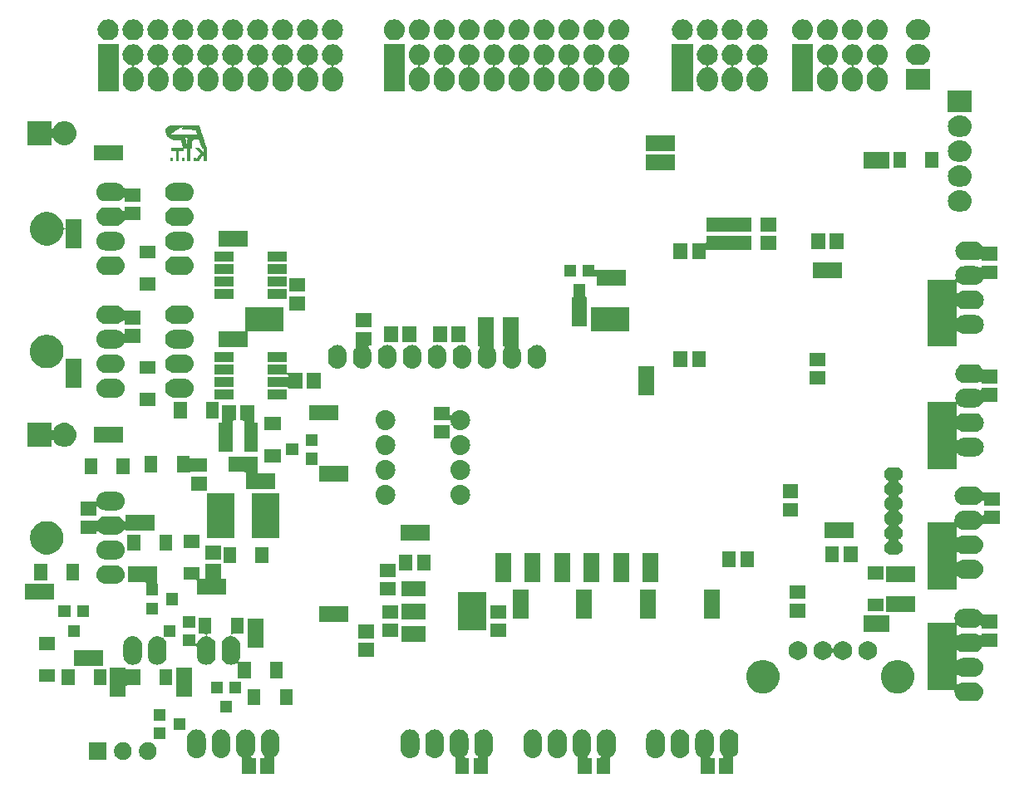
<source format=gbr>
G04 #@! TF.GenerationSoftware,KiCad,Pcbnew,(5.0.2)-1*
G04 #@! TF.CreationDate,2019-04-04T17:12:51+09:00*
G04 #@! TF.ProjectId,stm32f4_Centaurus,73746d33-3266-4345-9f43-656e74617572,rev?*
G04 #@! TF.SameCoordinates,Original*
G04 #@! TF.FileFunction,Soldermask,Bot*
G04 #@! TF.FilePolarity,Negative*
%FSLAX46Y46*%
G04 Gerber Fmt 4.6, Leading zero omitted, Abs format (unit mm)*
G04 Created by KiCad (PCBNEW (5.0.2)-1) date 2019/04/04 17:12:51*
%MOMM*%
%LPD*%
G01*
G04 APERTURE LIST*
%ADD10C,0.010000*%
%ADD11C,0.100000*%
G04 APERTURE END LIST*
D10*
G04 #@! TO.C,U10*
G36*
X68073543Y-74836712D02*
X68073814Y-74872841D01*
X68074514Y-74906325D01*
X68075551Y-74934309D01*
X68076833Y-74953936D01*
X68077519Y-74959616D01*
X68081426Y-74983251D01*
X68294069Y-74983251D01*
X68294069Y-74737444D01*
X68073474Y-74737444D01*
X68073543Y-74836712D01*
X68073543Y-74836712D01*
G37*
X68073543Y-74836712D02*
X68073814Y-74872841D01*
X68074514Y-74906325D01*
X68075551Y-74934309D01*
X68076833Y-74953936D01*
X68077519Y-74959616D01*
X68081426Y-74983251D01*
X68294069Y-74983251D01*
X68294069Y-74737444D01*
X68073474Y-74737444D01*
X68073543Y-74836712D01*
G36*
X68771501Y-73730551D02*
X68183771Y-73732159D01*
X68183771Y-73965360D01*
X68418548Y-73967013D01*
X68653325Y-73968665D01*
X68653325Y-74468395D01*
X68653370Y-74564941D01*
X68653513Y-74649511D01*
X68653763Y-74722734D01*
X68654129Y-74785239D01*
X68654620Y-74837655D01*
X68655246Y-74880610D01*
X68656016Y-74914734D01*
X68656940Y-74940656D01*
X68658027Y-74959004D01*
X68659287Y-74970408D01*
X68660728Y-74975496D01*
X68660888Y-74975688D01*
X68669422Y-74978920D01*
X68688092Y-74981220D01*
X68717651Y-74982638D01*
X68758853Y-74983227D01*
X68770964Y-74983251D01*
X68809271Y-74983150D01*
X68836888Y-74982703D01*
X68855730Y-74981696D01*
X68867709Y-74979916D01*
X68874742Y-74977148D01*
X68878742Y-74973179D01*
X68880001Y-74971060D01*
X68881400Y-74961991D01*
X68882631Y-74940340D01*
X68883694Y-74906131D01*
X68884588Y-74859385D01*
X68885314Y-74800126D01*
X68885870Y-74728375D01*
X68886257Y-74644157D01*
X68886474Y-74547494D01*
X68886526Y-74463690D01*
X68886526Y-73968511D01*
X69113874Y-73968511D01*
X69175101Y-73968439D01*
X69224892Y-73968192D01*
X69264415Y-73967725D01*
X69294838Y-73966995D01*
X69317331Y-73965956D01*
X69333061Y-73964564D01*
X69343197Y-73962776D01*
X69348908Y-73960545D01*
X69350227Y-73959508D01*
X69353634Y-73953512D01*
X69356110Y-73942257D01*
X69357778Y-73924096D01*
X69358764Y-73897381D01*
X69359189Y-73860467D01*
X69359230Y-73839723D01*
X69359230Y-73728943D01*
X68771501Y-73730551D01*
X68771501Y-73730551D01*
G37*
X68771501Y-73730551D02*
X68183771Y-73732159D01*
X68183771Y-73965360D01*
X68418548Y-73967013D01*
X68653325Y-73968665D01*
X68653325Y-74468395D01*
X68653370Y-74564941D01*
X68653513Y-74649511D01*
X68653763Y-74722734D01*
X68654129Y-74785239D01*
X68654620Y-74837655D01*
X68655246Y-74880610D01*
X68656016Y-74914734D01*
X68656940Y-74940656D01*
X68658027Y-74959004D01*
X68659287Y-74970408D01*
X68660728Y-74975496D01*
X68660888Y-74975688D01*
X68669422Y-74978920D01*
X68688092Y-74981220D01*
X68717651Y-74982638D01*
X68758853Y-74983227D01*
X68770964Y-74983251D01*
X68809271Y-74983150D01*
X68836888Y-74982703D01*
X68855730Y-74981696D01*
X68867709Y-74979916D01*
X68874742Y-74977148D01*
X68878742Y-74973179D01*
X68880001Y-74971060D01*
X68881400Y-74961991D01*
X68882631Y-74940340D01*
X68883694Y-74906131D01*
X68884588Y-74859385D01*
X68885314Y-74800126D01*
X68885870Y-74728375D01*
X68886257Y-74644157D01*
X68886474Y-74547494D01*
X68886526Y-74463690D01*
X68886526Y-73968511D01*
X69113874Y-73968511D01*
X69175101Y-73968439D01*
X69224892Y-73968192D01*
X69264415Y-73967725D01*
X69294838Y-73966995D01*
X69317331Y-73965956D01*
X69333061Y-73964564D01*
X69343197Y-73962776D01*
X69348908Y-73960545D01*
X69350227Y-73959508D01*
X69353634Y-73953512D01*
X69356110Y-73942257D01*
X69357778Y-73924096D01*
X69358764Y-73897381D01*
X69359189Y-73860467D01*
X69359230Y-73839723D01*
X69359230Y-73728943D01*
X68771501Y-73730551D01*
G36*
X69245781Y-74983251D02*
X69359428Y-74983251D01*
X69402419Y-74983030D01*
X69434168Y-74982306D01*
X69456031Y-74980984D01*
X69469365Y-74978970D01*
X69475526Y-74976170D01*
X69476180Y-74975161D01*
X69477087Y-74966491D01*
X69477697Y-74947404D01*
X69477983Y-74920082D01*
X69477922Y-74886709D01*
X69477558Y-74853833D01*
X69475831Y-74740596D01*
X69245781Y-74737160D01*
X69245781Y-74983251D01*
X69245781Y-74983251D01*
G37*
X69245781Y-74983251D02*
X69359428Y-74983251D01*
X69402419Y-74983030D01*
X69434168Y-74982306D01*
X69456031Y-74980984D01*
X69469365Y-74978970D01*
X69475526Y-74976170D01*
X69476180Y-74975161D01*
X69477087Y-74966491D01*
X69477697Y-74947404D01*
X69477983Y-74920082D01*
X69477922Y-74886709D01*
X69477558Y-74853833D01*
X69475831Y-74740596D01*
X69245781Y-74737160D01*
X69245781Y-74983251D01*
G36*
X70424125Y-74983251D02*
X70651556Y-74983251D01*
X70649848Y-74858772D01*
X70648139Y-74734293D01*
X70427543Y-74734293D01*
X70424125Y-74983251D01*
X70424125Y-74983251D01*
G37*
X70424125Y-74983251D02*
X70651556Y-74983251D01*
X70649848Y-74858772D01*
X70648139Y-74734293D01*
X70427543Y-74734293D01*
X70424125Y-74983251D01*
G36*
X70353264Y-71466375D02*
X70261575Y-71466446D01*
X70174218Y-71466636D01*
X70092029Y-71466939D01*
X70015845Y-71467347D01*
X69946504Y-71467851D01*
X69884843Y-71468443D01*
X69831699Y-71469117D01*
X69787909Y-71469863D01*
X69754309Y-71470674D01*
X69731738Y-71471542D01*
X69721637Y-71472350D01*
X69695126Y-71476427D01*
X69668508Y-71480397D01*
X69655459Y-71482280D01*
X69622039Y-71489215D01*
X69582223Y-71500859D01*
X69540539Y-71515633D01*
X69501515Y-71531956D01*
X69474777Y-71545333D01*
X69421867Y-71581802D01*
X69376174Y-71627687D01*
X69338800Y-71681379D01*
X69310847Y-71741270D01*
X69293417Y-71805753D01*
X69292459Y-71811374D01*
X69289132Y-71831830D01*
X69971293Y-71833434D01*
X70653455Y-71835038D01*
X70680153Y-71913822D01*
X70688670Y-71938922D01*
X70700551Y-71973882D01*
X70715091Y-72016631D01*
X70731584Y-72065098D01*
X70749327Y-72117212D01*
X70767614Y-72170902D01*
X70779880Y-72206899D01*
X70796669Y-72256202D01*
X70812100Y-72301592D01*
X70825717Y-72341722D01*
X70837065Y-72375248D01*
X70845689Y-72400824D01*
X70851132Y-72417105D01*
X70852944Y-72422741D01*
X70846736Y-72422890D01*
X70828474Y-72423048D01*
X70798708Y-72423215D01*
X70757990Y-72423389D01*
X70706871Y-72423569D01*
X70645901Y-72423754D01*
X70575632Y-72423942D01*
X70496614Y-72424133D01*
X70409399Y-72424326D01*
X70314538Y-72424518D01*
X70212581Y-72424710D01*
X70104080Y-72424899D01*
X69989586Y-72425085D01*
X69869650Y-72425266D01*
X69744822Y-72425442D01*
X69615654Y-72425611D01*
X69482697Y-72425771D01*
X69374987Y-72425892D01*
X69239418Y-72426023D01*
X69107200Y-72426120D01*
X68978886Y-72426182D01*
X68855027Y-72426212D01*
X68736172Y-72426210D01*
X68622874Y-72426177D01*
X68515684Y-72426113D01*
X68415152Y-72426019D01*
X68321829Y-72425897D01*
X68236267Y-72425746D01*
X68159016Y-72425569D01*
X68090628Y-72425365D01*
X68031653Y-72425135D01*
X67982643Y-72424881D01*
X67944148Y-72424603D01*
X67916721Y-72424301D01*
X67900911Y-72423978D01*
X67896997Y-72423706D01*
X67901892Y-72417800D01*
X67915853Y-72405250D01*
X67937798Y-72386884D01*
X67966643Y-72363535D01*
X68001307Y-72336031D01*
X68040705Y-72305202D01*
X68083754Y-72271880D01*
X68129372Y-72236895D01*
X68176476Y-72201076D01*
X68223982Y-72165254D01*
X68270808Y-72130259D01*
X68315870Y-72096921D01*
X68358085Y-72066071D01*
X68396371Y-72038539D01*
X68429644Y-72015155D01*
X68432729Y-72013025D01*
X68477258Y-71982873D01*
X68528514Y-71949057D01*
X68583827Y-71913268D01*
X68640526Y-71877200D01*
X68695941Y-71842547D01*
X68747401Y-71811000D01*
X68792235Y-71784254D01*
X68807742Y-71775265D01*
X68842268Y-71755999D01*
X68883109Y-71734070D01*
X68927820Y-71710710D01*
X68973957Y-71687154D01*
X69019075Y-71664632D01*
X69060730Y-71644379D01*
X69096478Y-71627627D01*
X69123873Y-71615609D01*
X69126029Y-71614727D01*
X69148628Y-71605448D01*
X69167995Y-71597286D01*
X69179603Y-71592161D01*
X69210474Y-71578902D01*
X69249081Y-71564392D01*
X69293234Y-71549263D01*
X69340746Y-71534143D01*
X69389427Y-71519665D01*
X69437089Y-71506457D01*
X69481543Y-71495150D01*
X69520602Y-71486375D01*
X69552076Y-71480763D01*
X69572706Y-71478933D01*
X69586330Y-71477102D01*
X69592410Y-71472664D01*
X69592431Y-71472359D01*
X69586286Y-71471259D01*
X69568476Y-71470296D01*
X69539943Y-71469466D01*
X69501627Y-71468765D01*
X69454469Y-71468189D01*
X69399409Y-71467735D01*
X69337388Y-71467399D01*
X69269346Y-71467177D01*
X69196225Y-71467064D01*
X69118964Y-71467058D01*
X69038504Y-71467155D01*
X68955787Y-71467350D01*
X68871752Y-71467639D01*
X68787340Y-71468020D01*
X68703492Y-71468488D01*
X68621148Y-71469039D01*
X68541248Y-71469670D01*
X68464735Y-71470377D01*
X68392547Y-71471155D01*
X68325626Y-71472002D01*
X68264913Y-71472913D01*
X68211347Y-71473884D01*
X68165870Y-71474912D01*
X68129421Y-71475993D01*
X68102943Y-71477122D01*
X68087375Y-71478297D01*
X68086079Y-71478471D01*
X68008678Y-71492962D01*
X67934563Y-71512585D01*
X67865623Y-71536604D01*
X67803749Y-71564285D01*
X67750829Y-71594890D01*
X67713060Y-71623753D01*
X67669398Y-71670950D01*
X67633938Y-71726647D01*
X67607588Y-71789065D01*
X67591254Y-71856423D01*
X67589932Y-71865319D01*
X67587626Y-71890502D01*
X67586241Y-71923288D01*
X67585778Y-71959631D01*
X67586238Y-71995487D01*
X67587622Y-72026810D01*
X67589895Y-72049330D01*
X67607632Y-72134435D01*
X67633369Y-72220763D01*
X67666013Y-72305951D01*
X67704474Y-72387635D01*
X67747659Y-72463451D01*
X67794475Y-72531034D01*
X67833977Y-72577764D01*
X67888378Y-72629225D01*
X67952887Y-72677873D01*
X68028473Y-72724399D01*
X68073594Y-72748555D01*
X68134831Y-72778317D01*
X68192432Y-72802637D01*
X68249862Y-72822632D01*
X68310584Y-72839418D01*
X68378062Y-72854115D01*
X68430212Y-72863594D01*
X68446999Y-72866112D01*
X68466390Y-72868280D01*
X68489550Y-72870142D01*
X68517643Y-72871739D01*
X68551835Y-72873113D01*
X68593289Y-72874308D01*
X68643170Y-72875364D01*
X68702641Y-72876326D01*
X68772869Y-72877235D01*
X68819715Y-72877762D01*
X69146825Y-72881291D01*
X69179749Y-73004194D01*
X69192899Y-73053462D01*
X69207833Y-73109731D01*
X69224076Y-73171179D01*
X69241149Y-73235981D01*
X69258576Y-73302316D01*
X69275878Y-73368359D01*
X69292579Y-73432288D01*
X69308202Y-73492278D01*
X69322269Y-73546509D01*
X69334303Y-73593155D01*
X69343826Y-73630394D01*
X69347643Y-73645497D01*
X69368617Y-73729008D01*
X69582943Y-73729008D01*
X69797270Y-73729007D01*
X69797270Y-74980100D01*
X70017866Y-74980100D01*
X70017866Y-73729007D01*
X70119474Y-73729007D01*
X70221083Y-73729008D01*
X70224939Y-73661253D01*
X70225875Y-73639961D01*
X70226916Y-73607850D01*
X70228021Y-73566704D01*
X70229149Y-73518310D01*
X70230260Y-73464452D01*
X70231312Y-73406916D01*
X70232266Y-73347486D01*
X70232537Y-73328784D01*
X70233606Y-73258300D01*
X70234734Y-73199123D01*
X70236054Y-73149957D01*
X70237698Y-73109504D01*
X70239797Y-73076467D01*
X70242484Y-73049548D01*
X70245890Y-73027450D01*
X70250147Y-73008875D01*
X70255388Y-72992527D01*
X70261743Y-72977107D01*
X70269346Y-72961319D01*
X70270041Y-72959945D01*
X70298755Y-72915383D01*
X70335605Y-72879924D01*
X70375210Y-72855455D01*
X70395036Y-72845872D01*
X70413931Y-72837928D01*
X70433295Y-72831473D01*
X70454531Y-72826353D01*
X70479041Y-72822417D01*
X70508226Y-72819512D01*
X70543489Y-72817485D01*
X70586233Y-72816185D01*
X70637858Y-72815460D01*
X70699767Y-72815156D01*
X70746565Y-72815112D01*
X70985978Y-72815112D01*
X70994492Y-72835596D01*
X70998796Y-72847004D01*
X71006504Y-72868514D01*
X71016975Y-72898289D01*
X71029565Y-72934492D01*
X71043632Y-72975287D01*
X71056765Y-73013648D01*
X71073339Y-73062181D01*
X71092854Y-73119248D01*
X71114150Y-73181465D01*
X71136067Y-73245445D01*
X71157447Y-73307803D01*
X71177130Y-73365153D01*
X71177627Y-73366601D01*
X71203371Y-73441568D01*
X71225312Y-73505479D01*
X71243744Y-73559201D01*
X71258962Y-73603599D01*
X71271262Y-73639538D01*
X71280939Y-73667884D01*
X71288288Y-73689502D01*
X71293604Y-73705257D01*
X71297182Y-73716015D01*
X71299317Y-73722641D01*
X71300305Y-73726001D01*
X71300471Y-73726862D01*
X71306418Y-73727595D01*
X71322834Y-73728220D01*
X71347584Y-73728691D01*
X71378531Y-73728961D01*
X71398838Y-73729008D01*
X71436184Y-73729132D01*
X71462628Y-73729624D01*
X71479871Y-73730664D01*
X71489617Y-73732430D01*
X71493567Y-73735103D01*
X71493422Y-73738862D01*
X71493379Y-73738977D01*
X71492550Y-73747266D01*
X71491778Y-73766776D01*
X71491083Y-73796125D01*
X71490485Y-73833929D01*
X71490004Y-73878806D01*
X71489661Y-73929371D01*
X71489475Y-73984242D01*
X71489449Y-74008419D01*
X71489345Y-74267891D01*
X71402660Y-74179653D01*
X71377395Y-74153897D01*
X71345067Y-74120883D01*
X71307408Y-74082382D01*
X71266151Y-74040165D01*
X71223025Y-73996005D01*
X71179765Y-73951675D01*
X71147837Y-73918933D01*
X71109615Y-73879942D01*
X71073562Y-73843580D01*
X71040752Y-73810899D01*
X71012259Y-73782952D01*
X70989159Y-73760793D01*
X70972525Y-73745473D01*
X70963434Y-73738046D01*
X70962888Y-73737729D01*
X70951563Y-73734908D01*
X70930814Y-73732577D01*
X70902767Y-73730747D01*
X70869551Y-73729428D01*
X70833292Y-73728628D01*
X70796118Y-73728360D01*
X70760154Y-73728632D01*
X70727529Y-73729454D01*
X70700370Y-73730838D01*
X70680803Y-73732791D01*
X70670955Y-73735326D01*
X70670198Y-73736352D01*
X70674567Y-73741996D01*
X70687147Y-73755667D01*
X70707152Y-73776565D01*
X70733792Y-73803890D01*
X70766281Y-73836844D01*
X70803831Y-73874627D01*
X70845654Y-73916439D01*
X70890961Y-73961481D01*
X70933337Y-74003399D01*
X70988466Y-74057819D01*
X71035265Y-74104084D01*
X71074377Y-74142890D01*
X71106443Y-74174936D01*
X71132106Y-74200920D01*
X71152009Y-74221540D01*
X71166795Y-74237494D01*
X71177104Y-74249479D01*
X71183581Y-74258193D01*
X71186867Y-74264335D01*
X71187604Y-74268603D01*
X71186436Y-74271694D01*
X71184005Y-74274306D01*
X71183292Y-74274950D01*
X71174391Y-74284727D01*
X71160285Y-74302223D01*
X71143015Y-74324841D01*
X71126994Y-74346675D01*
X71104008Y-74378456D01*
X71078084Y-74414079D01*
X71053284Y-74447969D01*
X71042019Y-74463276D01*
X71021492Y-74491174D01*
X70996712Y-74524974D01*
X70970830Y-74560373D01*
X70947423Y-74592482D01*
X70924463Y-74624015D01*
X70900439Y-74656969D01*
X70878134Y-74687529D01*
X70860328Y-74711884D01*
X70859651Y-74712808D01*
X70842677Y-74736021D01*
X70820850Y-74765917D01*
X70796732Y-74798987D01*
X70772883Y-74831721D01*
X70767891Y-74838578D01*
X70746179Y-74868334D01*
X70725283Y-74896852D01*
X70707163Y-74921463D01*
X70693779Y-74939499D01*
X70690495Y-74943873D01*
X70679668Y-74960051D01*
X70673772Y-74972597D01*
X70673535Y-74977248D01*
X70681050Y-74979554D01*
X70698855Y-74981298D01*
X70724645Y-74982498D01*
X70756119Y-74983170D01*
X70790973Y-74983332D01*
X70826904Y-74983004D01*
X70861609Y-74982202D01*
X70892785Y-74980944D01*
X70918130Y-74979248D01*
X70935339Y-74977132D01*
X70941672Y-74975172D01*
X70949540Y-74966943D01*
X70962579Y-74951108D01*
X70978643Y-74930328D01*
X70988491Y-74917072D01*
X71009405Y-74888539D01*
X71032291Y-74857372D01*
X71053028Y-74829183D01*
X71057930Y-74822531D01*
X71071644Y-74803832D01*
X71091045Y-74777242D01*
X71114440Y-74745088D01*
X71140136Y-74709698D01*
X71166439Y-74673401D01*
X71171830Y-74665953D01*
X71214407Y-74607128D01*
X71250102Y-74557854D01*
X71279405Y-74517459D01*
X71302805Y-74485268D01*
X71320792Y-74460608D01*
X71333856Y-74442805D01*
X71341855Y-74432026D01*
X71354877Y-74414649D01*
X71425366Y-74482195D01*
X71495856Y-74549741D01*
X71495856Y-74976948D01*
X71722754Y-74976948D01*
X71722754Y-73737787D01*
X71570914Y-73287479D01*
X71544997Y-73210633D01*
X71519098Y-73133865D01*
X71493675Y-73058535D01*
X71469190Y-72986005D01*
X71446100Y-72917636D01*
X71424866Y-72854787D01*
X71405947Y-72798820D01*
X71389803Y-72751096D01*
X71376894Y-72712975D01*
X71375763Y-72709638D01*
X69900599Y-72709638D01*
X69874691Y-72747789D01*
X69859557Y-72772675D01*
X69843363Y-72803392D01*
X69829267Y-72833891D01*
X69827478Y-72838199D01*
X69819421Y-72858336D01*
X69812516Y-72877001D01*
X69806669Y-72895327D01*
X69801789Y-72914446D01*
X69797782Y-72935492D01*
X69794556Y-72959595D01*
X69792018Y-72987888D01*
X69790076Y-73021503D01*
X69788637Y-73061574D01*
X69787608Y-73109231D01*
X69786896Y-73165608D01*
X69786410Y-73231837D01*
X69786055Y-73309049D01*
X69785920Y-73346096D01*
X69785634Y-73411934D01*
X69785257Y-73473851D01*
X69784805Y-73530727D01*
X69784291Y-73581441D01*
X69783729Y-73624875D01*
X69783133Y-73659906D01*
X69782517Y-73685416D01*
X69781896Y-73700283D01*
X69781433Y-73703776D01*
X69778678Y-73698085D01*
X69773916Y-73682772D01*
X69767937Y-73660508D01*
X69764230Y-73645497D01*
X69757733Y-73618948D01*
X69748952Y-73583854D01*
X69738810Y-73543863D01*
X69728229Y-73502620D01*
X69722381Y-73480050D01*
X69711369Y-73437729D01*
X69699652Y-73392703D01*
X69688348Y-73349265D01*
X69678573Y-73311710D01*
X69674814Y-73297271D01*
X69654670Y-73220368D01*
X69632156Y-73135265D01*
X69608316Y-73045895D01*
X69586095Y-72963226D01*
X69577600Y-72931584D01*
X69566700Y-72890742D01*
X69554190Y-72843693D01*
X69540864Y-72793431D01*
X69527519Y-72742948D01*
X69519957Y-72714268D01*
X69507680Y-72667749D01*
X69495602Y-72622156D01*
X69484355Y-72579866D01*
X69474574Y-72543253D01*
X69466889Y-72514696D01*
X69462920Y-72500128D01*
X69456506Y-72476166D01*
X69451837Y-72457435D01*
X69449603Y-72446765D01*
X69449568Y-72445354D01*
X69453743Y-72449355D01*
X69463781Y-72461205D01*
X69477884Y-72478746D01*
X69485436Y-72488382D01*
X69542918Y-72553137D01*
X69606012Y-72607012D01*
X69674238Y-72649728D01*
X69747117Y-72681009D01*
X69824171Y-72700577D01*
X69859671Y-72705445D01*
X69900599Y-72709638D01*
X71375763Y-72709638D01*
X71369851Y-72692209D01*
X71335128Y-72589997D01*
X71302444Y-72493875D01*
X71272121Y-72404797D01*
X71244486Y-72323713D01*
X71219861Y-72251575D01*
X71198572Y-72189334D01*
X71180943Y-72137943D01*
X71178647Y-72131266D01*
X71169060Y-72103318D01*
X71156057Y-72065299D01*
X71140275Y-72019075D01*
X71122350Y-71966514D01*
X71102919Y-71909480D01*
X71082616Y-71849840D01*
X71062080Y-71789459D01*
X71052638Y-71761681D01*
X71033569Y-71705731D01*
X71015536Y-71653139D01*
X70998983Y-71605175D01*
X70984353Y-71563113D01*
X70972090Y-71528222D01*
X70962639Y-71501776D01*
X70956442Y-71485045D01*
X70954196Y-71479634D01*
X70947075Y-71466328D01*
X70353264Y-71466375D01*
X70353264Y-71466375D01*
G37*
X70353264Y-71466375D02*
X70261575Y-71466446D01*
X70174218Y-71466636D01*
X70092029Y-71466939D01*
X70015845Y-71467347D01*
X69946504Y-71467851D01*
X69884843Y-71468443D01*
X69831699Y-71469117D01*
X69787909Y-71469863D01*
X69754309Y-71470674D01*
X69731738Y-71471542D01*
X69721637Y-71472350D01*
X69695126Y-71476427D01*
X69668508Y-71480397D01*
X69655459Y-71482280D01*
X69622039Y-71489215D01*
X69582223Y-71500859D01*
X69540539Y-71515633D01*
X69501515Y-71531956D01*
X69474777Y-71545333D01*
X69421867Y-71581802D01*
X69376174Y-71627687D01*
X69338800Y-71681379D01*
X69310847Y-71741270D01*
X69293417Y-71805753D01*
X69292459Y-71811374D01*
X69289132Y-71831830D01*
X69971293Y-71833434D01*
X70653455Y-71835038D01*
X70680153Y-71913822D01*
X70688670Y-71938922D01*
X70700551Y-71973882D01*
X70715091Y-72016631D01*
X70731584Y-72065098D01*
X70749327Y-72117212D01*
X70767614Y-72170902D01*
X70779880Y-72206899D01*
X70796669Y-72256202D01*
X70812100Y-72301592D01*
X70825717Y-72341722D01*
X70837065Y-72375248D01*
X70845689Y-72400824D01*
X70851132Y-72417105D01*
X70852944Y-72422741D01*
X70846736Y-72422890D01*
X70828474Y-72423048D01*
X70798708Y-72423215D01*
X70757990Y-72423389D01*
X70706871Y-72423569D01*
X70645901Y-72423754D01*
X70575632Y-72423942D01*
X70496614Y-72424133D01*
X70409399Y-72424326D01*
X70314538Y-72424518D01*
X70212581Y-72424710D01*
X70104080Y-72424899D01*
X69989586Y-72425085D01*
X69869650Y-72425266D01*
X69744822Y-72425442D01*
X69615654Y-72425611D01*
X69482697Y-72425771D01*
X69374987Y-72425892D01*
X69239418Y-72426023D01*
X69107200Y-72426120D01*
X68978886Y-72426182D01*
X68855027Y-72426212D01*
X68736172Y-72426210D01*
X68622874Y-72426177D01*
X68515684Y-72426113D01*
X68415152Y-72426019D01*
X68321829Y-72425897D01*
X68236267Y-72425746D01*
X68159016Y-72425569D01*
X68090628Y-72425365D01*
X68031653Y-72425135D01*
X67982643Y-72424881D01*
X67944148Y-72424603D01*
X67916721Y-72424301D01*
X67900911Y-72423978D01*
X67896997Y-72423706D01*
X67901892Y-72417800D01*
X67915853Y-72405250D01*
X67937798Y-72386884D01*
X67966643Y-72363535D01*
X68001307Y-72336031D01*
X68040705Y-72305202D01*
X68083754Y-72271880D01*
X68129372Y-72236895D01*
X68176476Y-72201076D01*
X68223982Y-72165254D01*
X68270808Y-72130259D01*
X68315870Y-72096921D01*
X68358085Y-72066071D01*
X68396371Y-72038539D01*
X68429644Y-72015155D01*
X68432729Y-72013025D01*
X68477258Y-71982873D01*
X68528514Y-71949057D01*
X68583827Y-71913268D01*
X68640526Y-71877200D01*
X68695941Y-71842547D01*
X68747401Y-71811000D01*
X68792235Y-71784254D01*
X68807742Y-71775265D01*
X68842268Y-71755999D01*
X68883109Y-71734070D01*
X68927820Y-71710710D01*
X68973957Y-71687154D01*
X69019075Y-71664632D01*
X69060730Y-71644379D01*
X69096478Y-71627627D01*
X69123873Y-71615609D01*
X69126029Y-71614727D01*
X69148628Y-71605448D01*
X69167995Y-71597286D01*
X69179603Y-71592161D01*
X69210474Y-71578902D01*
X69249081Y-71564392D01*
X69293234Y-71549263D01*
X69340746Y-71534143D01*
X69389427Y-71519665D01*
X69437089Y-71506457D01*
X69481543Y-71495150D01*
X69520602Y-71486375D01*
X69552076Y-71480763D01*
X69572706Y-71478933D01*
X69586330Y-71477102D01*
X69592410Y-71472664D01*
X69592431Y-71472359D01*
X69586286Y-71471259D01*
X69568476Y-71470296D01*
X69539943Y-71469466D01*
X69501627Y-71468765D01*
X69454469Y-71468189D01*
X69399409Y-71467735D01*
X69337388Y-71467399D01*
X69269346Y-71467177D01*
X69196225Y-71467064D01*
X69118964Y-71467058D01*
X69038504Y-71467155D01*
X68955787Y-71467350D01*
X68871752Y-71467639D01*
X68787340Y-71468020D01*
X68703492Y-71468488D01*
X68621148Y-71469039D01*
X68541248Y-71469670D01*
X68464735Y-71470377D01*
X68392547Y-71471155D01*
X68325626Y-71472002D01*
X68264913Y-71472913D01*
X68211347Y-71473884D01*
X68165870Y-71474912D01*
X68129421Y-71475993D01*
X68102943Y-71477122D01*
X68087375Y-71478297D01*
X68086079Y-71478471D01*
X68008678Y-71492962D01*
X67934563Y-71512585D01*
X67865623Y-71536604D01*
X67803749Y-71564285D01*
X67750829Y-71594890D01*
X67713060Y-71623753D01*
X67669398Y-71670950D01*
X67633938Y-71726647D01*
X67607588Y-71789065D01*
X67591254Y-71856423D01*
X67589932Y-71865319D01*
X67587626Y-71890502D01*
X67586241Y-71923288D01*
X67585778Y-71959631D01*
X67586238Y-71995487D01*
X67587622Y-72026810D01*
X67589895Y-72049330D01*
X67607632Y-72134435D01*
X67633369Y-72220763D01*
X67666013Y-72305951D01*
X67704474Y-72387635D01*
X67747659Y-72463451D01*
X67794475Y-72531034D01*
X67833977Y-72577764D01*
X67888378Y-72629225D01*
X67952887Y-72677873D01*
X68028473Y-72724399D01*
X68073594Y-72748555D01*
X68134831Y-72778317D01*
X68192432Y-72802637D01*
X68249862Y-72822632D01*
X68310584Y-72839418D01*
X68378062Y-72854115D01*
X68430212Y-72863594D01*
X68446999Y-72866112D01*
X68466390Y-72868280D01*
X68489550Y-72870142D01*
X68517643Y-72871739D01*
X68551835Y-72873113D01*
X68593289Y-72874308D01*
X68643170Y-72875364D01*
X68702641Y-72876326D01*
X68772869Y-72877235D01*
X68819715Y-72877762D01*
X69146825Y-72881291D01*
X69179749Y-73004194D01*
X69192899Y-73053462D01*
X69207833Y-73109731D01*
X69224076Y-73171179D01*
X69241149Y-73235981D01*
X69258576Y-73302316D01*
X69275878Y-73368359D01*
X69292579Y-73432288D01*
X69308202Y-73492278D01*
X69322269Y-73546509D01*
X69334303Y-73593155D01*
X69343826Y-73630394D01*
X69347643Y-73645497D01*
X69368617Y-73729008D01*
X69582943Y-73729008D01*
X69797270Y-73729007D01*
X69797270Y-74980100D01*
X70017866Y-74980100D01*
X70017866Y-73729007D01*
X70119474Y-73729007D01*
X70221083Y-73729008D01*
X70224939Y-73661253D01*
X70225875Y-73639961D01*
X70226916Y-73607850D01*
X70228021Y-73566704D01*
X70229149Y-73518310D01*
X70230260Y-73464452D01*
X70231312Y-73406916D01*
X70232266Y-73347486D01*
X70232537Y-73328784D01*
X70233606Y-73258300D01*
X70234734Y-73199123D01*
X70236054Y-73149957D01*
X70237698Y-73109504D01*
X70239797Y-73076467D01*
X70242484Y-73049548D01*
X70245890Y-73027450D01*
X70250147Y-73008875D01*
X70255388Y-72992527D01*
X70261743Y-72977107D01*
X70269346Y-72961319D01*
X70270041Y-72959945D01*
X70298755Y-72915383D01*
X70335605Y-72879924D01*
X70375210Y-72855455D01*
X70395036Y-72845872D01*
X70413931Y-72837928D01*
X70433295Y-72831473D01*
X70454531Y-72826353D01*
X70479041Y-72822417D01*
X70508226Y-72819512D01*
X70543489Y-72817485D01*
X70586233Y-72816185D01*
X70637858Y-72815460D01*
X70699767Y-72815156D01*
X70746565Y-72815112D01*
X70985978Y-72815112D01*
X70994492Y-72835596D01*
X70998796Y-72847004D01*
X71006504Y-72868514D01*
X71016975Y-72898289D01*
X71029565Y-72934492D01*
X71043632Y-72975287D01*
X71056765Y-73013648D01*
X71073339Y-73062181D01*
X71092854Y-73119248D01*
X71114150Y-73181465D01*
X71136067Y-73245445D01*
X71157447Y-73307803D01*
X71177130Y-73365153D01*
X71177627Y-73366601D01*
X71203371Y-73441568D01*
X71225312Y-73505479D01*
X71243744Y-73559201D01*
X71258962Y-73603599D01*
X71271262Y-73639538D01*
X71280939Y-73667884D01*
X71288288Y-73689502D01*
X71293604Y-73705257D01*
X71297182Y-73716015D01*
X71299317Y-73722641D01*
X71300305Y-73726001D01*
X71300471Y-73726862D01*
X71306418Y-73727595D01*
X71322834Y-73728220D01*
X71347584Y-73728691D01*
X71378531Y-73728961D01*
X71398838Y-73729008D01*
X71436184Y-73729132D01*
X71462628Y-73729624D01*
X71479871Y-73730664D01*
X71489617Y-73732430D01*
X71493567Y-73735103D01*
X71493422Y-73738862D01*
X71493379Y-73738977D01*
X71492550Y-73747266D01*
X71491778Y-73766776D01*
X71491083Y-73796125D01*
X71490485Y-73833929D01*
X71490004Y-73878806D01*
X71489661Y-73929371D01*
X71489475Y-73984242D01*
X71489449Y-74008419D01*
X71489345Y-74267891D01*
X71402660Y-74179653D01*
X71377395Y-74153897D01*
X71345067Y-74120883D01*
X71307408Y-74082382D01*
X71266151Y-74040165D01*
X71223025Y-73996005D01*
X71179765Y-73951675D01*
X71147837Y-73918933D01*
X71109615Y-73879942D01*
X71073562Y-73843580D01*
X71040752Y-73810899D01*
X71012259Y-73782952D01*
X70989159Y-73760793D01*
X70972525Y-73745473D01*
X70963434Y-73738046D01*
X70962888Y-73737729D01*
X70951563Y-73734908D01*
X70930814Y-73732577D01*
X70902767Y-73730747D01*
X70869551Y-73729428D01*
X70833292Y-73728628D01*
X70796118Y-73728360D01*
X70760154Y-73728632D01*
X70727529Y-73729454D01*
X70700370Y-73730838D01*
X70680803Y-73732791D01*
X70670955Y-73735326D01*
X70670198Y-73736352D01*
X70674567Y-73741996D01*
X70687147Y-73755667D01*
X70707152Y-73776565D01*
X70733792Y-73803890D01*
X70766281Y-73836844D01*
X70803831Y-73874627D01*
X70845654Y-73916439D01*
X70890961Y-73961481D01*
X70933337Y-74003399D01*
X70988466Y-74057819D01*
X71035265Y-74104084D01*
X71074377Y-74142890D01*
X71106443Y-74174936D01*
X71132106Y-74200920D01*
X71152009Y-74221540D01*
X71166795Y-74237494D01*
X71177104Y-74249479D01*
X71183581Y-74258193D01*
X71186867Y-74264335D01*
X71187604Y-74268603D01*
X71186436Y-74271694D01*
X71184005Y-74274306D01*
X71183292Y-74274950D01*
X71174391Y-74284727D01*
X71160285Y-74302223D01*
X71143015Y-74324841D01*
X71126994Y-74346675D01*
X71104008Y-74378456D01*
X71078084Y-74414079D01*
X71053284Y-74447969D01*
X71042019Y-74463276D01*
X71021492Y-74491174D01*
X70996712Y-74524974D01*
X70970830Y-74560373D01*
X70947423Y-74592482D01*
X70924463Y-74624015D01*
X70900439Y-74656969D01*
X70878134Y-74687529D01*
X70860328Y-74711884D01*
X70859651Y-74712808D01*
X70842677Y-74736021D01*
X70820850Y-74765917D01*
X70796732Y-74798987D01*
X70772883Y-74831721D01*
X70767891Y-74838578D01*
X70746179Y-74868334D01*
X70725283Y-74896852D01*
X70707163Y-74921463D01*
X70693779Y-74939499D01*
X70690495Y-74943873D01*
X70679668Y-74960051D01*
X70673772Y-74972597D01*
X70673535Y-74977248D01*
X70681050Y-74979554D01*
X70698855Y-74981298D01*
X70724645Y-74982498D01*
X70756119Y-74983170D01*
X70790973Y-74983332D01*
X70826904Y-74983004D01*
X70861609Y-74982202D01*
X70892785Y-74980944D01*
X70918130Y-74979248D01*
X70935339Y-74977132D01*
X70941672Y-74975172D01*
X70949540Y-74966943D01*
X70962579Y-74951108D01*
X70978643Y-74930328D01*
X70988491Y-74917072D01*
X71009405Y-74888539D01*
X71032291Y-74857372D01*
X71053028Y-74829183D01*
X71057930Y-74822531D01*
X71071644Y-74803832D01*
X71091045Y-74777242D01*
X71114440Y-74745088D01*
X71140136Y-74709698D01*
X71166439Y-74673401D01*
X71171830Y-74665953D01*
X71214407Y-74607128D01*
X71250102Y-74557854D01*
X71279405Y-74517459D01*
X71302805Y-74485268D01*
X71320792Y-74460608D01*
X71333856Y-74442805D01*
X71341855Y-74432026D01*
X71354877Y-74414649D01*
X71425366Y-74482195D01*
X71495856Y-74549741D01*
X71495856Y-74976948D01*
X71722754Y-74976948D01*
X71722754Y-73737787D01*
X71570914Y-73287479D01*
X71544997Y-73210633D01*
X71519098Y-73133865D01*
X71493675Y-73058535D01*
X71469190Y-72986005D01*
X71446100Y-72917636D01*
X71424866Y-72854787D01*
X71405947Y-72798820D01*
X71389803Y-72751096D01*
X71376894Y-72712975D01*
X71375763Y-72709638D01*
X69900599Y-72709638D01*
X69874691Y-72747789D01*
X69859557Y-72772675D01*
X69843363Y-72803392D01*
X69829267Y-72833891D01*
X69827478Y-72838199D01*
X69819421Y-72858336D01*
X69812516Y-72877001D01*
X69806669Y-72895327D01*
X69801789Y-72914446D01*
X69797782Y-72935492D01*
X69794556Y-72959595D01*
X69792018Y-72987888D01*
X69790076Y-73021503D01*
X69788637Y-73061574D01*
X69787608Y-73109231D01*
X69786896Y-73165608D01*
X69786410Y-73231837D01*
X69786055Y-73309049D01*
X69785920Y-73346096D01*
X69785634Y-73411934D01*
X69785257Y-73473851D01*
X69784805Y-73530727D01*
X69784291Y-73581441D01*
X69783729Y-73624875D01*
X69783133Y-73659906D01*
X69782517Y-73685416D01*
X69781896Y-73700283D01*
X69781433Y-73703776D01*
X69778678Y-73698085D01*
X69773916Y-73682772D01*
X69767937Y-73660508D01*
X69764230Y-73645497D01*
X69757733Y-73618948D01*
X69748952Y-73583854D01*
X69738810Y-73543863D01*
X69728229Y-73502620D01*
X69722381Y-73480050D01*
X69711369Y-73437729D01*
X69699652Y-73392703D01*
X69688348Y-73349265D01*
X69678573Y-73311710D01*
X69674814Y-73297271D01*
X69654670Y-73220368D01*
X69632156Y-73135265D01*
X69608316Y-73045895D01*
X69586095Y-72963226D01*
X69577600Y-72931584D01*
X69566700Y-72890742D01*
X69554190Y-72843693D01*
X69540864Y-72793431D01*
X69527519Y-72742948D01*
X69519957Y-72714268D01*
X69507680Y-72667749D01*
X69495602Y-72622156D01*
X69484355Y-72579866D01*
X69474574Y-72543253D01*
X69466889Y-72514696D01*
X69462920Y-72500128D01*
X69456506Y-72476166D01*
X69451837Y-72457435D01*
X69449603Y-72446765D01*
X69449568Y-72445354D01*
X69453743Y-72449355D01*
X69463781Y-72461205D01*
X69477884Y-72478746D01*
X69485436Y-72488382D01*
X69542918Y-72553137D01*
X69606012Y-72607012D01*
X69674238Y-72649728D01*
X69747117Y-72681009D01*
X69824171Y-72700577D01*
X69859671Y-72705445D01*
X69900599Y-72709638D01*
X71375763Y-72709638D01*
X71369851Y-72692209D01*
X71335128Y-72589997D01*
X71302444Y-72493875D01*
X71272121Y-72404797D01*
X71244486Y-72323713D01*
X71219861Y-72251575D01*
X71198572Y-72189334D01*
X71180943Y-72137943D01*
X71178647Y-72131266D01*
X71169060Y-72103318D01*
X71156057Y-72065299D01*
X71140275Y-72019075D01*
X71122350Y-71966514D01*
X71102919Y-71909480D01*
X71082616Y-71849840D01*
X71062080Y-71789459D01*
X71052638Y-71761681D01*
X71033569Y-71705731D01*
X71015536Y-71653139D01*
X70998983Y-71605175D01*
X70984353Y-71563113D01*
X70972090Y-71528222D01*
X70962639Y-71501776D01*
X70956442Y-71485045D01*
X70954196Y-71479634D01*
X70947075Y-71466328D01*
X70353264Y-71466375D01*
D11*
G36*
X75936231Y-133063746D02*
X76025769Y-133090907D01*
X76115308Y-133118068D01*
X76280347Y-133206283D01*
X76425001Y-133324999D01*
X76543717Y-133469653D01*
X76631932Y-133634691D01*
X76686254Y-133813769D01*
X76700000Y-133953334D01*
X76700000Y-135046666D01*
X76686254Y-135186231D01*
X76631932Y-135365309D01*
X76543717Y-135530347D01*
X76425003Y-135674999D01*
X76359966Y-135728374D01*
X76342639Y-135745701D01*
X76329026Y-135766076D01*
X76319648Y-135788715D01*
X76314868Y-135812748D01*
X76314868Y-135837253D01*
X76319649Y-135861286D01*
X76329026Y-135883925D01*
X76342640Y-135904300D01*
X76359967Y-135921627D01*
X76380342Y-135935240D01*
X76402981Y-135944618D01*
X76439266Y-135950000D01*
X76770000Y-135950000D01*
X76770000Y-137550000D01*
X75370000Y-137550000D01*
X75370000Y-135949001D01*
X75367598Y-135924615D01*
X75360485Y-135901166D01*
X75348934Y-135879555D01*
X75333388Y-135860613D01*
X75303925Y-135838761D01*
X75219654Y-135793717D01*
X75075000Y-135675001D01*
X74956284Y-135530347D01*
X74868068Y-135365306D01*
X74813746Y-135186234D01*
X74800000Y-135046666D01*
X74800000Y-133953335D01*
X74813746Y-133813770D01*
X74813747Y-133813768D01*
X74868068Y-133634693D01*
X74868068Y-133634692D01*
X74956283Y-133469653D01*
X75074999Y-133324999D01*
X75219653Y-133206283D01*
X75384691Y-133118068D01*
X75474230Y-133090907D01*
X75563768Y-133063746D01*
X75750000Y-133045404D01*
X75936231Y-133063746D01*
X75936231Y-133063746D01*
G37*
G36*
X122686231Y-133063746D02*
X122775769Y-133090907D01*
X122865308Y-133118068D01*
X123030347Y-133206283D01*
X123175001Y-133324999D01*
X123293717Y-133469653D01*
X123381932Y-133634691D01*
X123436254Y-133813769D01*
X123450000Y-133953334D01*
X123450000Y-135046666D01*
X123436254Y-135186231D01*
X123381932Y-135365309D01*
X123293717Y-135530347D01*
X123175003Y-135674999D01*
X123109966Y-135728374D01*
X123092639Y-135745701D01*
X123079026Y-135766076D01*
X123069648Y-135788715D01*
X123064868Y-135812748D01*
X123064868Y-135837253D01*
X123069649Y-135861286D01*
X123079026Y-135883925D01*
X123092640Y-135904300D01*
X123109967Y-135921627D01*
X123130342Y-135935240D01*
X123152981Y-135944618D01*
X123189266Y-135950000D01*
X123520000Y-135950000D01*
X123520000Y-137550000D01*
X122120000Y-137550000D01*
X122120000Y-135949001D01*
X122117598Y-135924615D01*
X122110485Y-135901166D01*
X122098934Y-135879555D01*
X122083388Y-135860613D01*
X122053925Y-135838761D01*
X121969654Y-135793717D01*
X121825000Y-135675001D01*
X121706284Y-135530347D01*
X121618068Y-135365306D01*
X121563746Y-135186234D01*
X121550000Y-135046666D01*
X121550000Y-133953335D01*
X121563746Y-133813770D01*
X121563747Y-133813768D01*
X121618068Y-133634693D01*
X121618068Y-133634692D01*
X121706283Y-133469653D01*
X121824999Y-133324999D01*
X121969653Y-133206283D01*
X122134691Y-133118068D01*
X122224230Y-133090907D01*
X122313768Y-133063746D01*
X122500000Y-133045404D01*
X122686231Y-133063746D01*
X122686231Y-133063746D01*
G37*
G36*
X125186231Y-133063746D02*
X125275769Y-133090907D01*
X125365308Y-133118068D01*
X125530347Y-133206283D01*
X125675001Y-133324999D01*
X125793717Y-133469653D01*
X125881932Y-133634691D01*
X125936254Y-133813769D01*
X125950000Y-133953334D01*
X125950000Y-135046666D01*
X125936254Y-135186231D01*
X125881932Y-135365309D01*
X125793717Y-135530347D01*
X125675001Y-135675001D01*
X125530347Y-135793717D01*
X125466075Y-135828071D01*
X125445701Y-135841685D01*
X125428373Y-135859012D01*
X125414760Y-135879387D01*
X125405382Y-135902026D01*
X125400000Y-135938311D01*
X125400000Y-137550000D01*
X124000000Y-137550000D01*
X124000000Y-135950000D01*
X124310735Y-135950000D01*
X124335121Y-135947598D01*
X124358570Y-135940485D01*
X124380181Y-135928934D01*
X124399123Y-135913388D01*
X124414669Y-135894446D01*
X124426220Y-135872835D01*
X124433333Y-135849386D01*
X124435735Y-135825000D01*
X124433333Y-135800614D01*
X124426220Y-135777165D01*
X124414669Y-135755554D01*
X124390035Y-135728374D01*
X124324998Y-135674999D01*
X124206284Y-135530347D01*
X124118068Y-135365306D01*
X124063746Y-135186234D01*
X124050000Y-135046666D01*
X124050000Y-133953335D01*
X124063746Y-133813770D01*
X124063747Y-133813768D01*
X124118068Y-133634693D01*
X124118068Y-133634692D01*
X124206283Y-133469653D01*
X124324999Y-133324999D01*
X124469653Y-133206283D01*
X124634691Y-133118068D01*
X124724230Y-133090907D01*
X124813768Y-133063746D01*
X125000000Y-133045404D01*
X125186231Y-133063746D01*
X125186231Y-133063746D01*
G37*
G36*
X110186231Y-133063746D02*
X110275769Y-133090907D01*
X110365308Y-133118068D01*
X110530347Y-133206283D01*
X110675001Y-133324999D01*
X110793717Y-133469653D01*
X110881932Y-133634691D01*
X110936254Y-133813769D01*
X110950000Y-133953334D01*
X110950000Y-135046666D01*
X110936254Y-135186231D01*
X110881932Y-135365309D01*
X110793717Y-135530347D01*
X110675003Y-135674999D01*
X110609966Y-135728374D01*
X110592639Y-135745701D01*
X110579026Y-135766076D01*
X110569648Y-135788715D01*
X110564868Y-135812748D01*
X110564868Y-135837253D01*
X110569649Y-135861286D01*
X110579026Y-135883925D01*
X110592640Y-135904300D01*
X110609967Y-135921627D01*
X110630342Y-135935240D01*
X110652981Y-135944618D01*
X110689266Y-135950000D01*
X111020000Y-135950000D01*
X111020000Y-137550000D01*
X109620000Y-137550000D01*
X109620000Y-135949001D01*
X109617598Y-135924615D01*
X109610485Y-135901166D01*
X109598934Y-135879555D01*
X109583388Y-135860613D01*
X109553925Y-135838761D01*
X109469654Y-135793717D01*
X109325000Y-135675001D01*
X109206284Y-135530347D01*
X109118068Y-135365306D01*
X109063746Y-135186234D01*
X109050000Y-135046666D01*
X109050000Y-133953335D01*
X109063746Y-133813770D01*
X109063747Y-133813768D01*
X109118068Y-133634693D01*
X109118068Y-133634692D01*
X109206283Y-133469653D01*
X109324999Y-133324999D01*
X109469653Y-133206283D01*
X109634691Y-133118068D01*
X109724230Y-133090907D01*
X109813768Y-133063746D01*
X110000000Y-133045404D01*
X110186231Y-133063746D01*
X110186231Y-133063746D01*
G37*
G36*
X112686231Y-133063746D02*
X112775769Y-133090907D01*
X112865308Y-133118068D01*
X113030347Y-133206283D01*
X113175001Y-133324999D01*
X113293717Y-133469653D01*
X113381932Y-133634691D01*
X113436254Y-133813769D01*
X113450000Y-133953334D01*
X113450000Y-135046666D01*
X113436254Y-135186231D01*
X113381932Y-135365309D01*
X113293717Y-135530347D01*
X113175001Y-135675001D01*
X113030347Y-135793717D01*
X112966075Y-135828071D01*
X112945701Y-135841685D01*
X112928373Y-135859012D01*
X112914760Y-135879387D01*
X112905382Y-135902026D01*
X112900000Y-135938311D01*
X112900000Y-137550000D01*
X111500000Y-137550000D01*
X111500000Y-135950000D01*
X111810735Y-135950000D01*
X111835121Y-135947598D01*
X111858570Y-135940485D01*
X111880181Y-135928934D01*
X111899123Y-135913388D01*
X111914669Y-135894446D01*
X111926220Y-135872835D01*
X111933333Y-135849386D01*
X111935735Y-135825000D01*
X111933333Y-135800614D01*
X111926220Y-135777165D01*
X111914669Y-135755554D01*
X111890035Y-135728374D01*
X111824998Y-135674999D01*
X111706284Y-135530347D01*
X111618068Y-135365306D01*
X111563746Y-135186234D01*
X111550000Y-135046666D01*
X111550000Y-133953335D01*
X111563746Y-133813770D01*
X111563747Y-133813768D01*
X111618068Y-133634693D01*
X111618068Y-133634692D01*
X111706283Y-133469653D01*
X111824999Y-133324999D01*
X111969653Y-133206283D01*
X112134691Y-133118068D01*
X112224230Y-133090907D01*
X112313768Y-133063746D01*
X112500000Y-133045404D01*
X112686231Y-133063746D01*
X112686231Y-133063746D01*
G37*
G36*
X97686231Y-133063746D02*
X97775769Y-133090907D01*
X97865308Y-133118068D01*
X98030347Y-133206283D01*
X98175001Y-133324999D01*
X98293717Y-133469653D01*
X98381932Y-133634691D01*
X98436254Y-133813769D01*
X98450000Y-133953334D01*
X98450000Y-135046666D01*
X98436254Y-135186231D01*
X98381932Y-135365309D01*
X98293717Y-135530347D01*
X98175003Y-135674999D01*
X98109966Y-135728374D01*
X98092639Y-135745701D01*
X98079026Y-135766076D01*
X98069648Y-135788715D01*
X98064868Y-135812748D01*
X98064868Y-135837253D01*
X98069649Y-135861286D01*
X98079026Y-135883925D01*
X98092640Y-135904300D01*
X98109967Y-135921627D01*
X98130342Y-135935240D01*
X98152981Y-135944618D01*
X98189266Y-135950000D01*
X98520000Y-135950000D01*
X98520000Y-137550000D01*
X97120000Y-137550000D01*
X97120000Y-135949001D01*
X97117598Y-135924615D01*
X97110485Y-135901166D01*
X97098934Y-135879555D01*
X97083388Y-135860613D01*
X97053925Y-135838761D01*
X96969654Y-135793717D01*
X96825000Y-135675001D01*
X96706284Y-135530347D01*
X96618068Y-135365306D01*
X96563746Y-135186234D01*
X96550000Y-135046666D01*
X96550000Y-133953335D01*
X96563746Y-133813770D01*
X96563747Y-133813768D01*
X96618068Y-133634693D01*
X96618068Y-133634692D01*
X96706283Y-133469653D01*
X96824999Y-133324999D01*
X96969653Y-133206283D01*
X97134691Y-133118068D01*
X97224230Y-133090907D01*
X97313768Y-133063746D01*
X97500000Y-133045404D01*
X97686231Y-133063746D01*
X97686231Y-133063746D01*
G37*
G36*
X100186231Y-133063746D02*
X100275769Y-133090907D01*
X100365308Y-133118068D01*
X100530347Y-133206283D01*
X100675001Y-133324999D01*
X100793717Y-133469653D01*
X100881932Y-133634691D01*
X100936254Y-133813769D01*
X100950000Y-133953334D01*
X100950000Y-135046666D01*
X100936254Y-135186231D01*
X100881932Y-135365309D01*
X100793717Y-135530347D01*
X100675001Y-135675001D01*
X100530347Y-135793717D01*
X100466075Y-135828071D01*
X100445701Y-135841685D01*
X100428373Y-135859012D01*
X100414760Y-135879387D01*
X100405382Y-135902026D01*
X100400000Y-135938311D01*
X100400000Y-137550000D01*
X99000000Y-137550000D01*
X99000000Y-135950000D01*
X99310735Y-135950000D01*
X99335121Y-135947598D01*
X99358570Y-135940485D01*
X99380181Y-135928934D01*
X99399123Y-135913388D01*
X99414669Y-135894446D01*
X99426220Y-135872835D01*
X99433333Y-135849386D01*
X99435735Y-135825000D01*
X99433333Y-135800614D01*
X99426220Y-135777165D01*
X99414669Y-135755554D01*
X99390035Y-135728374D01*
X99324998Y-135674999D01*
X99206284Y-135530347D01*
X99118068Y-135365306D01*
X99063746Y-135186234D01*
X99050000Y-135046666D01*
X99050000Y-133953335D01*
X99063746Y-133813770D01*
X99063747Y-133813768D01*
X99118068Y-133634693D01*
X99118068Y-133634692D01*
X99206283Y-133469653D01*
X99324999Y-133324999D01*
X99469653Y-133206283D01*
X99634691Y-133118068D01*
X99724230Y-133090907D01*
X99813768Y-133063746D01*
X100000000Y-133045404D01*
X100186231Y-133063746D01*
X100186231Y-133063746D01*
G37*
G36*
X78436231Y-133063746D02*
X78525769Y-133090907D01*
X78615308Y-133118068D01*
X78780347Y-133206283D01*
X78925001Y-133324999D01*
X79043717Y-133469653D01*
X79131932Y-133634691D01*
X79186254Y-133813769D01*
X79200000Y-133953334D01*
X79200000Y-135046666D01*
X79186254Y-135186231D01*
X79131932Y-135365309D01*
X79043717Y-135530347D01*
X78925001Y-135675001D01*
X78780347Y-135793717D01*
X78716075Y-135828071D01*
X78695701Y-135841685D01*
X78678373Y-135859012D01*
X78664760Y-135879387D01*
X78655382Y-135902026D01*
X78650000Y-135938311D01*
X78650000Y-137550000D01*
X77250000Y-137550000D01*
X77250000Y-135950000D01*
X77560735Y-135950000D01*
X77585121Y-135947598D01*
X77608570Y-135940485D01*
X77630181Y-135928934D01*
X77649123Y-135913388D01*
X77664669Y-135894446D01*
X77676220Y-135872835D01*
X77683333Y-135849386D01*
X77685735Y-135825000D01*
X77683333Y-135800614D01*
X77676220Y-135777165D01*
X77664669Y-135755554D01*
X77640035Y-135728374D01*
X77574998Y-135674999D01*
X77456284Y-135530347D01*
X77368068Y-135365306D01*
X77313746Y-135186234D01*
X77300000Y-135046666D01*
X77300000Y-133953335D01*
X77313746Y-133813770D01*
X77313747Y-133813768D01*
X77368068Y-133634693D01*
X77368068Y-133634692D01*
X77456283Y-133469653D01*
X77574999Y-133324999D01*
X77719653Y-133206283D01*
X77884691Y-133118068D01*
X77974230Y-133090907D01*
X78063768Y-133063746D01*
X78250000Y-133045404D01*
X78436231Y-133063746D01*
X78436231Y-133063746D01*
G37*
G36*
X61608500Y-136148500D02*
X59811500Y-136148500D01*
X59811500Y-134351500D01*
X61608500Y-134351500D01*
X61608500Y-136148500D01*
X61608500Y-136148500D01*
G37*
G36*
X66052083Y-134386029D02*
X66215596Y-134453758D01*
X66362764Y-134552093D01*
X66487907Y-134677236D01*
X66586242Y-134824404D01*
X66653971Y-134987917D01*
X66688500Y-135161505D01*
X66688500Y-135338495D01*
X66653971Y-135512083D01*
X66586242Y-135675596D01*
X66586240Y-135675599D01*
X66502708Y-135800614D01*
X66487907Y-135822764D01*
X66362764Y-135947907D01*
X66362761Y-135947909D01*
X66362760Y-135947910D01*
X66215599Y-136046240D01*
X66215596Y-136046242D01*
X66052083Y-136113971D01*
X65878495Y-136148500D01*
X65701505Y-136148500D01*
X65527917Y-136113971D01*
X65364404Y-136046242D01*
X65364401Y-136046240D01*
X65217240Y-135947910D01*
X65217239Y-135947909D01*
X65217236Y-135947907D01*
X65092093Y-135822764D01*
X65077293Y-135800614D01*
X64993760Y-135675599D01*
X64993758Y-135675596D01*
X64926029Y-135512083D01*
X64891500Y-135338495D01*
X64891500Y-135161505D01*
X64926029Y-134987917D01*
X64993758Y-134824404D01*
X65092093Y-134677236D01*
X65217236Y-134552093D01*
X65364404Y-134453758D01*
X65527917Y-134386029D01*
X65701505Y-134351500D01*
X65878495Y-134351500D01*
X66052083Y-134386029D01*
X66052083Y-134386029D01*
G37*
G36*
X63512083Y-134386029D02*
X63675596Y-134453758D01*
X63822764Y-134552093D01*
X63947907Y-134677236D01*
X64046242Y-134824404D01*
X64113971Y-134987917D01*
X64148500Y-135161505D01*
X64148500Y-135338495D01*
X64113971Y-135512083D01*
X64046242Y-135675596D01*
X64046240Y-135675599D01*
X63962708Y-135800614D01*
X63947907Y-135822764D01*
X63822764Y-135947907D01*
X63822761Y-135947909D01*
X63822760Y-135947910D01*
X63675599Y-136046240D01*
X63675596Y-136046242D01*
X63512083Y-136113971D01*
X63338495Y-136148500D01*
X63161505Y-136148500D01*
X62987917Y-136113971D01*
X62824404Y-136046242D01*
X62824401Y-136046240D01*
X62677240Y-135947910D01*
X62677239Y-135947909D01*
X62677236Y-135947907D01*
X62552093Y-135822764D01*
X62537293Y-135800614D01*
X62453760Y-135675599D01*
X62453758Y-135675596D01*
X62386029Y-135512083D01*
X62351500Y-135338495D01*
X62351500Y-135161505D01*
X62386029Y-134987917D01*
X62453758Y-134824404D01*
X62552093Y-134677236D01*
X62677236Y-134552093D01*
X62824404Y-134453758D01*
X62987917Y-134386029D01*
X63161505Y-134351500D01*
X63338495Y-134351500D01*
X63512083Y-134386029D01*
X63512083Y-134386029D01*
G37*
G36*
X120186231Y-133063746D02*
X120275769Y-133090907D01*
X120365308Y-133118068D01*
X120530347Y-133206283D01*
X120675001Y-133324999D01*
X120793717Y-133469653D01*
X120881932Y-133634691D01*
X120936254Y-133813769D01*
X120950000Y-133953334D01*
X120950000Y-135046666D01*
X120936254Y-135186231D01*
X120881932Y-135365309D01*
X120793717Y-135530347D01*
X120675001Y-135675001D01*
X120530347Y-135793717D01*
X120365309Y-135881932D01*
X120275770Y-135909093D01*
X120186232Y-135936254D01*
X120000000Y-135954596D01*
X119813769Y-135936254D01*
X119724231Y-135909093D01*
X119634692Y-135881932D01*
X119469654Y-135793717D01*
X119325000Y-135675001D01*
X119206284Y-135530347D01*
X119118068Y-135365306D01*
X119063746Y-135186234D01*
X119050000Y-135046666D01*
X119050000Y-133953335D01*
X119063746Y-133813770D01*
X119063747Y-133813768D01*
X119118068Y-133634693D01*
X119118068Y-133634692D01*
X119206283Y-133469653D01*
X119324999Y-133324999D01*
X119469653Y-133206283D01*
X119634691Y-133118068D01*
X119724230Y-133090907D01*
X119813768Y-133063746D01*
X120000000Y-133045404D01*
X120186231Y-133063746D01*
X120186231Y-133063746D01*
G37*
G36*
X73436231Y-133063746D02*
X73525769Y-133090907D01*
X73615308Y-133118068D01*
X73780347Y-133206283D01*
X73925001Y-133324999D01*
X74043717Y-133469653D01*
X74131932Y-133634691D01*
X74186254Y-133813769D01*
X74200000Y-133953334D01*
X74200000Y-135046666D01*
X74186254Y-135186231D01*
X74131932Y-135365309D01*
X74043717Y-135530347D01*
X73925001Y-135675001D01*
X73780347Y-135793717D01*
X73615309Y-135881932D01*
X73525770Y-135909093D01*
X73436232Y-135936254D01*
X73250000Y-135954596D01*
X73063769Y-135936254D01*
X72974231Y-135909093D01*
X72884692Y-135881932D01*
X72719654Y-135793717D01*
X72575000Y-135675001D01*
X72456284Y-135530347D01*
X72368068Y-135365306D01*
X72313746Y-135186234D01*
X72300000Y-135046666D01*
X72300000Y-133953335D01*
X72313746Y-133813770D01*
X72313747Y-133813768D01*
X72368068Y-133634693D01*
X72368068Y-133634692D01*
X72456283Y-133469653D01*
X72574999Y-133324999D01*
X72719653Y-133206283D01*
X72884691Y-133118068D01*
X72974230Y-133090907D01*
X73063768Y-133063746D01*
X73250000Y-133045404D01*
X73436231Y-133063746D01*
X73436231Y-133063746D01*
G37*
G36*
X70936231Y-133063746D02*
X71025769Y-133090907D01*
X71115308Y-133118068D01*
X71280347Y-133206283D01*
X71425001Y-133324999D01*
X71543717Y-133469653D01*
X71631932Y-133634691D01*
X71686254Y-133813769D01*
X71700000Y-133953334D01*
X71700000Y-135046666D01*
X71686254Y-135186231D01*
X71631932Y-135365309D01*
X71543717Y-135530347D01*
X71425001Y-135675001D01*
X71280347Y-135793717D01*
X71115309Y-135881932D01*
X71025770Y-135909093D01*
X70936232Y-135936254D01*
X70750000Y-135954596D01*
X70563769Y-135936254D01*
X70474231Y-135909093D01*
X70384692Y-135881932D01*
X70219654Y-135793717D01*
X70075000Y-135675001D01*
X69956284Y-135530347D01*
X69868068Y-135365306D01*
X69813746Y-135186234D01*
X69800000Y-135046666D01*
X69800000Y-133953335D01*
X69813746Y-133813770D01*
X69813747Y-133813768D01*
X69868068Y-133634693D01*
X69868068Y-133634692D01*
X69956283Y-133469653D01*
X70074999Y-133324999D01*
X70219653Y-133206283D01*
X70384691Y-133118068D01*
X70474230Y-133090907D01*
X70563768Y-133063746D01*
X70750000Y-133045404D01*
X70936231Y-133063746D01*
X70936231Y-133063746D01*
G37*
G36*
X95186231Y-133063746D02*
X95275769Y-133090907D01*
X95365308Y-133118068D01*
X95530347Y-133206283D01*
X95675001Y-133324999D01*
X95793717Y-133469653D01*
X95881932Y-133634691D01*
X95936254Y-133813769D01*
X95950000Y-133953334D01*
X95950000Y-135046666D01*
X95936254Y-135186231D01*
X95881932Y-135365309D01*
X95793717Y-135530347D01*
X95675001Y-135675001D01*
X95530347Y-135793717D01*
X95365309Y-135881932D01*
X95275770Y-135909093D01*
X95186232Y-135936254D01*
X95000000Y-135954596D01*
X94813769Y-135936254D01*
X94724231Y-135909093D01*
X94634692Y-135881932D01*
X94469654Y-135793717D01*
X94325000Y-135675001D01*
X94206284Y-135530347D01*
X94118068Y-135365306D01*
X94063746Y-135186234D01*
X94050000Y-135046666D01*
X94050000Y-133953335D01*
X94063746Y-133813770D01*
X94063747Y-133813768D01*
X94118068Y-133634693D01*
X94118068Y-133634692D01*
X94206283Y-133469653D01*
X94324999Y-133324999D01*
X94469653Y-133206283D01*
X94634691Y-133118068D01*
X94724230Y-133090907D01*
X94813768Y-133063746D01*
X95000000Y-133045404D01*
X95186231Y-133063746D01*
X95186231Y-133063746D01*
G37*
G36*
X92686231Y-133063746D02*
X92775769Y-133090907D01*
X92865308Y-133118068D01*
X93030347Y-133206283D01*
X93175001Y-133324999D01*
X93293717Y-133469653D01*
X93381932Y-133634691D01*
X93436254Y-133813769D01*
X93450000Y-133953334D01*
X93450000Y-135046666D01*
X93436254Y-135186231D01*
X93381932Y-135365309D01*
X93293717Y-135530347D01*
X93175001Y-135675001D01*
X93030347Y-135793717D01*
X92865309Y-135881932D01*
X92775770Y-135909093D01*
X92686232Y-135936254D01*
X92500000Y-135954596D01*
X92313769Y-135936254D01*
X92224231Y-135909093D01*
X92134692Y-135881932D01*
X91969654Y-135793717D01*
X91825000Y-135675001D01*
X91706284Y-135530347D01*
X91618068Y-135365306D01*
X91563746Y-135186234D01*
X91550000Y-135046666D01*
X91550000Y-133953335D01*
X91563746Y-133813770D01*
X91563747Y-133813768D01*
X91618068Y-133634693D01*
X91618068Y-133634692D01*
X91706283Y-133469653D01*
X91824999Y-133324999D01*
X91969653Y-133206283D01*
X92134691Y-133118068D01*
X92224230Y-133090907D01*
X92313768Y-133063746D01*
X92500000Y-133045404D01*
X92686231Y-133063746D01*
X92686231Y-133063746D01*
G37*
G36*
X105186231Y-133063746D02*
X105275769Y-133090907D01*
X105365308Y-133118068D01*
X105530347Y-133206283D01*
X105675001Y-133324999D01*
X105793717Y-133469653D01*
X105881932Y-133634691D01*
X105936254Y-133813769D01*
X105950000Y-133953334D01*
X105950000Y-135046666D01*
X105936254Y-135186231D01*
X105881932Y-135365309D01*
X105793717Y-135530347D01*
X105675001Y-135675001D01*
X105530347Y-135793717D01*
X105365309Y-135881932D01*
X105275770Y-135909093D01*
X105186232Y-135936254D01*
X105000000Y-135954596D01*
X104813769Y-135936254D01*
X104724231Y-135909093D01*
X104634692Y-135881932D01*
X104469654Y-135793717D01*
X104325000Y-135675001D01*
X104206284Y-135530347D01*
X104118068Y-135365306D01*
X104063746Y-135186234D01*
X104050000Y-135046666D01*
X104050000Y-133953335D01*
X104063746Y-133813770D01*
X104063747Y-133813768D01*
X104118068Y-133634693D01*
X104118068Y-133634692D01*
X104206283Y-133469653D01*
X104324999Y-133324999D01*
X104469653Y-133206283D01*
X104634691Y-133118068D01*
X104724230Y-133090907D01*
X104813768Y-133063746D01*
X105000000Y-133045404D01*
X105186231Y-133063746D01*
X105186231Y-133063746D01*
G37*
G36*
X107686231Y-133063746D02*
X107775769Y-133090907D01*
X107865308Y-133118068D01*
X108030347Y-133206283D01*
X108175001Y-133324999D01*
X108293717Y-133469653D01*
X108381932Y-133634691D01*
X108436254Y-133813769D01*
X108450000Y-133953334D01*
X108450000Y-135046666D01*
X108436254Y-135186231D01*
X108381932Y-135365309D01*
X108293717Y-135530347D01*
X108175001Y-135675001D01*
X108030347Y-135793717D01*
X107865309Y-135881932D01*
X107775770Y-135909093D01*
X107686232Y-135936254D01*
X107500000Y-135954596D01*
X107313769Y-135936254D01*
X107224231Y-135909093D01*
X107134692Y-135881932D01*
X106969654Y-135793717D01*
X106825000Y-135675001D01*
X106706284Y-135530347D01*
X106618068Y-135365306D01*
X106563746Y-135186234D01*
X106550000Y-135046666D01*
X106550000Y-133953335D01*
X106563746Y-133813770D01*
X106563747Y-133813768D01*
X106618068Y-133634693D01*
X106618068Y-133634692D01*
X106706283Y-133469653D01*
X106824999Y-133324999D01*
X106969653Y-133206283D01*
X107134691Y-133118068D01*
X107224230Y-133090907D01*
X107313768Y-133063746D01*
X107500000Y-133045404D01*
X107686231Y-133063746D01*
X107686231Y-133063746D01*
G37*
G36*
X117686231Y-133063746D02*
X117775769Y-133090907D01*
X117865308Y-133118068D01*
X118030347Y-133206283D01*
X118175001Y-133324999D01*
X118293717Y-133469653D01*
X118381932Y-133634691D01*
X118436254Y-133813769D01*
X118450000Y-133953334D01*
X118450000Y-135046666D01*
X118436254Y-135186231D01*
X118381932Y-135365309D01*
X118293717Y-135530347D01*
X118175001Y-135675001D01*
X118030347Y-135793717D01*
X117865309Y-135881932D01*
X117775770Y-135909093D01*
X117686232Y-135936254D01*
X117500000Y-135954596D01*
X117313769Y-135936254D01*
X117224231Y-135909093D01*
X117134692Y-135881932D01*
X116969654Y-135793717D01*
X116825000Y-135675001D01*
X116706284Y-135530347D01*
X116618068Y-135365306D01*
X116563746Y-135186234D01*
X116550000Y-135046666D01*
X116550000Y-133953335D01*
X116563746Y-133813770D01*
X116563747Y-133813768D01*
X116618068Y-133634693D01*
X116618068Y-133634692D01*
X116706283Y-133469653D01*
X116824999Y-133324999D01*
X116969653Y-133206283D01*
X117134691Y-133118068D01*
X117224230Y-133090907D01*
X117313768Y-133063746D01*
X117500000Y-133045404D01*
X117686231Y-133063746D01*
X117686231Y-133063746D01*
G37*
G36*
X67599290Y-134050050D02*
X66399190Y-134050050D01*
X66399190Y-132849950D01*
X67599290Y-132849950D01*
X67599290Y-134050050D01*
X67599290Y-134050050D01*
G37*
G36*
X69598270Y-133100050D02*
X68398170Y-133100050D01*
X68398170Y-131899950D01*
X69598270Y-131899950D01*
X69598270Y-133100050D01*
X69598270Y-133100050D01*
G37*
G36*
X67599290Y-132150050D02*
X66399190Y-132150050D01*
X66399190Y-130949950D01*
X67599290Y-130949950D01*
X67599290Y-132150050D01*
X67599290Y-132150050D01*
G37*
G36*
X74350050Y-131348270D02*
X73149950Y-131348270D01*
X73149950Y-130148170D01*
X74350050Y-130148170D01*
X74350050Y-131348270D01*
X74350050Y-131348270D01*
G37*
G36*
X77270000Y-130560000D02*
X75960000Y-130560000D01*
X75960000Y-128940000D01*
X77270000Y-128940000D01*
X77270000Y-130560000D01*
X77270000Y-130560000D01*
G37*
G36*
X80540000Y-130560000D02*
X79230000Y-130560000D01*
X79230000Y-128940000D01*
X80540000Y-128940000D01*
X80540000Y-130560000D01*
X80540000Y-130560000D01*
G37*
G36*
X150036448Y-120766873D02*
X150106232Y-120773746D01*
X150195770Y-120800907D01*
X150285309Y-120828068D01*
X150450347Y-120916283D01*
X150595001Y-121034999D01*
X150713718Y-121179655D01*
X150769451Y-121283924D01*
X150783065Y-121304299D01*
X150800392Y-121321626D01*
X150820766Y-121335240D01*
X150843405Y-121344617D01*
X150867439Y-121349398D01*
X150879691Y-121350000D01*
X152300000Y-121350000D01*
X152300000Y-122750000D01*
X150700000Y-122750000D01*
X150700000Y-122563121D01*
X150697598Y-122538735D01*
X150690485Y-122515286D01*
X150678934Y-122493675D01*
X150663388Y-122474733D01*
X150644446Y-122459187D01*
X150622835Y-122447636D01*
X150599386Y-122440523D01*
X150575000Y-122438121D01*
X150550614Y-122440523D01*
X150527165Y-122447636D01*
X150505554Y-122459187D01*
X150495711Y-122466487D01*
X150450345Y-122503718D01*
X150391742Y-122535042D01*
X150285309Y-122591932D01*
X150195770Y-122619093D01*
X150106232Y-122646254D01*
X150067690Y-122650050D01*
X149966666Y-122660000D01*
X148873334Y-122660000D01*
X148772310Y-122650050D01*
X148733768Y-122646254D01*
X148644230Y-122619093D01*
X148554691Y-122591932D01*
X148448258Y-122535042D01*
X148389655Y-122503718D01*
X148354296Y-122474699D01*
X148333925Y-122461088D01*
X148311286Y-122451711D01*
X148287253Y-122446930D01*
X148262749Y-122446930D01*
X148238715Y-122451710D01*
X148216076Y-122461087D01*
X148195701Y-122474701D01*
X148178374Y-122492028D01*
X148164760Y-122512403D01*
X148155383Y-122535042D01*
X148150602Y-122559075D01*
X148150000Y-122571328D01*
X148150000Y-123348672D01*
X148152402Y-123373058D01*
X148159515Y-123396507D01*
X148171066Y-123418118D01*
X148186612Y-123437060D01*
X148205554Y-123452606D01*
X148227165Y-123464157D01*
X148250614Y-123471270D01*
X148275000Y-123473672D01*
X148299386Y-123471270D01*
X148322835Y-123464157D01*
X148344446Y-123452606D01*
X148354291Y-123445304D01*
X148389655Y-123416282D01*
X148554691Y-123328068D01*
X148644230Y-123300907D01*
X148733768Y-123273746D01*
X148873334Y-123260000D01*
X149966666Y-123260000D01*
X150106232Y-123273746D01*
X150195770Y-123300907D01*
X150285309Y-123328068D01*
X150367826Y-123372175D01*
X150450345Y-123416282D01*
X150495705Y-123453509D01*
X150516075Y-123467119D01*
X150538713Y-123476496D01*
X150562747Y-123481277D01*
X150587251Y-123481277D01*
X150611285Y-123476497D01*
X150633924Y-123467120D01*
X150654298Y-123453506D01*
X150671626Y-123436179D01*
X150685240Y-123415804D01*
X150694617Y-123393166D01*
X150699398Y-123369132D01*
X150700000Y-123356879D01*
X150700000Y-123230000D01*
X152300000Y-123230000D01*
X152300000Y-124630000D01*
X150847621Y-124630000D01*
X150823235Y-124632402D01*
X150799786Y-124639515D01*
X150778175Y-124651066D01*
X150759233Y-124666612D01*
X150737381Y-124696075D01*
X150713717Y-124740347D01*
X150595001Y-124885001D01*
X150450347Y-125003717D01*
X150285309Y-125091932D01*
X150195770Y-125119093D01*
X150106232Y-125146254D01*
X149966666Y-125160000D01*
X148873334Y-125160000D01*
X148733768Y-125146254D01*
X148644230Y-125119093D01*
X148554691Y-125091932D01*
X148405904Y-125012403D01*
X148389655Y-125003718D01*
X148354296Y-124974699D01*
X148333925Y-124961088D01*
X148311286Y-124951711D01*
X148287253Y-124946930D01*
X148262749Y-124946930D01*
X148238715Y-124951710D01*
X148216076Y-124961087D01*
X148195701Y-124974701D01*
X148178374Y-124992028D01*
X148164760Y-125012403D01*
X148155383Y-125035042D01*
X148150602Y-125059075D01*
X148150000Y-125071328D01*
X148150000Y-125848672D01*
X148152402Y-125873058D01*
X148159515Y-125896507D01*
X148171066Y-125918118D01*
X148186612Y-125937060D01*
X148205554Y-125952606D01*
X148227165Y-125964157D01*
X148250614Y-125971270D01*
X148275000Y-125973672D01*
X148299386Y-125971270D01*
X148322835Y-125964157D01*
X148344446Y-125952606D01*
X148354291Y-125945304D01*
X148389655Y-125916282D01*
X148485021Y-125865308D01*
X148554691Y-125828068D01*
X148644230Y-125800907D01*
X148733768Y-125773746D01*
X148803552Y-125766873D01*
X148873334Y-125760000D01*
X149966666Y-125760000D01*
X150036448Y-125766873D01*
X150106232Y-125773746D01*
X150195770Y-125800907D01*
X150285309Y-125828068D01*
X150450347Y-125916283D01*
X150595001Y-126034999D01*
X150713717Y-126179653D01*
X150801932Y-126344691D01*
X150801932Y-126344692D01*
X150856254Y-126523768D01*
X150874596Y-126710000D01*
X150864255Y-126815000D01*
X150856254Y-126896231D01*
X150801932Y-127075309D01*
X150713717Y-127240347D01*
X150595001Y-127385001D01*
X150450347Y-127503717D01*
X150285309Y-127591932D01*
X150195770Y-127619093D01*
X150106232Y-127646254D01*
X150036448Y-127653127D01*
X149966666Y-127660000D01*
X148873334Y-127660000D01*
X148803552Y-127653127D01*
X148733768Y-127646254D01*
X148644230Y-127619093D01*
X148554691Y-127591932D01*
X148405904Y-127512403D01*
X148389655Y-127503718D01*
X148354296Y-127474699D01*
X148333925Y-127461088D01*
X148311286Y-127451711D01*
X148287253Y-127446930D01*
X148262749Y-127446930D01*
X148238715Y-127451710D01*
X148216076Y-127461087D01*
X148195701Y-127474701D01*
X148178374Y-127492028D01*
X148164760Y-127512403D01*
X148155383Y-127535042D01*
X148150602Y-127559075D01*
X148150000Y-127571328D01*
X148150000Y-128348672D01*
X148152402Y-128373058D01*
X148159515Y-128396507D01*
X148171066Y-128418118D01*
X148186612Y-128437060D01*
X148205554Y-128452606D01*
X148227165Y-128464157D01*
X148250614Y-128471270D01*
X148275000Y-128473672D01*
X148299386Y-128471270D01*
X148322835Y-128464157D01*
X148344446Y-128452606D01*
X148354291Y-128445304D01*
X148389655Y-128416282D01*
X148472174Y-128372175D01*
X148554691Y-128328068D01*
X148644230Y-128300907D01*
X148733768Y-128273746D01*
X148803552Y-128266873D01*
X148873334Y-128260000D01*
X149966666Y-128260000D01*
X150036448Y-128266873D01*
X150106232Y-128273746D01*
X150195770Y-128300907D01*
X150285309Y-128328068D01*
X150450347Y-128416283D01*
X150595001Y-128534999D01*
X150713717Y-128679653D01*
X150801932Y-128844691D01*
X150801932Y-128844692D01*
X150856254Y-129023768D01*
X150868416Y-129147252D01*
X150874596Y-129210000D01*
X150856254Y-129396231D01*
X150801932Y-129575309D01*
X150713717Y-129740347D01*
X150595001Y-129885001D01*
X150450347Y-130003717D01*
X150285309Y-130091932D01*
X150195770Y-130119093D01*
X150106232Y-130146254D01*
X150086778Y-130148170D01*
X149966666Y-130160000D01*
X148873334Y-130160000D01*
X148753222Y-130148170D01*
X148733768Y-130146254D01*
X148644230Y-130119093D01*
X148554691Y-130091932D01*
X148389653Y-130003717D01*
X148244999Y-129885001D01*
X148126283Y-129740347D01*
X148038068Y-129575309D01*
X147983746Y-129396231D01*
X147965404Y-129210000D01*
X147971584Y-129147252D01*
X147971584Y-129122748D01*
X147966804Y-129098715D01*
X147957426Y-129076076D01*
X147943812Y-129055701D01*
X147926485Y-129038374D01*
X147906111Y-129024760D01*
X147883472Y-129015383D01*
X147859438Y-129010602D01*
X147847186Y-129010000D01*
X145190000Y-129010000D01*
X145190000Y-122160000D01*
X147895216Y-122160000D01*
X147919602Y-122157598D01*
X147943051Y-122150485D01*
X147964662Y-122138934D01*
X147983604Y-122123388D01*
X147999150Y-122104446D01*
X148010701Y-122082835D01*
X148017814Y-122059386D01*
X148020216Y-122035000D01*
X148014834Y-121998715D01*
X147983746Y-121896231D01*
X147965404Y-121710000D01*
X147983746Y-121523769D01*
X148038068Y-121344691D01*
X148126283Y-121179653D01*
X148244999Y-121034999D01*
X148389653Y-120916283D01*
X148554691Y-120828068D01*
X148644230Y-120800907D01*
X148733768Y-120773746D01*
X148803552Y-120766873D01*
X148873334Y-120760000D01*
X149966666Y-120760000D01*
X150036448Y-120766873D01*
X150036448Y-120766873D01*
G37*
G36*
X70300000Y-129730000D02*
X68700000Y-129730000D01*
X68700000Y-126770000D01*
X70300000Y-126770000D01*
X70300000Y-129730000D01*
X70300000Y-129730000D01*
G37*
G36*
X63550000Y-126815000D02*
X63552402Y-126839386D01*
X63559515Y-126862835D01*
X63571066Y-126884446D01*
X63586612Y-126903388D01*
X63605554Y-126918934D01*
X63627165Y-126930485D01*
X63650614Y-126937598D01*
X63675000Y-126940000D01*
X65020000Y-126940000D01*
X65020000Y-128560000D01*
X63675000Y-128560000D01*
X63650614Y-128562402D01*
X63627165Y-128569515D01*
X63605554Y-128581066D01*
X63586612Y-128596612D01*
X63571066Y-128615554D01*
X63559515Y-128637165D01*
X63552402Y-128660614D01*
X63550000Y-128685000D01*
X63550000Y-129730000D01*
X61950000Y-129730000D01*
X61950000Y-126770000D01*
X63550000Y-126770000D01*
X63550000Y-126815000D01*
X63550000Y-126815000D01*
G37*
G36*
X142382488Y-125973672D02*
X142656694Y-126028215D01*
X142715919Y-126052747D01*
X142966049Y-126156354D01*
X143244467Y-126342387D01*
X143481233Y-126579153D01*
X143667266Y-126857571D01*
X143686244Y-126903388D01*
X143795405Y-127166926D01*
X143828068Y-127331132D01*
X143856626Y-127474702D01*
X143860730Y-127495337D01*
X143860730Y-127830183D01*
X143797276Y-128149190D01*
X143795405Y-128158593D01*
X143667266Y-128467949D01*
X143481233Y-128746367D01*
X143244467Y-128983133D01*
X142966049Y-129169166D01*
X142784833Y-129244228D01*
X142656694Y-129297305D01*
X142492488Y-129329968D01*
X142328284Y-129362630D01*
X141993436Y-129362630D01*
X141829232Y-129329968D01*
X141665026Y-129297305D01*
X141536887Y-129244228D01*
X141355671Y-129169166D01*
X141077253Y-128983133D01*
X140840487Y-128746367D01*
X140654454Y-128467949D01*
X140526315Y-128158593D01*
X140524445Y-128149190D01*
X140460990Y-127830183D01*
X140460990Y-127495337D01*
X140465095Y-127474702D01*
X140493653Y-127331131D01*
X140526315Y-127166926D01*
X140635476Y-126903388D01*
X140654454Y-126857571D01*
X140840487Y-126579153D01*
X141077253Y-126342387D01*
X141355671Y-126156354D01*
X141605801Y-126052747D01*
X141665026Y-126028215D01*
X141939232Y-125973672D01*
X141993436Y-125962890D01*
X142328284Y-125962890D01*
X142382488Y-125973672D01*
X142382488Y-125973672D01*
G37*
G36*
X128666488Y-125973672D02*
X128940694Y-126028215D01*
X128999919Y-126052747D01*
X129250049Y-126156354D01*
X129528467Y-126342387D01*
X129765233Y-126579153D01*
X129951266Y-126857571D01*
X129970244Y-126903388D01*
X130079405Y-127166926D01*
X130112068Y-127331132D01*
X130140626Y-127474702D01*
X130144730Y-127495337D01*
X130144730Y-127830183D01*
X130081276Y-128149190D01*
X130079405Y-128158593D01*
X129951266Y-128467949D01*
X129765233Y-128746367D01*
X129528467Y-128983133D01*
X129250049Y-129169166D01*
X129068833Y-129244228D01*
X128940694Y-129297305D01*
X128776488Y-129329968D01*
X128612284Y-129362630D01*
X128277436Y-129362630D01*
X128113232Y-129329968D01*
X127949026Y-129297305D01*
X127820887Y-129244228D01*
X127639671Y-129169166D01*
X127361253Y-128983133D01*
X127124487Y-128746367D01*
X126938454Y-128467949D01*
X126810315Y-128158593D01*
X126808445Y-128149190D01*
X126744990Y-127830183D01*
X126744990Y-127495337D01*
X126749095Y-127474702D01*
X126777653Y-127331131D01*
X126810315Y-127166926D01*
X126919476Y-126903388D01*
X126938454Y-126857571D01*
X127124487Y-126579153D01*
X127361253Y-126342387D01*
X127639671Y-126156354D01*
X127889801Y-126052747D01*
X127949026Y-126028215D01*
X128223232Y-125973672D01*
X128277436Y-125962890D01*
X128612284Y-125962890D01*
X128666488Y-125973672D01*
X128666488Y-125973672D01*
G37*
G36*
X73400050Y-129349290D02*
X72199950Y-129349290D01*
X72199950Y-128149190D01*
X73400050Y-128149190D01*
X73400050Y-129349290D01*
X73400050Y-129349290D01*
G37*
G36*
X75300050Y-129349290D02*
X74099950Y-129349290D01*
X74099950Y-128149190D01*
X75300050Y-128149190D01*
X75300050Y-129349290D01*
X75300050Y-129349290D01*
G37*
G36*
X68290000Y-128560000D02*
X66980000Y-128560000D01*
X66980000Y-126940000D01*
X68290000Y-126940000D01*
X68290000Y-128560000D01*
X68290000Y-128560000D01*
G37*
G36*
X61610000Y-128490000D02*
X60300000Y-128490000D01*
X60300000Y-126870000D01*
X61610000Y-126870000D01*
X61610000Y-128490000D01*
X61610000Y-128490000D01*
G37*
G36*
X58340000Y-128490000D02*
X57030000Y-128490000D01*
X57030000Y-126870000D01*
X58340000Y-126870000D01*
X58340000Y-128490000D01*
X58340000Y-128490000D01*
G37*
G36*
X56350000Y-128210000D02*
X54730000Y-128210000D01*
X54730000Y-126900000D01*
X56350000Y-126900000D01*
X56350000Y-128210000D01*
X56350000Y-128210000D01*
G37*
G36*
X75540000Y-123310000D02*
X74404336Y-123310000D01*
X74379950Y-123312402D01*
X74356501Y-123319515D01*
X74334890Y-123331066D01*
X74315948Y-123346612D01*
X74300402Y-123365554D01*
X74288851Y-123387165D01*
X74281738Y-123410614D01*
X74279336Y-123435000D01*
X74281738Y-123459386D01*
X74288851Y-123482835D01*
X74300402Y-123504446D01*
X74315948Y-123523388D01*
X74334890Y-123538934D01*
X74356501Y-123550485D01*
X74392084Y-123559398D01*
X74436231Y-123563746D01*
X74525769Y-123590907D01*
X74615308Y-123618068D01*
X74780347Y-123706283D01*
X74925001Y-123824999D01*
X75043717Y-123969653D01*
X75131932Y-124134691D01*
X75137600Y-124153376D01*
X75186254Y-124313768D01*
X75200000Y-124453335D01*
X75200000Y-125546665D01*
X75186254Y-125686232D01*
X75163877Y-125760000D01*
X75131932Y-125865309D01*
X75127790Y-125873058D01*
X75056688Y-126006080D01*
X75047313Y-126028714D01*
X75042532Y-126052747D01*
X75042532Y-126077252D01*
X75047312Y-126101285D01*
X75056690Y-126123924D01*
X75070303Y-126144299D01*
X75087630Y-126161626D01*
X75108005Y-126175240D01*
X75130644Y-126184617D01*
X75154677Y-126189398D01*
X75166930Y-126190000D01*
X76270000Y-126190000D01*
X76270000Y-127810000D01*
X74960000Y-127810000D01*
X74960000Y-126406240D01*
X74957598Y-126381854D01*
X74950485Y-126358405D01*
X74938934Y-126336794D01*
X74923388Y-126317852D01*
X74904446Y-126302306D01*
X74882835Y-126290755D01*
X74859386Y-126283642D01*
X74835000Y-126281240D01*
X74810614Y-126283642D01*
X74787165Y-126290755D01*
X74776081Y-126295997D01*
X74735193Y-126317852D01*
X74615309Y-126381932D01*
X74535175Y-126406240D01*
X74436232Y-126436254D01*
X74250000Y-126454596D01*
X74063769Y-126436254D01*
X73964826Y-126406240D01*
X73884692Y-126381932D01*
X73719654Y-126293717D01*
X73575000Y-126175001D01*
X73456284Y-126030347D01*
X73406421Y-125937060D01*
X73368069Y-125865308D01*
X73368068Y-125865306D01*
X73313746Y-125686234D01*
X73300000Y-125546666D01*
X73300000Y-124453335D01*
X73313746Y-124313770D01*
X73313747Y-124313768D01*
X73356435Y-124173043D01*
X73368068Y-124134692D01*
X73456283Y-123969653D01*
X73574999Y-123824999D01*
X73719653Y-123706283D01*
X73884691Y-123618068D01*
X73974230Y-123590907D01*
X74063768Y-123563746D01*
X74078488Y-123562296D01*
X74117253Y-123558478D01*
X74141286Y-123553697D01*
X74163925Y-123544320D01*
X74184300Y-123530706D01*
X74201627Y-123513378D01*
X74215241Y-123493004D01*
X74224618Y-123470365D01*
X74230000Y-123434080D01*
X74230000Y-121690000D01*
X75540000Y-121690000D01*
X75540000Y-123310000D01*
X75540000Y-123310000D01*
G37*
G36*
X79540000Y-127810000D02*
X78230000Y-127810000D01*
X78230000Y-126190000D01*
X79540000Y-126190000D01*
X79540000Y-127810000D01*
X79540000Y-127810000D01*
G37*
G36*
X61230000Y-126550000D02*
X58270000Y-126550000D01*
X58270000Y-124950000D01*
X61230000Y-124950000D01*
X61230000Y-126550000D01*
X61230000Y-126550000D01*
G37*
G36*
X64436231Y-123563746D02*
X64525769Y-123590907D01*
X64615308Y-123618068D01*
X64780347Y-123706283D01*
X64925001Y-123824999D01*
X65043717Y-123969653D01*
X65131932Y-124134691D01*
X65137600Y-124153376D01*
X65186254Y-124313768D01*
X65200000Y-124453335D01*
X65200000Y-125546665D01*
X65186254Y-125686232D01*
X65163877Y-125760000D01*
X65131932Y-125865309D01*
X65043717Y-126030347D01*
X64925001Y-126175001D01*
X64780347Y-126293717D01*
X64615309Y-126381932D01*
X64535175Y-126406240D01*
X64436232Y-126436254D01*
X64250000Y-126454596D01*
X64063769Y-126436254D01*
X63964826Y-126406240D01*
X63884692Y-126381932D01*
X63719654Y-126293717D01*
X63575000Y-126175001D01*
X63456284Y-126030347D01*
X63406421Y-125937060D01*
X63368069Y-125865308D01*
X63368068Y-125865306D01*
X63313746Y-125686234D01*
X63300000Y-125546666D01*
X63300000Y-124453335D01*
X63313746Y-124313770D01*
X63313747Y-124313768D01*
X63356435Y-124173043D01*
X63368068Y-124134692D01*
X63456283Y-123969653D01*
X63574999Y-123824999D01*
X63719653Y-123706283D01*
X63884691Y-123618068D01*
X63974230Y-123590907D01*
X64063768Y-123563746D01*
X64250000Y-123545404D01*
X64436231Y-123563746D01*
X64436231Y-123563746D01*
G37*
G36*
X68601830Y-123600050D02*
X67500251Y-123600050D01*
X67475865Y-123602452D01*
X67452416Y-123609565D01*
X67430805Y-123621116D01*
X67411863Y-123636662D01*
X67396317Y-123655604D01*
X67384766Y-123677215D01*
X67377653Y-123700664D01*
X67375251Y-123725050D01*
X67377653Y-123749436D01*
X67384766Y-123772885D01*
X67396317Y-123794496D01*
X67411863Y-123813438D01*
X67420953Y-123821677D01*
X67425002Y-123825000D01*
X67543717Y-123969653D01*
X67631932Y-124134691D01*
X67637600Y-124153376D01*
X67686254Y-124313768D01*
X67700000Y-124453335D01*
X67700000Y-125546665D01*
X67686254Y-125686232D01*
X67663877Y-125760000D01*
X67631932Y-125865309D01*
X67543717Y-126030347D01*
X67425001Y-126175001D01*
X67280347Y-126293717D01*
X67115309Y-126381932D01*
X67035175Y-126406240D01*
X66936232Y-126436254D01*
X66750000Y-126454596D01*
X66563769Y-126436254D01*
X66464826Y-126406240D01*
X66384692Y-126381932D01*
X66219654Y-126293717D01*
X66075000Y-126175001D01*
X65956284Y-126030347D01*
X65906421Y-125937060D01*
X65868069Y-125865308D01*
X65868068Y-125865306D01*
X65813746Y-125686234D01*
X65800000Y-125546666D01*
X65800000Y-124453335D01*
X65813746Y-124313770D01*
X65813747Y-124313768D01*
X65856435Y-124173043D01*
X65868068Y-124134692D01*
X65956283Y-123969653D01*
X66074999Y-123824999D01*
X66219653Y-123706283D01*
X66384691Y-123618068D01*
X66474230Y-123590907D01*
X66563768Y-123563746D01*
X66750000Y-123545404D01*
X66936231Y-123563746D01*
X67025769Y-123590907D01*
X67115308Y-123618068D01*
X67217805Y-123672854D01*
X67240444Y-123682232D01*
X67264478Y-123687012D01*
X67288982Y-123687012D01*
X67313016Y-123682232D01*
X67335655Y-123672854D01*
X67356029Y-123659240D01*
X67373356Y-123641913D01*
X67386970Y-123621539D01*
X67396348Y-123598900D01*
X67401730Y-123562614D01*
X67401730Y-122399950D01*
X68601830Y-122399950D01*
X68601830Y-123600050D01*
X68601830Y-123600050D01*
G37*
G36*
X72270000Y-123310000D02*
X71904336Y-123310000D01*
X71879950Y-123312402D01*
X71856501Y-123319515D01*
X71834890Y-123331066D01*
X71815948Y-123346612D01*
X71800402Y-123365554D01*
X71788851Y-123387165D01*
X71781738Y-123410614D01*
X71779336Y-123435000D01*
X71781738Y-123459386D01*
X71788851Y-123482835D01*
X71800402Y-123504446D01*
X71815948Y-123523388D01*
X71834890Y-123538934D01*
X71856501Y-123550485D01*
X71892084Y-123559398D01*
X71936231Y-123563746D01*
X72025769Y-123590907D01*
X72115308Y-123618068D01*
X72280347Y-123706283D01*
X72425001Y-123824999D01*
X72543717Y-123969653D01*
X72631932Y-124134691D01*
X72637600Y-124153376D01*
X72686254Y-124313768D01*
X72700000Y-124453335D01*
X72700000Y-125546665D01*
X72686254Y-125686232D01*
X72663877Y-125760000D01*
X72631932Y-125865309D01*
X72543717Y-126030347D01*
X72425001Y-126175001D01*
X72280347Y-126293717D01*
X72115309Y-126381932D01*
X72035175Y-126406240D01*
X71936232Y-126436254D01*
X71750000Y-126454596D01*
X71563769Y-126436254D01*
X71464826Y-126406240D01*
X71384692Y-126381932D01*
X71219654Y-126293717D01*
X71075000Y-126175001D01*
X70956284Y-126030347D01*
X70906421Y-125937060D01*
X70868069Y-125865308D01*
X70868068Y-125865306D01*
X70813746Y-125686234D01*
X70800000Y-125546666D01*
X70800000Y-124675050D01*
X70797598Y-124650664D01*
X70790485Y-124627215D01*
X70778934Y-124605604D01*
X70763388Y-124586662D01*
X70744446Y-124571116D01*
X70722835Y-124559565D01*
X70699386Y-124552452D01*
X70675000Y-124550050D01*
X69400710Y-124550050D01*
X69400710Y-123349950D01*
X70600810Y-123349950D01*
X70600810Y-124173043D01*
X70603212Y-124197429D01*
X70610325Y-124220878D01*
X70621876Y-124242489D01*
X70637422Y-124261431D01*
X70656364Y-124276977D01*
X70677975Y-124288528D01*
X70701424Y-124295641D01*
X70725810Y-124298043D01*
X70750196Y-124295641D01*
X70773645Y-124288528D01*
X70795256Y-124276977D01*
X70814198Y-124261431D01*
X70829744Y-124242489D01*
X70841295Y-124220878D01*
X70845428Y-124209328D01*
X70868068Y-124134692D01*
X70956283Y-123969653D01*
X71074999Y-123824999D01*
X71219653Y-123706283D01*
X71384691Y-123618068D01*
X71474230Y-123590907D01*
X71563768Y-123563746D01*
X71607915Y-123559398D01*
X71631949Y-123554617D01*
X71654588Y-123545240D01*
X71674962Y-123531626D01*
X71692289Y-123514299D01*
X71705903Y-123493924D01*
X71715281Y-123471285D01*
X71720061Y-123447252D01*
X71720061Y-123422748D01*
X71715280Y-123398714D01*
X71705903Y-123376075D01*
X71692289Y-123355701D01*
X71674962Y-123338374D01*
X71654587Y-123324760D01*
X71631948Y-123315382D01*
X71595663Y-123310000D01*
X70960000Y-123310000D01*
X70960000Y-121690000D01*
X72270000Y-121690000D01*
X72270000Y-123310000D01*
X72270000Y-123310000D01*
G37*
G36*
X134818131Y-124081720D02*
X134991123Y-124153375D01*
X135146816Y-124257406D01*
X135279214Y-124389804D01*
X135383245Y-124545497D01*
X135441375Y-124685837D01*
X135452926Y-124707448D01*
X135468471Y-124726390D01*
X135487413Y-124741936D01*
X135509024Y-124753487D01*
X135532473Y-124760600D01*
X135556860Y-124763002D01*
X135581246Y-124760600D01*
X135604695Y-124753487D01*
X135626306Y-124741936D01*
X135645248Y-124726391D01*
X135660794Y-124707449D01*
X135672345Y-124685837D01*
X135730475Y-124545497D01*
X135834506Y-124389804D01*
X135966904Y-124257406D01*
X136122597Y-124153375D01*
X136295589Y-124081720D01*
X136479237Y-124045190D01*
X136666483Y-124045190D01*
X136850131Y-124081720D01*
X137023123Y-124153375D01*
X137178816Y-124257406D01*
X137311214Y-124389804D01*
X137415245Y-124545497D01*
X137486900Y-124718489D01*
X137523430Y-124902137D01*
X137523430Y-125089383D01*
X137486900Y-125273031D01*
X137415245Y-125446023D01*
X137311214Y-125601716D01*
X137178816Y-125734114D01*
X137023123Y-125838145D01*
X136850131Y-125909800D01*
X136666483Y-125946330D01*
X136479237Y-125946330D01*
X136295589Y-125909800D01*
X136122597Y-125838145D01*
X135966904Y-125734114D01*
X135834506Y-125601716D01*
X135730475Y-125446023D01*
X135672345Y-125305683D01*
X135660794Y-125284072D01*
X135645249Y-125265130D01*
X135626307Y-125249584D01*
X135604696Y-125238033D01*
X135581247Y-125230920D01*
X135556860Y-125228518D01*
X135532474Y-125230920D01*
X135509025Y-125238033D01*
X135487414Y-125249584D01*
X135468472Y-125265129D01*
X135452926Y-125284071D01*
X135441375Y-125305683D01*
X135383245Y-125446023D01*
X135279214Y-125601716D01*
X135146816Y-125734114D01*
X134991123Y-125838145D01*
X134850223Y-125896507D01*
X134818131Y-125909800D01*
X134634483Y-125946330D01*
X134447237Y-125946330D01*
X134263589Y-125909800D01*
X134231497Y-125896507D01*
X134090597Y-125838145D01*
X133934904Y-125734114D01*
X133802506Y-125601716D01*
X133698475Y-125446023D01*
X133626820Y-125273031D01*
X133590290Y-125089383D01*
X133590290Y-124902137D01*
X133626820Y-124718489D01*
X133698475Y-124545497D01*
X133802506Y-124389804D01*
X133934904Y-124257406D01*
X134090597Y-124153375D01*
X134263589Y-124081720D01*
X134447237Y-124045190D01*
X134634483Y-124045190D01*
X134818131Y-124081720D01*
X134818131Y-124081720D01*
G37*
G36*
X139390131Y-124081720D02*
X139563123Y-124153375D01*
X139718816Y-124257406D01*
X139851214Y-124389804D01*
X139955245Y-124545497D01*
X140026900Y-124718489D01*
X140063430Y-124902137D01*
X140063430Y-125089383D01*
X140026900Y-125273031D01*
X139955245Y-125446023D01*
X139851214Y-125601716D01*
X139718816Y-125734114D01*
X139563123Y-125838145D01*
X139422223Y-125896507D01*
X139390131Y-125909800D01*
X139206483Y-125946330D01*
X139019237Y-125946330D01*
X138835589Y-125909800D01*
X138803497Y-125896507D01*
X138662597Y-125838145D01*
X138506904Y-125734114D01*
X138374506Y-125601716D01*
X138270475Y-125446023D01*
X138198820Y-125273031D01*
X138162290Y-125089383D01*
X138162290Y-124902137D01*
X138198820Y-124718489D01*
X138270475Y-124545497D01*
X138374506Y-124389804D01*
X138506904Y-124257406D01*
X138662597Y-124153375D01*
X138835589Y-124081720D01*
X139019237Y-124045190D01*
X139206483Y-124045190D01*
X139390131Y-124081720D01*
X139390131Y-124081720D01*
G37*
G36*
X132278131Y-124081720D02*
X132451123Y-124153375D01*
X132606816Y-124257406D01*
X132739214Y-124389804D01*
X132843245Y-124545497D01*
X132914900Y-124718489D01*
X132951430Y-124902137D01*
X132951430Y-125089383D01*
X132914900Y-125273031D01*
X132843245Y-125446023D01*
X132739214Y-125601716D01*
X132606816Y-125734114D01*
X132451123Y-125838145D01*
X132278131Y-125909800D01*
X132094483Y-125946330D01*
X131907237Y-125946330D01*
X131723589Y-125909800D01*
X131550597Y-125838145D01*
X131394904Y-125734114D01*
X131262506Y-125601716D01*
X131158475Y-125446023D01*
X131086820Y-125273031D01*
X131050290Y-125089383D01*
X131050290Y-124902137D01*
X131086820Y-124718489D01*
X131158475Y-124545497D01*
X131262506Y-124389804D01*
X131394904Y-124257406D01*
X131550597Y-124153375D01*
X131723589Y-124081720D01*
X131907237Y-124045190D01*
X132094483Y-124045190D01*
X132278131Y-124081720D01*
X132278131Y-124081720D01*
G37*
G36*
X88800000Y-125630000D02*
X87200000Y-125630000D01*
X87200000Y-124230000D01*
X88800000Y-124230000D01*
X88800000Y-125630000D01*
X88800000Y-125630000D01*
G37*
G36*
X56350000Y-124940000D02*
X54730000Y-124940000D01*
X54730000Y-123630000D01*
X56350000Y-123630000D01*
X56350000Y-124940000D01*
X56350000Y-124940000D01*
G37*
G36*
X77550000Y-124730000D02*
X75950000Y-124730000D01*
X75950000Y-121770000D01*
X77550000Y-121770000D01*
X77550000Y-124730000D01*
X77550000Y-124730000D01*
G37*
G36*
X94050000Y-124100000D02*
X91650000Y-124100000D01*
X91650000Y-122500000D01*
X94050000Y-122500000D01*
X94050000Y-124100000D01*
X94050000Y-124100000D01*
G37*
G36*
X88800000Y-123750000D02*
X87200000Y-123750000D01*
X87200000Y-122350000D01*
X88800000Y-122350000D01*
X88800000Y-123750000D01*
X88800000Y-123750000D01*
G37*
G36*
X91300000Y-123630000D02*
X89700000Y-123630000D01*
X89700000Y-122230000D01*
X91300000Y-122230000D01*
X91300000Y-123630000D01*
X91300000Y-123630000D01*
G37*
G36*
X102300000Y-123630000D02*
X100700000Y-123630000D01*
X100700000Y-122230000D01*
X102300000Y-122230000D01*
X102300000Y-123630000D01*
X102300000Y-123630000D01*
G37*
G36*
X58850050Y-123598270D02*
X57649950Y-123598270D01*
X57649950Y-122398170D01*
X58850050Y-122398170D01*
X58850050Y-123598270D01*
X58850050Y-123598270D01*
G37*
G36*
X141317600Y-123085000D02*
X138682400Y-123085000D01*
X138682400Y-121415000D01*
X141317600Y-121415000D01*
X141317600Y-123085000D01*
X141317600Y-123085000D01*
G37*
G36*
X100300000Y-122950000D02*
X97400000Y-122950000D01*
X97400000Y-119050000D01*
X100300000Y-119050000D01*
X100300000Y-122950000D01*
X100300000Y-122950000D01*
G37*
G36*
X70600810Y-122650050D02*
X69400710Y-122650050D01*
X69400710Y-121449950D01*
X70600810Y-121449950D01*
X70600810Y-122650050D01*
X70600810Y-122650050D01*
G37*
G36*
X86230000Y-122050000D02*
X83270000Y-122050000D01*
X83270000Y-120450000D01*
X86230000Y-120450000D01*
X86230000Y-122050000D01*
X86230000Y-122050000D01*
G37*
G36*
X94050000Y-121800000D02*
X91650000Y-121800000D01*
X91650000Y-120200000D01*
X94050000Y-120200000D01*
X94050000Y-121800000D01*
X94050000Y-121800000D01*
G37*
G36*
X91300000Y-121750000D02*
X89700000Y-121750000D01*
X89700000Y-120350000D01*
X91300000Y-120350000D01*
X91300000Y-121750000D01*
X91300000Y-121750000D01*
G37*
G36*
X102300000Y-121750000D02*
X100700000Y-121750000D01*
X100700000Y-120350000D01*
X102300000Y-120350000D01*
X102300000Y-121750000D01*
X102300000Y-121750000D01*
G37*
G36*
X124050000Y-121730000D02*
X122450000Y-121730000D01*
X122450000Y-118770000D01*
X124050000Y-118770000D01*
X124050000Y-121730000D01*
X124050000Y-121730000D01*
G37*
G36*
X111050000Y-121730000D02*
X109450000Y-121730000D01*
X109450000Y-118770000D01*
X111050000Y-118770000D01*
X111050000Y-121730000D01*
X111050000Y-121730000D01*
G37*
G36*
X104550000Y-121730000D02*
X102950000Y-121730000D01*
X102950000Y-118770000D01*
X104550000Y-118770000D01*
X104550000Y-121730000D01*
X104550000Y-121730000D01*
G37*
G36*
X117550000Y-121730000D02*
X115950000Y-121730000D01*
X115950000Y-118770000D01*
X117550000Y-118770000D01*
X117550000Y-121730000D01*
X117550000Y-121730000D01*
G37*
G36*
X132800000Y-121630000D02*
X131200000Y-121630000D01*
X131200000Y-120230000D01*
X132800000Y-120230000D01*
X132800000Y-121630000D01*
X132800000Y-121630000D01*
G37*
G36*
X59800050Y-121599290D02*
X58599950Y-121599290D01*
X58599950Y-120399190D01*
X59800050Y-120399190D01*
X59800050Y-121599290D01*
X59800050Y-121599290D01*
G37*
G36*
X57900050Y-121599290D02*
X56699950Y-121599290D01*
X56699950Y-120399190D01*
X57900050Y-120399190D01*
X57900050Y-121599290D01*
X57900050Y-121599290D01*
G37*
G36*
X66849290Y-121300050D02*
X65649190Y-121300050D01*
X65649190Y-120099950D01*
X66849290Y-120099950D01*
X66849290Y-121300050D01*
X66849290Y-121300050D01*
G37*
G36*
X143980000Y-121050000D02*
X141020000Y-121050000D01*
X141020000Y-119450000D01*
X143980000Y-119450000D01*
X143980000Y-121050000D01*
X143980000Y-121050000D01*
G37*
G36*
X140730000Y-121000000D02*
X139110000Y-121000000D01*
X139110000Y-119690000D01*
X140730000Y-119690000D01*
X140730000Y-121000000D01*
X140730000Y-121000000D01*
G37*
G36*
X68848270Y-120350050D02*
X67648170Y-120350050D01*
X67648170Y-119149950D01*
X68848270Y-119149950D01*
X68848270Y-120350050D01*
X68848270Y-120350050D01*
G37*
G36*
X56230000Y-119800000D02*
X53270000Y-119800000D01*
X53270000Y-118200000D01*
X56230000Y-118200000D01*
X56230000Y-119800000D01*
X56230000Y-119800000D01*
G37*
G36*
X132800000Y-119750000D02*
X131200000Y-119750000D01*
X131200000Y-118350000D01*
X132800000Y-118350000D01*
X132800000Y-119750000D01*
X132800000Y-119750000D01*
G37*
G36*
X94050000Y-119500000D02*
X91650000Y-119500000D01*
X91650000Y-117900000D01*
X94050000Y-117900000D01*
X94050000Y-119500000D01*
X94050000Y-119500000D01*
G37*
G36*
X66730000Y-118074950D02*
X66732402Y-118099336D01*
X66739515Y-118122785D01*
X66751066Y-118144396D01*
X66766612Y-118163338D01*
X66785554Y-118178884D01*
X66807165Y-118190435D01*
X66830614Y-118197548D01*
X66849290Y-118199388D01*
X66849290Y-119400050D01*
X65649190Y-119400050D01*
X65649190Y-118175000D01*
X65646788Y-118150614D01*
X65639675Y-118127165D01*
X65628124Y-118105554D01*
X65612578Y-118086612D01*
X65593636Y-118071066D01*
X65572025Y-118059515D01*
X65548576Y-118052402D01*
X65524190Y-118050000D01*
X63770000Y-118050000D01*
X63770000Y-116450000D01*
X66730000Y-116450000D01*
X66730000Y-118074950D01*
X66730000Y-118074950D01*
G37*
G36*
X91050000Y-119400000D02*
X89450000Y-119400000D01*
X89450000Y-118000000D01*
X91050000Y-118000000D01*
X91050000Y-119400000D01*
X91050000Y-119400000D01*
G37*
G36*
X73220000Y-117575000D02*
X73222402Y-117599386D01*
X73229515Y-117622835D01*
X73241066Y-117644446D01*
X73256612Y-117663388D01*
X73275554Y-117678934D01*
X73297165Y-117690485D01*
X73320614Y-117697598D01*
X73345000Y-117700000D01*
X73730000Y-117700000D01*
X73730000Y-119300000D01*
X70770000Y-119300000D01*
X70770000Y-117915000D01*
X70767598Y-117890614D01*
X70760485Y-117867165D01*
X70748934Y-117845554D01*
X70733388Y-117826612D01*
X70714446Y-117811066D01*
X70692835Y-117799515D01*
X70669386Y-117792402D01*
X70645000Y-117790000D01*
X69440000Y-117790000D01*
X69440000Y-116480000D01*
X71060000Y-116480000D01*
X71060000Y-117575000D01*
X71062402Y-117599386D01*
X71069515Y-117622835D01*
X71081066Y-117644446D01*
X71096612Y-117663388D01*
X71115554Y-117678934D01*
X71137165Y-117690485D01*
X71160614Y-117697598D01*
X71185000Y-117700000D01*
X71495000Y-117700000D01*
X71519386Y-117697598D01*
X71542835Y-117690485D01*
X71564446Y-117678934D01*
X71583388Y-117663388D01*
X71598934Y-117644446D01*
X71610485Y-117622835D01*
X71617598Y-117599386D01*
X71620000Y-117575000D01*
X71620000Y-116190000D01*
X73220000Y-116190000D01*
X73220000Y-117575000D01*
X73220000Y-117575000D01*
G37*
G36*
X152550000Y-112130000D02*
X150847621Y-112130000D01*
X150823235Y-112132402D01*
X150799786Y-112139515D01*
X150778175Y-112151066D01*
X150759233Y-112166612D01*
X150737381Y-112196075D01*
X150713717Y-112240347D01*
X150595001Y-112385001D01*
X150450347Y-112503717D01*
X150285309Y-112591932D01*
X150195770Y-112619093D01*
X150106232Y-112646254D01*
X149966666Y-112660000D01*
X148873334Y-112660000D01*
X148733768Y-112646254D01*
X148644230Y-112619093D01*
X148554691Y-112591932D01*
X148405904Y-112512403D01*
X148389655Y-112503718D01*
X148354296Y-112474699D01*
X148333925Y-112461088D01*
X148311286Y-112451711D01*
X148287253Y-112446930D01*
X148262749Y-112446930D01*
X148238715Y-112451710D01*
X148216076Y-112461087D01*
X148195701Y-112474701D01*
X148178374Y-112492028D01*
X148164760Y-112512403D01*
X148155383Y-112535042D01*
X148150602Y-112559075D01*
X148150000Y-112571328D01*
X148150000Y-113348672D01*
X148152402Y-113373058D01*
X148159515Y-113396507D01*
X148171066Y-113418118D01*
X148186612Y-113437060D01*
X148205554Y-113452606D01*
X148227165Y-113464157D01*
X148250614Y-113471270D01*
X148275000Y-113473672D01*
X148299386Y-113471270D01*
X148322835Y-113464157D01*
X148344446Y-113452606D01*
X148354291Y-113445304D01*
X148389655Y-113416282D01*
X148472174Y-113372175D01*
X148554691Y-113328068D01*
X148644230Y-113300907D01*
X148733768Y-113273746D01*
X148803552Y-113266873D01*
X148873334Y-113260000D01*
X149966666Y-113260000D01*
X150036448Y-113266873D01*
X150106232Y-113273746D01*
X150195770Y-113300907D01*
X150285309Y-113328068D01*
X150450347Y-113416283D01*
X150595001Y-113534999D01*
X150713717Y-113679653D01*
X150801932Y-113844691D01*
X150809023Y-113868068D01*
X150856254Y-114023768D01*
X150874596Y-114210000D01*
X150856254Y-114396232D01*
X150842977Y-114440000D01*
X150801932Y-114575309D01*
X150713717Y-114740347D01*
X150595001Y-114885001D01*
X150450347Y-115003717D01*
X150285309Y-115091932D01*
X150208244Y-115115309D01*
X150106232Y-115146254D01*
X149966666Y-115160000D01*
X148873334Y-115160000D01*
X148733768Y-115146254D01*
X148631756Y-115115309D01*
X148554691Y-115091932D01*
X148405904Y-115012403D01*
X148389655Y-115003718D01*
X148354296Y-114974699D01*
X148333925Y-114961088D01*
X148311286Y-114951711D01*
X148287253Y-114946930D01*
X148262749Y-114946930D01*
X148238715Y-114951710D01*
X148216076Y-114961087D01*
X148195701Y-114974701D01*
X148178374Y-114992028D01*
X148164760Y-115012403D01*
X148155383Y-115035042D01*
X148150602Y-115059075D01*
X148150000Y-115071328D01*
X148150000Y-115848672D01*
X148152402Y-115873058D01*
X148159515Y-115896507D01*
X148171066Y-115918118D01*
X148186612Y-115937060D01*
X148205554Y-115952606D01*
X148227165Y-115964157D01*
X148250614Y-115971270D01*
X148275000Y-115973672D01*
X148299386Y-115971270D01*
X148322835Y-115964157D01*
X148344446Y-115952606D01*
X148354291Y-115945304D01*
X148389655Y-115916282D01*
X148472174Y-115872175D01*
X148554691Y-115828068D01*
X148644230Y-115800907D01*
X148733768Y-115773746D01*
X148803552Y-115766873D01*
X148873334Y-115760000D01*
X149966666Y-115760000D01*
X150036448Y-115766873D01*
X150106232Y-115773746D01*
X150195770Y-115800907D01*
X150285309Y-115828068D01*
X150450347Y-115916283D01*
X150595001Y-116034999D01*
X150713717Y-116179653D01*
X150801932Y-116344691D01*
X150801932Y-116344692D01*
X150856254Y-116523768D01*
X150874596Y-116710000D01*
X150857391Y-116884692D01*
X150856254Y-116896231D01*
X150801932Y-117075309D01*
X150713717Y-117240347D01*
X150595001Y-117385001D01*
X150450347Y-117503717D01*
X150285309Y-117591932D01*
X150208244Y-117615309D01*
X150106232Y-117646254D01*
X149966666Y-117660000D01*
X148873334Y-117660000D01*
X148733768Y-117646254D01*
X148631756Y-117615309D01*
X148554691Y-117591932D01*
X148405904Y-117512403D01*
X148389655Y-117503718D01*
X148354296Y-117474699D01*
X148333925Y-117461088D01*
X148311286Y-117451711D01*
X148287253Y-117446930D01*
X148262749Y-117446930D01*
X148238715Y-117451710D01*
X148216076Y-117461087D01*
X148195701Y-117474701D01*
X148178374Y-117492028D01*
X148164760Y-117512403D01*
X148155383Y-117535042D01*
X148150602Y-117559075D01*
X148150000Y-117571328D01*
X148150000Y-118760000D01*
X145190000Y-118760000D01*
X145190000Y-111910000D01*
X147847186Y-111910000D01*
X147871572Y-111907598D01*
X147895021Y-111900485D01*
X147916632Y-111888934D01*
X147935574Y-111873388D01*
X147951120Y-111854446D01*
X147962671Y-111832835D01*
X147969784Y-111809386D01*
X147972186Y-111785000D01*
X147971584Y-111772748D01*
X147965404Y-111710000D01*
X147983746Y-111523769D01*
X148038068Y-111344691D01*
X148126283Y-111179653D01*
X148244999Y-111034999D01*
X148389653Y-110916283D01*
X148554691Y-110828068D01*
X148647220Y-110800000D01*
X148733768Y-110773746D01*
X148873334Y-110760000D01*
X149966666Y-110760000D01*
X150106232Y-110773746D01*
X150192780Y-110800000D01*
X150285309Y-110828068D01*
X150450347Y-110916283D01*
X150595001Y-111034999D01*
X150713718Y-111179655D01*
X150714760Y-111181604D01*
X150728374Y-111201979D01*
X150745701Y-111219306D01*
X150766075Y-111232920D01*
X150788714Y-111242298D01*
X150812748Y-111247078D01*
X150837252Y-111247078D01*
X150861285Y-111242298D01*
X150883924Y-111232920D01*
X150904299Y-111219306D01*
X150921626Y-111201979D01*
X150935240Y-111181605D01*
X150944618Y-111158966D01*
X150949398Y-111134932D01*
X150950000Y-111122680D01*
X150950000Y-110730000D01*
X152550000Y-110730000D01*
X152550000Y-112130000D01*
X152550000Y-112130000D01*
G37*
G36*
X62616448Y-116306873D02*
X62686232Y-116313746D01*
X62775770Y-116340907D01*
X62865309Y-116368068D01*
X63030347Y-116456283D01*
X63175001Y-116574999D01*
X63293717Y-116719653D01*
X63381932Y-116884691D01*
X63385433Y-116896232D01*
X63436254Y-117063768D01*
X63454596Y-117250000D01*
X63436254Y-117436232D01*
X63415783Y-117503717D01*
X63381932Y-117615309D01*
X63293717Y-117780347D01*
X63175001Y-117925001D01*
X63030347Y-118043717D01*
X62865309Y-118131932D01*
X62824220Y-118144396D01*
X62686232Y-118186254D01*
X62643781Y-118190435D01*
X62546666Y-118200000D01*
X61453334Y-118200000D01*
X61356219Y-118190435D01*
X61313768Y-118186254D01*
X61175780Y-118144396D01*
X61134691Y-118131932D01*
X60969653Y-118043717D01*
X60824999Y-117925001D01*
X60706283Y-117780347D01*
X60618068Y-117615309D01*
X60584217Y-117503717D01*
X60563746Y-117436232D01*
X60545404Y-117250000D01*
X60563746Y-117063768D01*
X60614567Y-116896232D01*
X60618068Y-116884691D01*
X60706283Y-116719653D01*
X60824999Y-116574999D01*
X60969653Y-116456283D01*
X61134691Y-116368068D01*
X61224230Y-116340907D01*
X61313768Y-116313746D01*
X61383552Y-116306873D01*
X61453334Y-116300000D01*
X62546666Y-116300000D01*
X62616448Y-116306873D01*
X62616448Y-116306873D01*
G37*
G36*
X143980000Y-118050000D02*
X141020000Y-118050000D01*
X141020000Y-116450000D01*
X143980000Y-116450000D01*
X143980000Y-118050000D01*
X143980000Y-118050000D01*
G37*
G36*
X111800000Y-117980000D02*
X110200000Y-117980000D01*
X110200000Y-115020000D01*
X111800000Y-115020000D01*
X111800000Y-117980000D01*
X111800000Y-117980000D01*
G37*
G36*
X117800000Y-117980000D02*
X116200000Y-117980000D01*
X116200000Y-115020000D01*
X117800000Y-115020000D01*
X117800000Y-117980000D01*
X117800000Y-117980000D01*
G37*
G36*
X108800000Y-117980000D02*
X107200000Y-117980000D01*
X107200000Y-115020000D01*
X108800000Y-115020000D01*
X108800000Y-117980000D01*
X108800000Y-117980000D01*
G37*
G36*
X114800000Y-117980000D02*
X113200000Y-117980000D01*
X113200000Y-115020000D01*
X114800000Y-115020000D01*
X114800000Y-117980000D01*
X114800000Y-117980000D01*
G37*
G36*
X105800000Y-117980000D02*
X104200000Y-117980000D01*
X104200000Y-115020000D01*
X105800000Y-115020000D01*
X105800000Y-117980000D01*
X105800000Y-117980000D01*
G37*
G36*
X102800000Y-117980000D02*
X101200000Y-117980000D01*
X101200000Y-115020000D01*
X102800000Y-115020000D01*
X102800000Y-117980000D01*
X102800000Y-117980000D01*
G37*
G36*
X55520000Y-117810000D02*
X54210000Y-117810000D01*
X54210000Y-116190000D01*
X55520000Y-116190000D01*
X55520000Y-117810000D01*
X55520000Y-117810000D01*
G37*
G36*
X58790000Y-117810000D02*
X57480000Y-117810000D01*
X57480000Y-116190000D01*
X58790000Y-116190000D01*
X58790000Y-117810000D01*
X58790000Y-117810000D01*
G37*
G36*
X140730000Y-117730000D02*
X139110000Y-117730000D01*
X139110000Y-116420000D01*
X140730000Y-116420000D01*
X140730000Y-117730000D01*
X140730000Y-117730000D01*
G37*
G36*
X91050000Y-117520000D02*
X89450000Y-117520000D01*
X89450000Y-116120000D01*
X91050000Y-116120000D01*
X91050000Y-117520000D01*
X91050000Y-117520000D01*
G37*
G36*
X94630000Y-116800000D02*
X93230000Y-116800000D01*
X93230000Y-115200000D01*
X94630000Y-115200000D01*
X94630000Y-116800000D01*
X94630000Y-116800000D01*
G37*
G36*
X92750000Y-116800000D02*
X91350000Y-116800000D01*
X91350000Y-115200000D01*
X92750000Y-115200000D01*
X92750000Y-116800000D01*
X92750000Y-116800000D01*
G37*
G36*
X125670000Y-116510000D02*
X124270000Y-116510000D01*
X124270000Y-114910000D01*
X125670000Y-114910000D01*
X125670000Y-116510000D01*
X125670000Y-116510000D01*
G37*
G36*
X127550000Y-116510000D02*
X126150000Y-116510000D01*
X126150000Y-114910000D01*
X127550000Y-114910000D01*
X127550000Y-116510000D01*
X127550000Y-116510000D01*
G37*
G36*
X74795001Y-116060000D02*
X73485001Y-116060000D01*
X73485001Y-114440000D01*
X74795001Y-114440000D01*
X74795001Y-116060000D01*
X74795001Y-116060000D01*
G37*
G36*
X78065001Y-116060000D02*
X76755001Y-116060000D01*
X76755001Y-114440000D01*
X78065001Y-114440000D01*
X78065001Y-116060000D01*
X78065001Y-116060000D01*
G37*
G36*
X138070000Y-116010000D02*
X136670000Y-116010000D01*
X136670000Y-114410000D01*
X138070000Y-114410000D01*
X138070000Y-116010000D01*
X138070000Y-116010000D01*
G37*
G36*
X136190000Y-116010000D02*
X134790000Y-116010000D01*
X134790000Y-114410000D01*
X136190000Y-114410000D01*
X136190000Y-116010000D01*
X136190000Y-116010000D01*
G37*
G36*
X73220000Y-115710000D02*
X71620000Y-115710000D01*
X71620000Y-114310000D01*
X73220000Y-114310000D01*
X73220000Y-115710000D01*
X73220000Y-115710000D01*
G37*
G36*
X62616448Y-113806873D02*
X62686232Y-113813746D01*
X62737503Y-113829299D01*
X62865309Y-113868068D01*
X63030347Y-113956283D01*
X63175001Y-114074999D01*
X63293717Y-114219653D01*
X63381932Y-114384691D01*
X63409093Y-114474230D01*
X63436254Y-114563768D01*
X63454596Y-114750000D01*
X63436254Y-114936232D01*
X63417708Y-114997369D01*
X63381932Y-115115309D01*
X63293717Y-115280347D01*
X63175001Y-115425001D01*
X63030347Y-115543717D01*
X62865309Y-115631932D01*
X62775770Y-115659093D01*
X62686232Y-115686254D01*
X62616448Y-115693127D01*
X62546666Y-115700000D01*
X61453334Y-115700000D01*
X61383552Y-115693127D01*
X61313768Y-115686254D01*
X61224230Y-115659093D01*
X61134691Y-115631932D01*
X60969653Y-115543717D01*
X60824999Y-115425001D01*
X60706283Y-115280347D01*
X60618068Y-115115309D01*
X60582292Y-114997369D01*
X60563746Y-114936232D01*
X60545404Y-114750000D01*
X60563746Y-114563768D01*
X60590907Y-114474230D01*
X60618068Y-114384691D01*
X60706283Y-114219653D01*
X60824999Y-114074999D01*
X60969653Y-113956283D01*
X61134691Y-113868068D01*
X61262497Y-113829299D01*
X61313768Y-113813746D01*
X61383552Y-113806873D01*
X61453334Y-113800000D01*
X62546666Y-113800000D01*
X62616448Y-113806873D01*
X62616448Y-113806873D01*
G37*
G36*
X142149224Y-106310128D02*
X142281175Y-106350155D01*
X142402781Y-106415155D01*
X142509370Y-106502630D01*
X142596845Y-106609219D01*
X142661845Y-106730825D01*
X142701872Y-106862776D01*
X142715387Y-107000000D01*
X142701872Y-107137224D01*
X142661845Y-107269175D01*
X142596845Y-107390781D01*
X142509370Y-107497370D01*
X142402781Y-107584845D01*
X142300034Y-107639764D01*
X142279666Y-107653373D01*
X142262339Y-107670701D01*
X142248725Y-107691075D01*
X142239348Y-107713714D01*
X142234567Y-107737748D01*
X142234567Y-107762252D01*
X142239347Y-107786285D01*
X142248725Y-107808924D01*
X142262338Y-107829299D01*
X142279666Y-107846626D01*
X142300034Y-107860236D01*
X142402781Y-107915155D01*
X142509370Y-108002630D01*
X142596845Y-108109219D01*
X142661845Y-108230825D01*
X142701872Y-108362776D01*
X142715387Y-108500000D01*
X142701872Y-108637224D01*
X142661845Y-108769175D01*
X142596845Y-108890781D01*
X142509370Y-108997370D01*
X142402781Y-109084845D01*
X142300034Y-109139764D01*
X142279666Y-109153373D01*
X142262339Y-109170701D01*
X142248725Y-109191075D01*
X142239348Y-109213714D01*
X142234567Y-109237748D01*
X142234567Y-109262252D01*
X142239347Y-109286285D01*
X142248725Y-109308924D01*
X142262338Y-109329299D01*
X142279666Y-109346626D01*
X142300034Y-109360236D01*
X142402781Y-109415155D01*
X142509370Y-109502630D01*
X142596845Y-109609219D01*
X142661845Y-109730825D01*
X142701872Y-109862776D01*
X142715387Y-110000000D01*
X142701872Y-110137224D01*
X142661845Y-110269175D01*
X142596845Y-110390781D01*
X142509370Y-110497370D01*
X142402781Y-110584845D01*
X142300034Y-110639764D01*
X142279666Y-110653373D01*
X142262339Y-110670701D01*
X142248725Y-110691075D01*
X142239348Y-110713714D01*
X142234567Y-110737748D01*
X142234567Y-110762252D01*
X142239347Y-110786285D01*
X142248725Y-110808924D01*
X142262338Y-110829299D01*
X142279666Y-110846626D01*
X142300034Y-110860236D01*
X142402781Y-110915155D01*
X142509370Y-111002630D01*
X142596845Y-111109219D01*
X142661845Y-111230825D01*
X142701872Y-111362776D01*
X142715387Y-111500000D01*
X142701872Y-111637224D01*
X142661845Y-111769175D01*
X142596845Y-111890781D01*
X142509370Y-111997370D01*
X142402781Y-112084845D01*
X142300034Y-112139764D01*
X142279666Y-112153373D01*
X142262339Y-112170701D01*
X142248725Y-112191075D01*
X142239348Y-112213714D01*
X142234567Y-112237748D01*
X142234567Y-112262252D01*
X142239347Y-112286285D01*
X142248725Y-112308924D01*
X142262338Y-112329299D01*
X142279666Y-112346626D01*
X142300034Y-112360236D01*
X142402781Y-112415155D01*
X142509370Y-112502630D01*
X142596845Y-112609219D01*
X142661845Y-112730825D01*
X142701872Y-112862776D01*
X142715387Y-113000000D01*
X142701872Y-113137224D01*
X142661845Y-113269175D01*
X142596845Y-113390781D01*
X142509370Y-113497370D01*
X142402781Y-113584845D01*
X142300034Y-113639764D01*
X142279666Y-113653373D01*
X142262339Y-113670701D01*
X142248725Y-113691075D01*
X142239348Y-113713714D01*
X142234567Y-113737748D01*
X142234567Y-113762252D01*
X142239347Y-113786285D01*
X142248725Y-113808924D01*
X142262338Y-113829299D01*
X142279666Y-113846626D01*
X142300034Y-113860236D01*
X142402781Y-113915155D01*
X142509370Y-114002630D01*
X142596845Y-114109219D01*
X142661845Y-114230825D01*
X142701872Y-114362776D01*
X142715387Y-114500000D01*
X142701872Y-114637224D01*
X142661845Y-114769175D01*
X142596845Y-114890781D01*
X142509370Y-114997370D01*
X142402781Y-115084845D01*
X142281175Y-115149845D01*
X142149224Y-115189872D01*
X142046390Y-115200000D01*
X141453610Y-115200000D01*
X141350776Y-115189872D01*
X141218825Y-115149845D01*
X141097219Y-115084845D01*
X140990630Y-114997370D01*
X140903155Y-114890781D01*
X140838155Y-114769175D01*
X140798128Y-114637224D01*
X140784613Y-114500000D01*
X140798128Y-114362776D01*
X140838155Y-114230825D01*
X140903155Y-114109219D01*
X140990630Y-114002630D01*
X141097219Y-113915155D01*
X141199966Y-113860236D01*
X141220334Y-113846627D01*
X141237661Y-113829299D01*
X141251275Y-113808925D01*
X141260652Y-113786286D01*
X141265433Y-113762252D01*
X141265433Y-113737748D01*
X141260653Y-113713715D01*
X141251275Y-113691076D01*
X141237662Y-113670701D01*
X141220334Y-113653374D01*
X141199966Y-113639764D01*
X141097219Y-113584845D01*
X140990630Y-113497370D01*
X140903155Y-113390781D01*
X140838155Y-113269175D01*
X140798128Y-113137224D01*
X140784613Y-113000000D01*
X140798128Y-112862776D01*
X140838155Y-112730825D01*
X140903155Y-112609219D01*
X140990630Y-112502630D01*
X141097219Y-112415155D01*
X141199966Y-112360236D01*
X141220334Y-112346627D01*
X141237661Y-112329299D01*
X141251275Y-112308925D01*
X141260652Y-112286286D01*
X141265433Y-112262252D01*
X141265433Y-112237748D01*
X141260653Y-112213715D01*
X141251275Y-112191076D01*
X141237662Y-112170701D01*
X141220334Y-112153374D01*
X141199966Y-112139764D01*
X141097219Y-112084845D01*
X140990630Y-111997370D01*
X140903155Y-111890781D01*
X140838155Y-111769175D01*
X140798128Y-111637224D01*
X140784613Y-111500000D01*
X140798128Y-111362776D01*
X140838155Y-111230825D01*
X140903155Y-111109219D01*
X140990630Y-111002630D01*
X141097219Y-110915155D01*
X141199966Y-110860236D01*
X141220334Y-110846627D01*
X141237661Y-110829299D01*
X141251275Y-110808925D01*
X141260652Y-110786286D01*
X141265433Y-110762252D01*
X141265433Y-110737748D01*
X141260653Y-110713715D01*
X141251275Y-110691076D01*
X141237662Y-110670701D01*
X141220334Y-110653374D01*
X141199966Y-110639764D01*
X141097219Y-110584845D01*
X140990630Y-110497370D01*
X140903155Y-110390781D01*
X140838155Y-110269175D01*
X140798128Y-110137224D01*
X140784613Y-110000000D01*
X140798128Y-109862776D01*
X140838155Y-109730825D01*
X140903155Y-109609219D01*
X140990630Y-109502630D01*
X141097219Y-109415155D01*
X141199966Y-109360236D01*
X141220334Y-109346627D01*
X141237661Y-109329299D01*
X141251275Y-109308925D01*
X141260652Y-109286286D01*
X141265433Y-109262252D01*
X141265433Y-109237748D01*
X141260653Y-109213715D01*
X141251275Y-109191076D01*
X141237662Y-109170701D01*
X141220334Y-109153374D01*
X141199966Y-109139764D01*
X141097219Y-109084845D01*
X140990630Y-108997370D01*
X140903155Y-108890781D01*
X140838155Y-108769175D01*
X140798128Y-108637224D01*
X140784613Y-108500000D01*
X140798128Y-108362776D01*
X140838155Y-108230825D01*
X140903155Y-108109219D01*
X140990630Y-108002630D01*
X141097219Y-107915155D01*
X141199966Y-107860236D01*
X141220334Y-107846627D01*
X141237661Y-107829299D01*
X141251275Y-107808925D01*
X141260652Y-107786286D01*
X141265433Y-107762252D01*
X141265433Y-107737748D01*
X141260653Y-107713715D01*
X141251275Y-107691076D01*
X141237662Y-107670701D01*
X141220334Y-107653374D01*
X141199966Y-107639764D01*
X141097219Y-107584845D01*
X140990630Y-107497370D01*
X140903155Y-107390781D01*
X140838155Y-107269175D01*
X140798128Y-107137224D01*
X140784613Y-107000000D01*
X140798128Y-106862776D01*
X140838155Y-106730825D01*
X140903155Y-106609219D01*
X140990630Y-106502630D01*
X141097219Y-106415155D01*
X141218825Y-106350155D01*
X141350776Y-106310128D01*
X141453610Y-106300000D01*
X142046390Y-106300000D01*
X142149224Y-106310128D01*
X142149224Y-106310128D01*
G37*
G36*
X55886393Y-111843553D02*
X55995872Y-111865330D01*
X56305252Y-111993479D01*
X56583687Y-112179523D01*
X56820477Y-112416313D01*
X57006521Y-112694748D01*
X57101895Y-112925003D01*
X57134670Y-113004129D01*
X57200000Y-113332563D01*
X57200000Y-113667437D01*
X57164357Y-113846626D01*
X57134670Y-113995872D01*
X57006521Y-114305252D01*
X56820477Y-114583687D01*
X56583687Y-114820477D01*
X56305252Y-115006521D01*
X55995872Y-115134670D01*
X55937635Y-115146254D01*
X55667437Y-115200000D01*
X55332563Y-115200000D01*
X55062365Y-115146254D01*
X55004128Y-115134670D01*
X54694748Y-115006521D01*
X54416313Y-114820477D01*
X54179523Y-114583687D01*
X53993479Y-114305252D01*
X53865330Y-113995872D01*
X53835643Y-113846626D01*
X53800000Y-113667437D01*
X53800000Y-113332563D01*
X53865330Y-113004129D01*
X53898105Y-112925003D01*
X53993479Y-112694748D01*
X54179523Y-112416313D01*
X54416313Y-112179523D01*
X54694748Y-111993479D01*
X55004128Y-111865330D01*
X55113607Y-111843553D01*
X55332563Y-111800000D01*
X55667437Y-111800000D01*
X55886393Y-111843553D01*
X55886393Y-111843553D01*
G37*
G36*
X68290000Y-114810000D02*
X66980000Y-114810000D01*
X66980000Y-113190000D01*
X68290000Y-113190000D01*
X68290000Y-114810000D01*
X68290000Y-114810000D01*
G37*
G36*
X65020000Y-114810000D02*
X63710000Y-114810000D01*
X63710000Y-113190000D01*
X65020000Y-113190000D01*
X65020000Y-114810000D01*
X65020000Y-114810000D01*
G37*
G36*
X71060000Y-114520000D02*
X69440000Y-114520000D01*
X69440000Y-113210000D01*
X71060000Y-113210000D01*
X71060000Y-114520000D01*
X71060000Y-114520000D01*
G37*
G36*
X94480000Y-113800000D02*
X91520000Y-113800000D01*
X91520000Y-112200000D01*
X94480000Y-112200000D01*
X94480000Y-113800000D01*
X94480000Y-113800000D01*
G37*
G36*
X74650000Y-113550000D02*
X71850000Y-113550000D01*
X71850000Y-108950000D01*
X74650000Y-108950000D01*
X74650000Y-113550000D01*
X74650000Y-113550000D01*
G37*
G36*
X79150000Y-113550000D02*
X76350000Y-113550000D01*
X76350000Y-108950000D01*
X79150000Y-108950000D01*
X79150000Y-113550000D01*
X79150000Y-113550000D01*
G37*
G36*
X137650000Y-113510000D02*
X134690000Y-113510000D01*
X134690000Y-111910000D01*
X137650000Y-111910000D01*
X137650000Y-113510000D01*
X137650000Y-113510000D01*
G37*
G36*
X66510000Y-112800000D02*
X63550000Y-112800000D01*
X63550000Y-112799903D01*
X63547598Y-112775517D01*
X63540485Y-112752068D01*
X63528934Y-112730457D01*
X63513388Y-112711515D01*
X63494446Y-112695969D01*
X63472835Y-112684418D01*
X63449386Y-112677305D01*
X63425000Y-112674903D01*
X63400614Y-112677305D01*
X63377165Y-112684418D01*
X63355554Y-112695969D01*
X63336612Y-112711515D01*
X63314760Y-112740978D01*
X63293717Y-112780347D01*
X63175001Y-112925001D01*
X63030347Y-113043717D01*
X62865309Y-113131932D01*
X62847863Y-113137224D01*
X62686232Y-113186254D01*
X62546666Y-113200000D01*
X61453334Y-113200000D01*
X61313768Y-113186254D01*
X61152137Y-113137224D01*
X61134691Y-113131932D01*
X60969653Y-113043717D01*
X60825001Y-112925003D01*
X60771626Y-112859966D01*
X60754299Y-112842639D01*
X60733924Y-112829026D01*
X60711285Y-112819648D01*
X60687252Y-112814868D01*
X60662747Y-112814868D01*
X60638714Y-112819649D01*
X60616075Y-112829026D01*
X60595700Y-112842640D01*
X60578373Y-112859967D01*
X60564760Y-112880342D01*
X60555382Y-112902981D01*
X60550000Y-112939266D01*
X60550000Y-113130000D01*
X58950000Y-113130000D01*
X58950000Y-111730000D01*
X60638672Y-111730000D01*
X60663058Y-111727598D01*
X60686507Y-111720485D01*
X60708118Y-111708934D01*
X60735298Y-111684299D01*
X60824999Y-111574999D01*
X60969653Y-111456283D01*
X61134691Y-111368068D01*
X61227220Y-111340000D01*
X61313768Y-111313746D01*
X61383552Y-111306873D01*
X61453334Y-111300000D01*
X62546666Y-111300000D01*
X62616448Y-111306873D01*
X62686232Y-111313746D01*
X62772780Y-111340000D01*
X62865309Y-111368068D01*
X63030347Y-111456283D01*
X63175001Y-111574999D01*
X63293717Y-111719653D01*
X63293718Y-111719655D01*
X63314760Y-111759021D01*
X63314760Y-111759022D01*
X63328374Y-111779396D01*
X63345701Y-111796724D01*
X63366076Y-111810337D01*
X63388715Y-111819715D01*
X63412748Y-111824495D01*
X63437252Y-111824495D01*
X63461286Y-111819714D01*
X63483925Y-111810337D01*
X63504299Y-111796723D01*
X63521627Y-111779396D01*
X63535240Y-111759021D01*
X63544618Y-111736382D01*
X63550000Y-111700097D01*
X63550000Y-111200000D01*
X66510000Y-111200000D01*
X66510000Y-112800000D01*
X66510000Y-112800000D01*
G37*
G36*
X132050000Y-111340000D02*
X130450000Y-111340000D01*
X130450000Y-109940000D01*
X132050000Y-109940000D01*
X132050000Y-111340000D01*
X132050000Y-111340000D01*
G37*
G36*
X62590314Y-108804299D02*
X62686232Y-108813746D01*
X62757088Y-108835240D01*
X62865309Y-108868068D01*
X63030347Y-108956283D01*
X63175001Y-109074999D01*
X63293717Y-109219653D01*
X63381932Y-109384691D01*
X63385433Y-109396232D01*
X63436254Y-109563768D01*
X63454596Y-109750000D01*
X63436254Y-109936232D01*
X63416910Y-110000000D01*
X63381932Y-110115309D01*
X63293717Y-110280347D01*
X63175001Y-110425001D01*
X63030347Y-110543717D01*
X62865309Y-110631932D01*
X62794623Y-110653374D01*
X62686232Y-110686254D01*
X62649497Y-110689872D01*
X62546666Y-110700000D01*
X61453334Y-110700000D01*
X61350503Y-110689872D01*
X61313768Y-110686254D01*
X61205377Y-110653374D01*
X61134691Y-110631932D01*
X60969653Y-110543717D01*
X60825001Y-110425003D01*
X60796915Y-110390780D01*
X60771625Y-110359965D01*
X60754299Y-110342639D01*
X60733924Y-110329026D01*
X60711285Y-110319648D01*
X60687252Y-110314868D01*
X60662747Y-110314868D01*
X60638714Y-110319649D01*
X60616075Y-110329026D01*
X60595700Y-110342640D01*
X60578373Y-110359967D01*
X60564760Y-110380342D01*
X60555382Y-110402981D01*
X60550000Y-110439266D01*
X60550000Y-111250000D01*
X58950000Y-111250000D01*
X58950000Y-109850000D01*
X60422261Y-109850000D01*
X60446647Y-109847598D01*
X60470096Y-109840485D01*
X60491707Y-109828934D01*
X60510649Y-109813388D01*
X60526195Y-109794446D01*
X60537746Y-109772835D01*
X60546659Y-109737252D01*
X60563746Y-109563769D01*
X60581714Y-109504537D01*
X60614567Y-109396232D01*
X60618068Y-109384691D01*
X60706283Y-109219653D01*
X60824999Y-109074999D01*
X60969653Y-108956283D01*
X61134691Y-108868068D01*
X61242912Y-108835240D01*
X61313768Y-108813746D01*
X61409686Y-108804299D01*
X61453334Y-108800000D01*
X62546666Y-108800000D01*
X62590314Y-108804299D01*
X62590314Y-108804299D01*
G37*
G36*
X150036448Y-108266873D02*
X150106232Y-108273746D01*
X150195770Y-108300907D01*
X150285309Y-108328068D01*
X150450347Y-108416283D01*
X150595001Y-108534999D01*
X150713718Y-108679655D01*
X150769451Y-108783924D01*
X150783065Y-108804299D01*
X150800392Y-108821626D01*
X150820766Y-108835240D01*
X150843405Y-108844617D01*
X150867439Y-108849398D01*
X150879691Y-108850000D01*
X152550000Y-108850000D01*
X152550000Y-110250000D01*
X150950000Y-110250000D01*
X150950000Y-109797320D01*
X150947598Y-109772934D01*
X150940485Y-109749485D01*
X150928934Y-109727874D01*
X150913388Y-109708932D01*
X150894446Y-109693386D01*
X150872835Y-109681835D01*
X150849386Y-109674722D01*
X150825000Y-109672320D01*
X150800614Y-109674722D01*
X150777165Y-109681835D01*
X150755554Y-109693386D01*
X150736612Y-109708932D01*
X150721066Y-109727874D01*
X150714760Y-109738396D01*
X150713718Y-109740345D01*
X150595001Y-109885001D01*
X150450347Y-110003717D01*
X150285309Y-110091932D01*
X150208244Y-110115309D01*
X150106232Y-110146254D01*
X149966666Y-110160000D01*
X148873334Y-110160000D01*
X148733768Y-110146254D01*
X148631756Y-110115309D01*
X148554691Y-110091932D01*
X148389653Y-110003717D01*
X148244999Y-109885001D01*
X148126283Y-109740347D01*
X148038068Y-109575309D01*
X147983746Y-109396231D01*
X147982610Y-109384692D01*
X147965404Y-109210000D01*
X147983746Y-109023768D01*
X148038068Y-108844692D01*
X148038068Y-108844691D01*
X148126283Y-108679653D01*
X148244999Y-108534999D01*
X148389653Y-108416283D01*
X148554691Y-108328068D01*
X148644230Y-108300907D01*
X148733768Y-108273746D01*
X148803552Y-108266873D01*
X148873334Y-108260000D01*
X149966666Y-108260000D01*
X150036448Y-108266873D01*
X150036448Y-108266873D01*
G37*
G36*
X97816030Y-108134469D02*
X97816033Y-108134470D01*
X97816034Y-108134470D01*
X98004535Y-108191651D01*
X98004537Y-108191652D01*
X98178260Y-108284509D01*
X98330528Y-108409472D01*
X98455491Y-108561740D01*
X98455492Y-108561742D01*
X98548349Y-108735465D01*
X98595463Y-108890780D01*
X98605531Y-108923970D01*
X98624838Y-109120000D01*
X98605531Y-109316030D01*
X98605530Y-109316033D01*
X98605530Y-109316034D01*
X98548927Y-109502631D01*
X98548348Y-109504537D01*
X98455491Y-109678260D01*
X98330528Y-109830528D01*
X98178260Y-109955491D01*
X98088034Y-110003718D01*
X98004535Y-110048349D01*
X97816034Y-110105530D01*
X97816033Y-110105530D01*
X97816030Y-110105531D01*
X97669124Y-110120000D01*
X97570876Y-110120000D01*
X97423970Y-110105531D01*
X97423967Y-110105530D01*
X97423966Y-110105530D01*
X97235465Y-110048349D01*
X97151966Y-110003718D01*
X97061740Y-109955491D01*
X96909472Y-109830528D01*
X96784509Y-109678260D01*
X96691652Y-109504537D01*
X96691074Y-109502631D01*
X96634470Y-109316034D01*
X96634470Y-109316033D01*
X96634469Y-109316030D01*
X96615162Y-109120000D01*
X96634469Y-108923970D01*
X96644537Y-108890780D01*
X96691651Y-108735465D01*
X96784508Y-108561742D01*
X96784509Y-108561740D01*
X96909472Y-108409472D01*
X97061740Y-108284509D01*
X97235463Y-108191652D01*
X97235465Y-108191651D01*
X97423966Y-108134470D01*
X97423967Y-108134470D01*
X97423970Y-108134469D01*
X97570876Y-108120000D01*
X97669124Y-108120000D01*
X97816030Y-108134469D01*
X97816030Y-108134469D01*
G37*
G36*
X90196030Y-108134469D02*
X90196033Y-108134470D01*
X90196034Y-108134470D01*
X90384535Y-108191651D01*
X90384537Y-108191652D01*
X90558260Y-108284509D01*
X90710528Y-108409472D01*
X90835491Y-108561740D01*
X90835492Y-108561742D01*
X90928349Y-108735465D01*
X90975463Y-108890780D01*
X90985531Y-108923970D01*
X91004838Y-109120000D01*
X90985531Y-109316030D01*
X90985530Y-109316033D01*
X90985530Y-109316034D01*
X90928927Y-109502631D01*
X90928348Y-109504537D01*
X90835491Y-109678260D01*
X90710528Y-109830528D01*
X90558260Y-109955491D01*
X90468034Y-110003718D01*
X90384535Y-110048349D01*
X90196034Y-110105530D01*
X90196033Y-110105530D01*
X90196030Y-110105531D01*
X90049124Y-110120000D01*
X89950876Y-110120000D01*
X89803970Y-110105531D01*
X89803967Y-110105530D01*
X89803966Y-110105530D01*
X89615465Y-110048349D01*
X89531966Y-110003718D01*
X89441740Y-109955491D01*
X89289472Y-109830528D01*
X89164509Y-109678260D01*
X89071652Y-109504537D01*
X89071074Y-109502631D01*
X89014470Y-109316034D01*
X89014470Y-109316033D01*
X89014469Y-109316030D01*
X88995162Y-109120000D01*
X89014469Y-108923970D01*
X89024537Y-108890780D01*
X89071651Y-108735465D01*
X89164508Y-108561742D01*
X89164509Y-108561740D01*
X89289472Y-108409472D01*
X89441740Y-108284509D01*
X89615463Y-108191652D01*
X89615465Y-108191651D01*
X89803966Y-108134470D01*
X89803967Y-108134470D01*
X89803970Y-108134469D01*
X89950876Y-108120000D01*
X90049124Y-108120000D01*
X90196030Y-108134469D01*
X90196030Y-108134469D01*
G37*
G36*
X132050000Y-109460000D02*
X130450000Y-109460000D01*
X130450000Y-108060000D01*
X132050000Y-108060000D01*
X132050000Y-109460000D01*
X132050000Y-109460000D01*
G37*
G36*
X71800000Y-108680000D02*
X70200000Y-108680000D01*
X70200000Y-107280000D01*
X71800000Y-107280000D01*
X71800000Y-108680000D01*
X71800000Y-108680000D01*
G37*
G36*
X76980000Y-106825000D02*
X76982402Y-106849386D01*
X76989515Y-106872835D01*
X77001066Y-106894446D01*
X77016612Y-106913388D01*
X77035554Y-106928934D01*
X77057165Y-106940485D01*
X77080614Y-106947598D01*
X77105000Y-106950000D01*
X78730000Y-106950000D01*
X78730000Y-108550000D01*
X75770000Y-108550000D01*
X75770000Y-106925000D01*
X75767598Y-106900614D01*
X75760485Y-106877165D01*
X75748934Y-106855554D01*
X75733388Y-106836612D01*
X75714446Y-106821066D01*
X75692835Y-106809515D01*
X75669386Y-106802402D01*
X75645000Y-106800000D01*
X74020000Y-106800000D01*
X74020000Y-105200000D01*
X76980000Y-105200000D01*
X76980000Y-106825000D01*
X76980000Y-106825000D01*
G37*
G36*
X86230000Y-107800000D02*
X83270000Y-107800000D01*
X83270000Y-106200000D01*
X86230000Y-106200000D01*
X86230000Y-107800000D01*
X86230000Y-107800000D01*
G37*
G36*
X97816030Y-105594469D02*
X97816033Y-105594470D01*
X97816034Y-105594470D01*
X98004535Y-105651651D01*
X98004537Y-105651652D01*
X98178260Y-105744509D01*
X98330528Y-105869472D01*
X98455491Y-106021740D01*
X98455492Y-106021742D01*
X98548349Y-106195465D01*
X98595274Y-106350157D01*
X98605531Y-106383970D01*
X98624838Y-106580000D01*
X98605531Y-106776030D01*
X98605530Y-106776033D01*
X98605530Y-106776034D01*
X98553487Y-106947598D01*
X98548348Y-106964537D01*
X98455491Y-107138260D01*
X98330528Y-107290528D01*
X98178260Y-107415491D01*
X98178258Y-107415492D01*
X98004535Y-107508349D01*
X97816034Y-107565530D01*
X97816033Y-107565530D01*
X97816030Y-107565531D01*
X97669124Y-107580000D01*
X97570876Y-107580000D01*
X97423970Y-107565531D01*
X97423967Y-107565530D01*
X97423966Y-107565530D01*
X97235465Y-107508349D01*
X97061742Y-107415492D01*
X97061740Y-107415491D01*
X96909472Y-107290528D01*
X96784509Y-107138260D01*
X96691652Y-106964537D01*
X96686514Y-106947598D01*
X96634470Y-106776034D01*
X96634470Y-106776033D01*
X96634469Y-106776030D01*
X96615162Y-106580000D01*
X96634469Y-106383970D01*
X96644726Y-106350157D01*
X96691651Y-106195465D01*
X96784508Y-106021742D01*
X96784509Y-106021740D01*
X96909472Y-105869472D01*
X97061740Y-105744509D01*
X97235463Y-105651652D01*
X97235465Y-105651651D01*
X97423966Y-105594470D01*
X97423967Y-105594470D01*
X97423970Y-105594469D01*
X97570876Y-105580000D01*
X97669124Y-105580000D01*
X97816030Y-105594469D01*
X97816030Y-105594469D01*
G37*
G36*
X90196030Y-105594469D02*
X90196033Y-105594470D01*
X90196034Y-105594470D01*
X90384535Y-105651651D01*
X90384537Y-105651652D01*
X90558260Y-105744509D01*
X90710528Y-105869472D01*
X90835491Y-106021740D01*
X90835492Y-106021742D01*
X90928349Y-106195465D01*
X90975274Y-106350157D01*
X90985531Y-106383970D01*
X91004838Y-106580000D01*
X90985531Y-106776030D01*
X90985530Y-106776033D01*
X90985530Y-106776034D01*
X90933487Y-106947598D01*
X90928348Y-106964537D01*
X90835491Y-107138260D01*
X90710528Y-107290528D01*
X90558260Y-107415491D01*
X90558258Y-107415492D01*
X90384535Y-107508349D01*
X90196034Y-107565530D01*
X90196033Y-107565530D01*
X90196030Y-107565531D01*
X90049124Y-107580000D01*
X89950876Y-107580000D01*
X89803970Y-107565531D01*
X89803967Y-107565530D01*
X89803966Y-107565530D01*
X89615465Y-107508349D01*
X89441742Y-107415492D01*
X89441740Y-107415491D01*
X89289472Y-107290528D01*
X89164509Y-107138260D01*
X89071652Y-106964537D01*
X89066514Y-106947598D01*
X89014470Y-106776034D01*
X89014470Y-106776033D01*
X89014469Y-106776030D01*
X88995162Y-106580000D01*
X89014469Y-106383970D01*
X89024726Y-106350157D01*
X89071651Y-106195465D01*
X89164508Y-106021742D01*
X89164509Y-106021740D01*
X89289472Y-105869472D01*
X89441740Y-105744509D01*
X89615463Y-105651652D01*
X89615465Y-105651651D01*
X89803966Y-105594470D01*
X89803967Y-105594470D01*
X89803970Y-105594469D01*
X89950876Y-105580000D01*
X90049124Y-105580000D01*
X90196030Y-105594469D01*
X90196030Y-105594469D01*
G37*
G36*
X60670000Y-107030000D02*
X59360000Y-107030000D01*
X59360000Y-105410000D01*
X60670000Y-105410000D01*
X60670000Y-107030000D01*
X60670000Y-107030000D01*
G37*
G36*
X63940000Y-107030000D02*
X62630000Y-107030000D01*
X62630000Y-105410000D01*
X63940000Y-105410000D01*
X63940000Y-107030000D01*
X63940000Y-107030000D01*
G37*
G36*
X66770000Y-106810000D02*
X65460000Y-106810000D01*
X65460000Y-105190000D01*
X66770000Y-105190000D01*
X66770000Y-106810000D01*
X66770000Y-106810000D01*
G37*
G36*
X70040000Y-105275000D02*
X70042402Y-105299386D01*
X70049515Y-105322835D01*
X70061066Y-105344446D01*
X70076612Y-105363388D01*
X70095554Y-105378934D01*
X70117165Y-105390485D01*
X70140614Y-105397598D01*
X70165000Y-105400000D01*
X71800000Y-105400000D01*
X71800000Y-106800000D01*
X70165000Y-106800000D01*
X70140614Y-106802402D01*
X70117165Y-106809515D01*
X70116258Y-106810000D01*
X68730000Y-106810000D01*
X68730000Y-105190000D01*
X70040000Y-105190000D01*
X70040000Y-105275000D01*
X70040000Y-105275000D01*
G37*
G36*
X152300000Y-99630000D02*
X150949001Y-99630000D01*
X150924615Y-99632402D01*
X150901166Y-99639515D01*
X150879555Y-99651066D01*
X150860613Y-99666612D01*
X150838761Y-99696075D01*
X150793717Y-99780347D01*
X150675001Y-99925001D01*
X150530347Y-100043717D01*
X150365309Y-100131932D01*
X150275770Y-100159093D01*
X150186232Y-100186254D01*
X150116448Y-100193127D01*
X150046666Y-100200000D01*
X148953334Y-100200000D01*
X148883552Y-100193127D01*
X148813768Y-100186254D01*
X148724230Y-100159093D01*
X148634691Y-100131932D01*
X148469653Y-100043717D01*
X148354299Y-99949048D01*
X148333925Y-99935434D01*
X148311286Y-99926056D01*
X148287252Y-99921276D01*
X148262748Y-99921276D01*
X148238715Y-99926056D01*
X148216076Y-99935434D01*
X148195701Y-99949048D01*
X148178374Y-99966375D01*
X148164760Y-99986749D01*
X148155382Y-100009388D01*
X148150602Y-100033422D01*
X148150000Y-100045674D01*
X148150000Y-100954326D01*
X148152402Y-100978712D01*
X148159515Y-101002161D01*
X148171066Y-101023772D01*
X148186612Y-101042714D01*
X148205554Y-101058260D01*
X148227165Y-101069811D01*
X148250614Y-101076924D01*
X148275000Y-101079326D01*
X148299386Y-101076924D01*
X148322835Y-101069811D01*
X148344446Y-101058260D01*
X148354299Y-101050952D01*
X148469653Y-100956283D01*
X148634691Y-100868068D01*
X148724230Y-100840907D01*
X148813768Y-100813746D01*
X148953334Y-100800000D01*
X150046666Y-100800000D01*
X150116448Y-100806873D01*
X150186232Y-100813746D01*
X150275770Y-100840907D01*
X150365309Y-100868068D01*
X150530347Y-100956283D01*
X150675001Y-101074999D01*
X150793717Y-101219653D01*
X150881932Y-101384691D01*
X150881932Y-101384692D01*
X150936254Y-101563768D01*
X150954596Y-101750000D01*
X150936254Y-101936232D01*
X150910259Y-102021926D01*
X150881932Y-102115309D01*
X150793717Y-102280347D01*
X150675001Y-102425001D01*
X150530347Y-102543717D01*
X150365309Y-102631932D01*
X150275770Y-102659093D01*
X150186232Y-102686254D01*
X150116448Y-102693127D01*
X150046666Y-102700000D01*
X148953334Y-102700000D01*
X148883552Y-102693127D01*
X148813768Y-102686254D01*
X148724230Y-102659093D01*
X148634691Y-102631932D01*
X148469653Y-102543717D01*
X148354299Y-102449048D01*
X148333925Y-102435434D01*
X148311286Y-102426056D01*
X148287252Y-102421276D01*
X148262748Y-102421276D01*
X148238715Y-102426056D01*
X148216076Y-102435434D01*
X148195701Y-102449048D01*
X148178374Y-102466375D01*
X148164760Y-102486749D01*
X148155382Y-102509388D01*
X148150602Y-102533422D01*
X148150000Y-102545674D01*
X148150000Y-103454326D01*
X148152402Y-103478712D01*
X148159515Y-103502161D01*
X148171066Y-103523772D01*
X148186612Y-103542714D01*
X148205554Y-103558260D01*
X148227165Y-103569811D01*
X148250614Y-103576924D01*
X148275000Y-103579326D01*
X148299386Y-103576924D01*
X148322835Y-103569811D01*
X148344446Y-103558260D01*
X148354299Y-103550952D01*
X148469653Y-103456283D01*
X148634691Y-103368068D01*
X148724230Y-103340907D01*
X148813768Y-103313746D01*
X148883552Y-103306873D01*
X148953334Y-103300000D01*
X150046666Y-103300000D01*
X150186232Y-103313746D01*
X150275770Y-103340907D01*
X150365309Y-103368068D01*
X150530347Y-103456283D01*
X150675001Y-103574999D01*
X150793717Y-103719653D01*
X150881932Y-103884691D01*
X150936254Y-104063769D01*
X150954596Y-104250000D01*
X150936254Y-104436231D01*
X150881932Y-104615309D01*
X150793717Y-104780347D01*
X150675001Y-104925001D01*
X150530347Y-105043717D01*
X150365309Y-105131932D01*
X150275770Y-105159093D01*
X150186232Y-105186254D01*
X150046666Y-105200000D01*
X148953334Y-105200000D01*
X148883552Y-105193127D01*
X148813768Y-105186254D01*
X148724230Y-105159093D01*
X148634691Y-105131932D01*
X148469653Y-105043717D01*
X148354299Y-104949048D01*
X148333925Y-104935434D01*
X148311286Y-104926056D01*
X148287252Y-104921276D01*
X148262748Y-104921276D01*
X148238715Y-104926056D01*
X148216076Y-104935434D01*
X148195701Y-104949048D01*
X148178374Y-104966375D01*
X148164760Y-104986749D01*
X148155382Y-105009388D01*
X148150602Y-105033422D01*
X148150000Y-105045674D01*
X148150000Y-106510000D01*
X145190000Y-106510000D01*
X145190000Y-99660000D01*
X147963082Y-99660000D01*
X147987468Y-99657598D01*
X148010917Y-99650485D01*
X148032528Y-99638934D01*
X148051470Y-99623388D01*
X148067016Y-99604446D01*
X148078567Y-99582835D01*
X148085680Y-99559386D01*
X148088082Y-99535000D01*
X148082700Y-99498715D01*
X148063746Y-99436231D01*
X148045404Y-99250000D01*
X148063746Y-99063769D01*
X148069829Y-99043717D01*
X148090907Y-98974230D01*
X148118068Y-98884691D01*
X148206283Y-98719653D01*
X148324999Y-98574999D01*
X148469653Y-98456283D01*
X148634691Y-98368068D01*
X148732445Y-98338415D01*
X148813768Y-98313746D01*
X148883552Y-98306873D01*
X148953334Y-98300000D01*
X150046666Y-98300000D01*
X150116448Y-98306873D01*
X150186232Y-98313746D01*
X150267555Y-98338415D01*
X150365309Y-98368068D01*
X150420072Y-98397340D01*
X150516079Y-98448657D01*
X150538714Y-98458032D01*
X150562747Y-98462813D01*
X150587252Y-98462813D01*
X150611285Y-98458033D01*
X150633924Y-98448655D01*
X150654299Y-98435042D01*
X150671626Y-98417714D01*
X150685240Y-98397340D01*
X150694617Y-98374701D01*
X150699398Y-98350668D01*
X150700000Y-98338415D01*
X150700000Y-98230000D01*
X152300000Y-98230000D01*
X152300000Y-99630000D01*
X152300000Y-99630000D01*
G37*
G36*
X83100810Y-106050050D02*
X81900710Y-106050050D01*
X81900710Y-104849950D01*
X83100810Y-104849950D01*
X83100810Y-106050050D01*
X83100810Y-106050050D01*
G37*
G36*
X79310000Y-105790000D02*
X77690000Y-105790000D01*
X77690000Y-104480000D01*
X79310000Y-104480000D01*
X79310000Y-105790000D01*
X79310000Y-105790000D01*
G37*
G36*
X81101830Y-105100050D02*
X79901730Y-105100050D01*
X79901730Y-103899950D01*
X81101830Y-103899950D01*
X81101830Y-105100050D01*
X81101830Y-105100050D01*
G37*
G36*
X90196030Y-103054469D02*
X90196033Y-103054470D01*
X90196034Y-103054470D01*
X90384535Y-103111651D01*
X90384537Y-103111652D01*
X90558260Y-103204509D01*
X90710528Y-103329472D01*
X90835491Y-103481740D01*
X90835492Y-103481742D01*
X90928349Y-103655465D01*
X90970810Y-103795440D01*
X90985531Y-103843970D01*
X91004838Y-104040000D01*
X90985531Y-104236030D01*
X90928348Y-104424537D01*
X90835491Y-104598260D01*
X90710528Y-104750528D01*
X90558260Y-104875491D01*
X90558258Y-104875492D01*
X90384535Y-104968349D01*
X90196034Y-105025530D01*
X90196033Y-105025530D01*
X90196030Y-105025531D01*
X90049124Y-105040000D01*
X89950876Y-105040000D01*
X89803970Y-105025531D01*
X89803967Y-105025530D01*
X89803966Y-105025530D01*
X89615465Y-104968349D01*
X89441742Y-104875492D01*
X89441740Y-104875491D01*
X89289472Y-104750528D01*
X89164509Y-104598260D01*
X89071652Y-104424537D01*
X89014469Y-104236030D01*
X88995162Y-104040000D01*
X89014469Y-103843970D01*
X89029190Y-103795440D01*
X89071651Y-103655465D01*
X89164508Y-103481742D01*
X89164509Y-103481740D01*
X89289472Y-103329472D01*
X89441740Y-103204509D01*
X89615463Y-103111652D01*
X89615465Y-103111651D01*
X89803966Y-103054470D01*
X89803967Y-103054470D01*
X89803970Y-103054469D01*
X89950876Y-103040000D01*
X90049124Y-103040000D01*
X90196030Y-103054469D01*
X90196030Y-103054469D01*
G37*
G36*
X97816030Y-103054469D02*
X97816033Y-103054470D01*
X97816034Y-103054470D01*
X98004535Y-103111651D01*
X98004537Y-103111652D01*
X98178260Y-103204509D01*
X98330528Y-103329472D01*
X98455491Y-103481740D01*
X98455492Y-103481742D01*
X98548349Y-103655465D01*
X98590810Y-103795440D01*
X98605531Y-103843970D01*
X98624838Y-104040000D01*
X98605531Y-104236030D01*
X98548348Y-104424537D01*
X98455491Y-104598260D01*
X98330528Y-104750528D01*
X98178260Y-104875491D01*
X98178258Y-104875492D01*
X98004535Y-104968349D01*
X97816034Y-105025530D01*
X97816033Y-105025530D01*
X97816030Y-105025531D01*
X97669124Y-105040000D01*
X97570876Y-105040000D01*
X97423970Y-105025531D01*
X97423967Y-105025530D01*
X97423966Y-105025530D01*
X97235465Y-104968349D01*
X97061742Y-104875492D01*
X97061740Y-104875491D01*
X96909472Y-104750528D01*
X96784509Y-104598260D01*
X96691652Y-104424537D01*
X96634469Y-104236030D01*
X96615162Y-104040000D01*
X96634469Y-103843970D01*
X96649190Y-103795440D01*
X96691651Y-103655465D01*
X96729890Y-103583925D01*
X96739267Y-103561286D01*
X96744048Y-103537253D01*
X96744048Y-103525594D01*
X96744446Y-103525381D01*
X96763388Y-103509835D01*
X96781563Y-103485330D01*
X96909472Y-103329472D01*
X97061740Y-103204509D01*
X97235463Y-103111652D01*
X97235465Y-103111651D01*
X97423966Y-103054470D01*
X97423967Y-103054470D01*
X97423970Y-103054469D01*
X97570876Y-103040000D01*
X97669124Y-103040000D01*
X97816030Y-103054469D01*
X97816030Y-103054469D01*
G37*
G36*
X74750000Y-101550000D02*
X74524900Y-101550000D01*
X74500514Y-101552402D01*
X74477065Y-101559515D01*
X74455454Y-101571066D01*
X74436512Y-101586612D01*
X74420966Y-101605554D01*
X74409415Y-101627165D01*
X74402302Y-101650614D01*
X74399900Y-101675000D01*
X74399900Y-104745400D01*
X72999140Y-104745400D01*
X72999140Y-101754600D01*
X73225000Y-101754600D01*
X73249386Y-101752198D01*
X73272835Y-101745085D01*
X73294446Y-101733534D01*
X73313388Y-101717988D01*
X73328934Y-101699046D01*
X73340485Y-101677435D01*
X73347598Y-101653986D01*
X73350000Y-101629600D01*
X73350000Y-99950000D01*
X74750000Y-99950000D01*
X74750000Y-101550000D01*
X74750000Y-101550000D01*
G37*
G36*
X76630000Y-101629600D02*
X76632402Y-101653986D01*
X76639515Y-101677435D01*
X76651066Y-101699046D01*
X76666612Y-101717988D01*
X76685554Y-101733534D01*
X76707165Y-101745085D01*
X76730614Y-101752198D01*
X76755000Y-101754600D01*
X77000860Y-101754600D01*
X77000860Y-104745400D01*
X75600100Y-104745400D01*
X75600100Y-101675000D01*
X75597698Y-101650614D01*
X75590585Y-101627165D01*
X75579034Y-101605554D01*
X75563488Y-101586612D01*
X75544546Y-101571066D01*
X75522935Y-101559515D01*
X75499486Y-101552402D01*
X75475100Y-101550000D01*
X75230000Y-101550000D01*
X75230000Y-99950000D01*
X76630000Y-99950000D01*
X76630000Y-101629600D01*
X76630000Y-101629600D01*
G37*
G36*
X55966000Y-102398435D02*
X55968402Y-102422821D01*
X55975515Y-102446270D01*
X55987066Y-102467881D01*
X56002612Y-102486823D01*
X56021554Y-102502369D01*
X56043165Y-102513920D01*
X56066614Y-102521033D01*
X56091000Y-102523435D01*
X56115386Y-102521033D01*
X56138835Y-102513920D01*
X56160446Y-102502369D01*
X56179388Y-102486823D01*
X56201240Y-102457360D01*
X56205683Y-102449048D01*
X56274041Y-102321158D01*
X56425998Y-102135998D01*
X56611158Y-101984041D01*
X56769537Y-101899386D01*
X56822405Y-101871127D01*
X56898811Y-101847950D01*
X57051622Y-101801595D01*
X57170719Y-101789865D01*
X57230267Y-101784000D01*
X57349733Y-101784000D01*
X57409281Y-101789865D01*
X57528378Y-101801595D01*
X57681189Y-101847950D01*
X57757595Y-101871127D01*
X57810463Y-101899386D01*
X57968842Y-101984041D01*
X58154002Y-102135998D01*
X58305959Y-102321158D01*
X58374317Y-102449048D01*
X58418873Y-102532405D01*
X58422898Y-102545674D01*
X58488405Y-102761622D01*
X58511883Y-103000000D01*
X58488405Y-103238378D01*
X58469712Y-103300000D01*
X58418873Y-103467595D01*
X58411201Y-103481948D01*
X58305959Y-103678842D01*
X58154002Y-103864002D01*
X57968842Y-104015959D01*
X57814052Y-104098696D01*
X57757595Y-104128873D01*
X57687783Y-104150050D01*
X57528378Y-104198405D01*
X57409281Y-104210135D01*
X57349733Y-104216000D01*
X57230267Y-104216000D01*
X57170719Y-104210135D01*
X57051622Y-104198405D01*
X56892217Y-104150050D01*
X56822405Y-104128873D01*
X56765948Y-104098696D01*
X56611158Y-104015959D01*
X56425998Y-103864002D01*
X56274041Y-103678842D01*
X56201239Y-103542638D01*
X56187626Y-103522266D01*
X56170299Y-103504939D01*
X56149924Y-103491325D01*
X56127285Y-103481947D01*
X56103252Y-103477167D01*
X56078748Y-103477167D01*
X56054714Y-103481948D01*
X56032075Y-103491325D01*
X56011701Y-103504939D01*
X55994374Y-103522266D01*
X55980760Y-103542641D01*
X55971382Y-103565280D01*
X55966000Y-103601565D01*
X55966000Y-104216000D01*
X53534000Y-104216000D01*
X53534000Y-101784000D01*
X55966000Y-101784000D01*
X55966000Y-102398435D01*
X55966000Y-102398435D01*
G37*
G36*
X83100810Y-104150050D02*
X81900710Y-104150050D01*
X81900710Y-102949950D01*
X83100810Y-102949950D01*
X83100810Y-104150050D01*
X83100810Y-104150050D01*
G37*
G36*
X63230000Y-103800000D02*
X60270000Y-103800000D01*
X60270000Y-102200000D01*
X63230000Y-102200000D01*
X63230000Y-103800000D01*
X63230000Y-103800000D01*
G37*
G36*
X96550000Y-100881447D02*
X96552402Y-100905833D01*
X96559515Y-100929282D01*
X96571066Y-100950893D01*
X96586612Y-100969835D01*
X96605554Y-100985381D01*
X96627165Y-100996932D01*
X96650614Y-101004045D01*
X96675000Y-101006447D01*
X96699386Y-101004045D01*
X96722835Y-100996932D01*
X96744446Y-100985381D01*
X96763388Y-100969835D01*
X96781563Y-100945330D01*
X96909472Y-100789472D01*
X97061740Y-100664509D01*
X97235463Y-100571652D01*
X97235465Y-100571651D01*
X97423966Y-100514470D01*
X97423967Y-100514470D01*
X97423970Y-100514469D01*
X97570876Y-100500000D01*
X97669124Y-100500000D01*
X97816030Y-100514469D01*
X97816033Y-100514470D01*
X97816034Y-100514470D01*
X98004535Y-100571651D01*
X98004537Y-100571652D01*
X98178260Y-100664509D01*
X98330528Y-100789472D01*
X98455491Y-100941740D01*
X98527748Y-101076924D01*
X98548349Y-101115465D01*
X98592193Y-101260000D01*
X98605531Y-101303970D01*
X98624838Y-101500000D01*
X98605531Y-101696030D01*
X98605530Y-101696033D01*
X98605530Y-101696034D01*
X98558639Y-101850614D01*
X98548348Y-101884537D01*
X98455491Y-102058260D01*
X98330528Y-102210528D01*
X98178260Y-102335491D01*
X98178258Y-102335492D01*
X98004535Y-102428349D01*
X97816034Y-102485530D01*
X97816033Y-102485530D01*
X97816030Y-102485531D01*
X97669124Y-102500000D01*
X97570876Y-102500000D01*
X97423970Y-102485531D01*
X97423967Y-102485530D01*
X97423966Y-102485530D01*
X97235465Y-102428349D01*
X97061742Y-102335492D01*
X97061740Y-102335491D01*
X96909472Y-102210528D01*
X96783524Y-102057060D01*
X96771626Y-102039253D01*
X96754298Y-102021926D01*
X96733924Y-102008312D01*
X96711285Y-101998935D01*
X96687251Y-101994155D01*
X96662747Y-101994155D01*
X96638714Y-101998936D01*
X96616075Y-102008313D01*
X96595700Y-102021927D01*
X96578373Y-102039255D01*
X96564759Y-102059629D01*
X96555382Y-102082268D01*
X96550000Y-102118553D01*
X96550000Y-103400000D01*
X94950000Y-103400000D01*
X94950000Y-102000000D01*
X96558134Y-102000000D01*
X96582520Y-101997598D01*
X96605969Y-101990485D01*
X96627580Y-101978934D01*
X96646522Y-101963388D01*
X96662068Y-101944446D01*
X96673619Y-101922835D01*
X96680732Y-101899386D01*
X96683134Y-101875000D01*
X96680732Y-101850614D01*
X96677751Y-101838714D01*
X96634469Y-101696035D01*
X96628236Y-101632748D01*
X96623455Y-101608714D01*
X96614078Y-101586075D01*
X96600464Y-101565701D01*
X96583137Y-101548374D01*
X96562762Y-101534760D01*
X96540123Y-101525382D01*
X96503838Y-101520000D01*
X94950000Y-101520000D01*
X94950000Y-100120000D01*
X96550000Y-100120000D01*
X96550000Y-100881447D01*
X96550000Y-100881447D01*
G37*
G36*
X79310000Y-102520000D02*
X77690000Y-102520000D01*
X77690000Y-101210000D01*
X79310000Y-101210000D01*
X79310000Y-102520000D01*
X79310000Y-102520000D01*
G37*
G36*
X90196030Y-100514469D02*
X90196033Y-100514470D01*
X90196034Y-100514470D01*
X90384535Y-100571651D01*
X90384537Y-100571652D01*
X90558260Y-100664509D01*
X90710528Y-100789472D01*
X90835491Y-100941740D01*
X90907748Y-101076924D01*
X90928349Y-101115465D01*
X90972193Y-101260000D01*
X90985531Y-101303970D01*
X91004838Y-101500000D01*
X90985531Y-101696030D01*
X90985530Y-101696033D01*
X90985530Y-101696034D01*
X90938639Y-101850614D01*
X90928348Y-101884537D01*
X90835491Y-102058260D01*
X90710528Y-102210528D01*
X90558260Y-102335491D01*
X90558258Y-102335492D01*
X90384535Y-102428349D01*
X90196034Y-102485530D01*
X90196033Y-102485530D01*
X90196030Y-102485531D01*
X90049124Y-102500000D01*
X89950876Y-102500000D01*
X89803970Y-102485531D01*
X89803967Y-102485530D01*
X89803966Y-102485530D01*
X89615465Y-102428349D01*
X89441742Y-102335492D01*
X89441740Y-102335491D01*
X89289472Y-102210528D01*
X89164509Y-102058260D01*
X89071652Y-101884537D01*
X89061362Y-101850614D01*
X89014470Y-101696034D01*
X89014470Y-101696033D01*
X89014469Y-101696030D01*
X88995162Y-101500000D01*
X89014469Y-101303970D01*
X89027807Y-101260000D01*
X89071651Y-101115465D01*
X89092252Y-101076924D01*
X89164509Y-100941740D01*
X89289472Y-100789472D01*
X89441740Y-100664509D01*
X89615463Y-100571652D01*
X89615465Y-100571651D01*
X89803966Y-100514470D01*
X89803967Y-100514470D01*
X89803970Y-100514469D01*
X89950876Y-100500000D01*
X90049124Y-100500000D01*
X90196030Y-100514469D01*
X90196030Y-100514469D01*
G37*
G36*
X85230000Y-101550000D02*
X82270000Y-101550000D01*
X82270000Y-99950000D01*
X85230000Y-99950000D01*
X85230000Y-101550000D01*
X85230000Y-101550000D01*
G37*
G36*
X69770000Y-101310000D02*
X68460000Y-101310000D01*
X68460000Y-99690000D01*
X69770000Y-99690000D01*
X69770000Y-101310000D01*
X69770000Y-101310000D01*
G37*
G36*
X73040000Y-101310000D02*
X71730000Y-101310000D01*
X71730000Y-99690000D01*
X73040000Y-99690000D01*
X73040000Y-101310000D01*
X73040000Y-101310000D01*
G37*
G36*
X66560000Y-100040000D02*
X64940000Y-100040000D01*
X64940000Y-98730000D01*
X66560000Y-98730000D01*
X66560000Y-100040000D01*
X66560000Y-100040000D01*
G37*
G36*
X79925000Y-98425000D02*
X79925000Y-99405000D01*
X77975000Y-99405000D01*
X77975000Y-98405000D01*
X79926970Y-98405000D01*
X79925000Y-98425000D01*
X79925000Y-98425000D01*
G37*
G36*
X74525000Y-99405000D02*
X72575000Y-99405000D01*
X72575000Y-98405000D01*
X74525000Y-98405000D01*
X74525000Y-99405000D01*
X74525000Y-99405000D01*
G37*
G36*
X62686232Y-97313746D02*
X62775770Y-97340907D01*
X62865309Y-97368068D01*
X63030347Y-97456283D01*
X63175001Y-97574999D01*
X63293717Y-97719653D01*
X63381932Y-97884691D01*
X63381932Y-97884692D01*
X63436254Y-98063768D01*
X63454596Y-98250000D01*
X63436254Y-98436232D01*
X63429641Y-98458032D01*
X63381932Y-98615309D01*
X63293717Y-98780347D01*
X63175001Y-98925001D01*
X63030347Y-99043717D01*
X62865309Y-99131932D01*
X62775770Y-99159093D01*
X62686232Y-99186254D01*
X62546666Y-99200000D01*
X61453334Y-99200000D01*
X61313768Y-99186254D01*
X61224230Y-99159093D01*
X61134691Y-99131932D01*
X60969653Y-99043717D01*
X60824999Y-98925001D01*
X60706283Y-98780347D01*
X60618068Y-98615309D01*
X60570359Y-98458032D01*
X60563746Y-98436232D01*
X60545404Y-98250000D01*
X60563746Y-98063768D01*
X60618068Y-97884692D01*
X60618068Y-97884691D01*
X60706283Y-97719653D01*
X60824999Y-97574999D01*
X60969653Y-97456283D01*
X61134691Y-97368068D01*
X61224230Y-97340907D01*
X61313768Y-97313746D01*
X61453334Y-97300000D01*
X62546666Y-97300000D01*
X62686232Y-97313746D01*
X62686232Y-97313746D01*
G37*
G36*
X69686232Y-97313746D02*
X69775770Y-97340907D01*
X69865309Y-97368068D01*
X70030347Y-97456283D01*
X70175001Y-97574999D01*
X70293717Y-97719653D01*
X70381932Y-97884691D01*
X70381932Y-97884692D01*
X70436254Y-98063768D01*
X70454596Y-98250000D01*
X70436254Y-98436232D01*
X70429641Y-98458032D01*
X70381932Y-98615309D01*
X70293717Y-98780347D01*
X70175001Y-98925001D01*
X70030347Y-99043717D01*
X69865309Y-99131932D01*
X69775770Y-99159093D01*
X69686232Y-99186254D01*
X69546666Y-99200000D01*
X68453334Y-99200000D01*
X68313768Y-99186254D01*
X68224230Y-99159093D01*
X68134691Y-99131932D01*
X67969653Y-99043717D01*
X67824999Y-98925001D01*
X67706283Y-98780347D01*
X67618068Y-98615309D01*
X67570359Y-98458032D01*
X67563746Y-98436232D01*
X67545404Y-98250000D01*
X67563746Y-98063768D01*
X67618068Y-97884692D01*
X67618068Y-97884691D01*
X67706283Y-97719653D01*
X67824999Y-97574999D01*
X67969653Y-97456283D01*
X68134691Y-97368068D01*
X68224230Y-97340907D01*
X68313768Y-97313746D01*
X68453334Y-97300000D01*
X69546666Y-97300000D01*
X69686232Y-97313746D01*
X69686232Y-97313746D01*
G37*
G36*
X117350000Y-98940000D02*
X115750000Y-98940000D01*
X115750000Y-95980000D01*
X117350000Y-95980000D01*
X117350000Y-98940000D01*
X117350000Y-98940000D01*
G37*
G36*
X83400000Y-98300000D02*
X82000000Y-98300000D01*
X82000000Y-96700000D01*
X83400000Y-96700000D01*
X83400000Y-98300000D01*
X83400000Y-98300000D01*
G37*
G36*
X79925000Y-96575000D02*
X79927402Y-96599386D01*
X79934515Y-96622835D01*
X79946066Y-96644446D01*
X79961612Y-96663388D01*
X79980554Y-96678934D01*
X80002165Y-96690485D01*
X80025614Y-96697598D01*
X80050000Y-96700000D01*
X81520000Y-96700000D01*
X81520000Y-98300000D01*
X80118030Y-98300000D01*
X80120000Y-98280000D01*
X80120000Y-98260000D01*
X80117598Y-98235614D01*
X80110485Y-98212165D01*
X80098934Y-98190554D01*
X80083388Y-98171612D01*
X80064446Y-98156066D01*
X80042835Y-98144515D01*
X80019386Y-98137402D01*
X79995000Y-98135000D01*
X77975000Y-98135000D01*
X77975000Y-97135000D01*
X79995000Y-97135000D01*
X80019386Y-97132598D01*
X80042835Y-97125485D01*
X80064446Y-97113934D01*
X80083388Y-97098388D01*
X80098934Y-97079446D01*
X80110485Y-97057835D01*
X80117598Y-97034386D01*
X80120000Y-97010000D01*
X80120000Y-96990000D01*
X80117598Y-96965614D01*
X80110485Y-96942165D01*
X80098934Y-96920554D01*
X80083388Y-96901612D01*
X80064446Y-96886066D01*
X80042835Y-96874515D01*
X80019386Y-96867402D01*
X79995000Y-96865000D01*
X77975000Y-96865000D01*
X77975000Y-95865000D01*
X79925000Y-95865000D01*
X79925000Y-96575000D01*
X79925000Y-96575000D01*
G37*
G36*
X59050000Y-98230000D02*
X57450000Y-98230000D01*
X57450000Y-95270000D01*
X59050000Y-95270000D01*
X59050000Y-98230000D01*
X59050000Y-98230000D01*
G37*
G36*
X74525000Y-98135000D02*
X72575000Y-98135000D01*
X72575000Y-97135000D01*
X74525000Y-97135000D01*
X74525000Y-98135000D01*
X74525000Y-98135000D01*
G37*
G36*
X134800000Y-97900000D02*
X133200000Y-97900000D01*
X133200000Y-96500000D01*
X134800000Y-96500000D01*
X134800000Y-97900000D01*
X134800000Y-97900000D01*
G37*
G36*
X150116448Y-95806873D02*
X150186232Y-95813746D01*
X150275770Y-95840907D01*
X150365309Y-95868068D01*
X150530347Y-95956283D01*
X150675001Y-96074999D01*
X150793717Y-96219653D01*
X150828071Y-96283925D01*
X150841685Y-96304299D01*
X150859012Y-96321627D01*
X150879387Y-96335240D01*
X150902026Y-96344618D01*
X150938311Y-96350000D01*
X152300000Y-96350000D01*
X152300000Y-97750000D01*
X150700000Y-97750000D01*
X150700000Y-97661585D01*
X150697598Y-97637199D01*
X150690485Y-97613750D01*
X150678934Y-97592139D01*
X150663388Y-97573197D01*
X150644446Y-97557651D01*
X150622835Y-97546100D01*
X150599386Y-97538987D01*
X150575000Y-97536585D01*
X150550614Y-97538987D01*
X150527165Y-97546100D01*
X150516083Y-97551341D01*
X150471822Y-97574999D01*
X150365309Y-97631932D01*
X150275770Y-97659093D01*
X150186232Y-97686254D01*
X150046666Y-97700000D01*
X148953334Y-97700000D01*
X148813768Y-97686254D01*
X148724230Y-97659093D01*
X148634691Y-97631932D01*
X148469653Y-97543717D01*
X148324999Y-97425001D01*
X148206283Y-97280347D01*
X148118068Y-97115309D01*
X148063746Y-96936231D01*
X148057668Y-96874515D01*
X148045404Y-96750000D01*
X148063746Y-96563768D01*
X148118068Y-96384692D01*
X148118068Y-96384691D01*
X148206283Y-96219653D01*
X148324999Y-96074999D01*
X148469653Y-95956283D01*
X148634691Y-95868068D01*
X148724230Y-95840907D01*
X148813768Y-95813746D01*
X148953334Y-95800000D01*
X150046666Y-95800000D01*
X150116448Y-95806873D01*
X150116448Y-95806873D01*
G37*
G36*
X74525000Y-96865000D02*
X72575000Y-96865000D01*
X72575000Y-95865000D01*
X74525000Y-95865000D01*
X74525000Y-96865000D01*
X74525000Y-96865000D01*
G37*
G36*
X66560000Y-96770000D02*
X64940000Y-96770000D01*
X64940000Y-95460000D01*
X66560000Y-95460000D01*
X66560000Y-96770000D01*
X66560000Y-96770000D01*
G37*
G36*
X62686232Y-94813746D02*
X62775770Y-94840907D01*
X62865309Y-94868068D01*
X63030347Y-94956283D01*
X63175001Y-95074999D01*
X63293717Y-95219653D01*
X63381932Y-95384691D01*
X63381932Y-95384692D01*
X63436254Y-95563768D01*
X63454596Y-95750000D01*
X63436254Y-95936232D01*
X63429044Y-95960001D01*
X63381932Y-96115309D01*
X63293717Y-96280347D01*
X63175001Y-96425001D01*
X63030347Y-96543717D01*
X62865309Y-96631932D01*
X62824055Y-96644446D01*
X62686232Y-96686254D01*
X62643273Y-96690485D01*
X62546666Y-96700000D01*
X61453334Y-96700000D01*
X61356727Y-96690485D01*
X61313768Y-96686254D01*
X61175945Y-96644446D01*
X61134691Y-96631932D01*
X60969653Y-96543717D01*
X60824999Y-96425001D01*
X60706283Y-96280347D01*
X60618068Y-96115309D01*
X60570956Y-95960001D01*
X60563746Y-95936232D01*
X60545404Y-95750000D01*
X60563746Y-95563768D01*
X60618068Y-95384692D01*
X60618068Y-95384691D01*
X60706283Y-95219653D01*
X60824999Y-95074999D01*
X60969653Y-94956283D01*
X61134691Y-94868068D01*
X61224230Y-94840907D01*
X61313768Y-94813746D01*
X61453334Y-94800000D01*
X62546666Y-94800000D01*
X62686232Y-94813746D01*
X62686232Y-94813746D01*
G37*
G36*
X69686232Y-94813746D02*
X69775770Y-94840907D01*
X69865309Y-94868068D01*
X70030347Y-94956283D01*
X70175001Y-95074999D01*
X70293717Y-95219653D01*
X70381932Y-95384691D01*
X70381932Y-95384692D01*
X70436254Y-95563768D01*
X70454596Y-95750000D01*
X70436254Y-95936232D01*
X70429044Y-95960001D01*
X70381932Y-96115309D01*
X70293717Y-96280347D01*
X70175001Y-96425001D01*
X70030347Y-96543717D01*
X69865309Y-96631932D01*
X69824055Y-96644446D01*
X69686232Y-96686254D01*
X69643273Y-96690485D01*
X69546666Y-96700000D01*
X68453334Y-96700000D01*
X68356727Y-96690485D01*
X68313768Y-96686254D01*
X68175945Y-96644446D01*
X68134691Y-96631932D01*
X67969653Y-96543717D01*
X67824999Y-96425001D01*
X67706283Y-96280347D01*
X67618068Y-96115309D01*
X67570956Y-95960001D01*
X67563746Y-95936232D01*
X67545404Y-95750000D01*
X67563746Y-95563768D01*
X67618068Y-95384692D01*
X67618068Y-95384691D01*
X67706283Y-95219653D01*
X67824999Y-95074999D01*
X67969653Y-94956283D01*
X68134691Y-94868068D01*
X68224230Y-94840907D01*
X68313768Y-94813746D01*
X68453334Y-94800000D01*
X69546666Y-94800000D01*
X69686232Y-94813746D01*
X69686232Y-94813746D01*
G37*
G36*
X103550000Y-94071364D02*
X103552402Y-94095750D01*
X103559515Y-94119199D01*
X103571066Y-94140810D01*
X103578374Y-94150663D01*
X103663717Y-94254653D01*
X103751932Y-94419691D01*
X103761126Y-94450000D01*
X103806254Y-94598768D01*
X103820000Y-94738335D01*
X103820000Y-95331665D01*
X103806254Y-95471232D01*
X103768709Y-95595000D01*
X103751932Y-95650308D01*
X103663717Y-95815347D01*
X103545001Y-95960001D01*
X103400347Y-96078717D01*
X103235309Y-96166932D01*
X103145770Y-96194093D01*
X103056232Y-96221254D01*
X102870000Y-96239596D01*
X102683769Y-96221254D01*
X102594231Y-96194093D01*
X102504692Y-96166932D01*
X102339654Y-96078717D01*
X102195000Y-95960001D01*
X102076284Y-95815347D01*
X101988068Y-95650309D01*
X101933746Y-95471231D01*
X101920000Y-95331666D01*
X101920000Y-94738335D01*
X101933746Y-94598770D01*
X101933747Y-94598768D01*
X101988068Y-94419693D01*
X101988068Y-94419692D01*
X102034640Y-94332563D01*
X102076282Y-94254655D01*
X102134025Y-94184295D01*
X102147636Y-94163925D01*
X102157013Y-94141286D01*
X102161794Y-94117253D01*
X102161794Y-94092749D01*
X102157014Y-94068715D01*
X102147636Y-94046076D01*
X102134023Y-94025701D01*
X102116696Y-94008374D01*
X102096321Y-93994760D01*
X102073682Y-93985383D01*
X102049649Y-93980602D01*
X102037396Y-93980000D01*
X101950000Y-93980000D01*
X101950000Y-91020000D01*
X103550000Y-91020000D01*
X103550000Y-94071364D01*
X103550000Y-94071364D01*
G37*
G36*
X95436231Y-93848746D02*
X95525769Y-93875907D01*
X95615308Y-93903068D01*
X95780347Y-93991283D01*
X95925001Y-94109999D01*
X96043717Y-94254653D01*
X96131932Y-94419691D01*
X96141126Y-94450000D01*
X96186254Y-94598768D01*
X96200000Y-94738335D01*
X96200000Y-95331665D01*
X96186254Y-95471232D01*
X96148709Y-95595000D01*
X96131932Y-95650308D01*
X96043717Y-95815347D01*
X95925001Y-95960001D01*
X95780347Y-96078717D01*
X95615309Y-96166932D01*
X95525770Y-96194093D01*
X95436232Y-96221254D01*
X95250000Y-96239596D01*
X95063769Y-96221254D01*
X94974231Y-96194093D01*
X94884692Y-96166932D01*
X94719654Y-96078717D01*
X94575000Y-95960001D01*
X94456284Y-95815347D01*
X94368068Y-95650309D01*
X94313746Y-95471231D01*
X94300000Y-95331666D01*
X94300000Y-94738335D01*
X94313746Y-94598770D01*
X94313747Y-94598768D01*
X94368068Y-94419693D01*
X94368068Y-94419692D01*
X94456283Y-94254653D01*
X94574999Y-94109999D01*
X94719653Y-93991283D01*
X94884691Y-93903068D01*
X94974230Y-93875907D01*
X95063768Y-93848746D01*
X95250000Y-93830404D01*
X95436231Y-93848746D01*
X95436231Y-93848746D01*
G37*
G36*
X105596231Y-93848746D02*
X105685769Y-93875907D01*
X105775308Y-93903068D01*
X105940347Y-93991283D01*
X106085001Y-94109999D01*
X106203717Y-94254653D01*
X106291932Y-94419691D01*
X106301126Y-94450000D01*
X106346254Y-94598768D01*
X106360000Y-94738335D01*
X106360000Y-95331665D01*
X106346254Y-95471232D01*
X106308709Y-95595000D01*
X106291932Y-95650308D01*
X106203717Y-95815347D01*
X106085001Y-95960001D01*
X105940347Y-96078717D01*
X105775309Y-96166932D01*
X105685770Y-96194093D01*
X105596232Y-96221254D01*
X105410000Y-96239596D01*
X105223769Y-96221254D01*
X105134231Y-96194093D01*
X105044692Y-96166932D01*
X104879654Y-96078717D01*
X104735000Y-95960001D01*
X104616284Y-95815347D01*
X104528068Y-95650309D01*
X104473746Y-95471231D01*
X104460000Y-95331666D01*
X104460000Y-94738335D01*
X104473746Y-94598770D01*
X104473747Y-94598768D01*
X104528068Y-94419693D01*
X104528068Y-94419692D01*
X104616283Y-94254653D01*
X104734999Y-94109999D01*
X104879653Y-93991283D01*
X105044691Y-93903068D01*
X105134230Y-93875907D01*
X105223768Y-93848746D01*
X105410000Y-93830404D01*
X105596231Y-93848746D01*
X105596231Y-93848746D01*
G37*
G36*
X101050000Y-94051775D02*
X101047119Y-94057165D01*
X101040006Y-94080614D01*
X101037604Y-94105000D01*
X101040006Y-94129386D01*
X101047119Y-94152835D01*
X101058670Y-94174446D01*
X101065971Y-94184291D01*
X101123718Y-94254655D01*
X101165361Y-94332563D01*
X101211932Y-94419691D01*
X101221126Y-94450000D01*
X101266254Y-94598768D01*
X101280000Y-94738335D01*
X101280000Y-95331665D01*
X101266254Y-95471232D01*
X101228709Y-95595000D01*
X101211932Y-95650308D01*
X101123717Y-95815347D01*
X101005001Y-95960001D01*
X100860347Y-96078717D01*
X100695309Y-96166932D01*
X100605770Y-96194093D01*
X100516232Y-96221254D01*
X100330000Y-96239596D01*
X100143769Y-96221254D01*
X100054231Y-96194093D01*
X99964692Y-96166932D01*
X99799654Y-96078717D01*
X99655000Y-95960001D01*
X99536284Y-95815347D01*
X99448068Y-95650309D01*
X99393746Y-95471231D01*
X99380000Y-95331666D01*
X99380000Y-94738335D01*
X99393746Y-94598770D01*
X99393747Y-94598768D01*
X99448068Y-94419693D01*
X99448068Y-94419692D01*
X99494640Y-94332563D01*
X99536282Y-94254655D01*
X99594025Y-94184295D01*
X99607636Y-94163925D01*
X99617013Y-94141286D01*
X99621794Y-94117253D01*
X99621794Y-94092749D01*
X99617014Y-94068715D01*
X99607636Y-94046076D01*
X99594023Y-94025701D01*
X99576696Y-94008374D01*
X99556321Y-93994760D01*
X99533682Y-93985383D01*
X99509649Y-93980602D01*
X99497396Y-93980000D01*
X99450000Y-93980000D01*
X99450000Y-91020000D01*
X101050000Y-91020000D01*
X101050000Y-94051775D01*
X101050000Y-94051775D01*
G37*
G36*
X92896231Y-93848746D02*
X92985769Y-93875907D01*
X93075308Y-93903068D01*
X93240347Y-93991283D01*
X93385001Y-94109999D01*
X93503717Y-94254653D01*
X93591932Y-94419691D01*
X93601126Y-94450000D01*
X93646254Y-94598768D01*
X93660000Y-94738335D01*
X93660000Y-95331665D01*
X93646254Y-95471232D01*
X93608709Y-95595000D01*
X93591932Y-95650308D01*
X93503717Y-95815347D01*
X93385001Y-95960001D01*
X93240347Y-96078717D01*
X93075309Y-96166932D01*
X92985770Y-96194093D01*
X92896232Y-96221254D01*
X92710000Y-96239596D01*
X92523769Y-96221254D01*
X92434231Y-96194093D01*
X92344692Y-96166932D01*
X92179654Y-96078717D01*
X92035000Y-95960001D01*
X91916284Y-95815347D01*
X91828068Y-95650309D01*
X91773746Y-95471231D01*
X91760000Y-95331666D01*
X91760000Y-94738335D01*
X91773746Y-94598770D01*
X91773747Y-94598768D01*
X91828068Y-94419693D01*
X91828068Y-94419692D01*
X91916283Y-94254653D01*
X92034999Y-94109999D01*
X92179653Y-93991283D01*
X92344691Y-93903068D01*
X92434230Y-93875907D01*
X92523768Y-93848746D01*
X92710000Y-93830404D01*
X92896231Y-93848746D01*
X92896231Y-93848746D01*
G37*
G36*
X85276231Y-93848746D02*
X85365769Y-93875907D01*
X85455308Y-93903068D01*
X85620347Y-93991283D01*
X85765001Y-94109999D01*
X85883717Y-94254653D01*
X85971932Y-94419691D01*
X85981126Y-94450000D01*
X86026254Y-94598768D01*
X86040000Y-94738335D01*
X86040000Y-95331665D01*
X86026254Y-95471232D01*
X85988709Y-95595000D01*
X85971932Y-95650308D01*
X85883717Y-95815347D01*
X85765001Y-95960001D01*
X85620347Y-96078717D01*
X85455309Y-96166932D01*
X85365770Y-96194093D01*
X85276232Y-96221254D01*
X85090000Y-96239596D01*
X84903769Y-96221254D01*
X84814231Y-96194093D01*
X84724692Y-96166932D01*
X84559654Y-96078717D01*
X84415000Y-95960001D01*
X84296284Y-95815347D01*
X84208068Y-95650309D01*
X84153746Y-95471231D01*
X84140000Y-95331666D01*
X84140000Y-94738335D01*
X84153746Y-94598770D01*
X84153747Y-94598768D01*
X84208068Y-94419693D01*
X84208068Y-94419692D01*
X84296283Y-94254653D01*
X84414999Y-94109999D01*
X84559653Y-93991283D01*
X84724691Y-93903068D01*
X84814230Y-93875907D01*
X84903768Y-93848746D01*
X85090000Y-93830404D01*
X85276231Y-93848746D01*
X85276231Y-93848746D01*
G37*
G36*
X90356231Y-93848746D02*
X90445769Y-93875907D01*
X90535308Y-93903068D01*
X90700347Y-93991283D01*
X90845001Y-94109999D01*
X90963717Y-94254653D01*
X91051932Y-94419691D01*
X91061126Y-94450000D01*
X91106254Y-94598768D01*
X91120000Y-94738335D01*
X91120000Y-95331665D01*
X91106254Y-95471232D01*
X91068709Y-95595000D01*
X91051932Y-95650308D01*
X90963717Y-95815347D01*
X90845001Y-95960001D01*
X90700347Y-96078717D01*
X90535309Y-96166932D01*
X90445770Y-96194093D01*
X90356232Y-96221254D01*
X90170000Y-96239596D01*
X89983769Y-96221254D01*
X89894231Y-96194093D01*
X89804692Y-96166932D01*
X89639654Y-96078717D01*
X89495000Y-95960001D01*
X89376284Y-95815347D01*
X89288068Y-95650309D01*
X89233746Y-95471231D01*
X89220000Y-95331666D01*
X89220000Y-94738335D01*
X89233746Y-94598770D01*
X89233747Y-94598768D01*
X89288068Y-94419693D01*
X89288068Y-94419692D01*
X89376283Y-94254653D01*
X89494999Y-94109999D01*
X89639653Y-93991283D01*
X89804691Y-93903068D01*
X89894230Y-93875907D01*
X89983768Y-93848746D01*
X90170000Y-93830404D01*
X90356231Y-93848746D01*
X90356231Y-93848746D01*
G37*
G36*
X88550000Y-93900000D02*
X88396950Y-93900000D01*
X88372564Y-93902402D01*
X88349115Y-93909515D01*
X88327504Y-93921066D01*
X88308562Y-93936612D01*
X88293016Y-93955554D01*
X88281465Y-93977165D01*
X88274352Y-94000614D01*
X88271950Y-94025000D01*
X88274352Y-94049386D01*
X88281465Y-94072835D01*
X88293016Y-94094446D01*
X88300324Y-94104299D01*
X88423717Y-94254653D01*
X88511932Y-94419691D01*
X88521126Y-94450000D01*
X88566254Y-94598768D01*
X88580000Y-94738335D01*
X88580000Y-95331665D01*
X88566254Y-95471232D01*
X88528709Y-95595000D01*
X88511932Y-95650308D01*
X88423717Y-95815347D01*
X88305001Y-95960001D01*
X88160347Y-96078717D01*
X87995309Y-96166932D01*
X87905770Y-96194093D01*
X87816232Y-96221254D01*
X87630000Y-96239596D01*
X87443769Y-96221254D01*
X87354231Y-96194093D01*
X87264692Y-96166932D01*
X87099654Y-96078717D01*
X86955000Y-95960001D01*
X86836284Y-95815347D01*
X86748068Y-95650309D01*
X86693746Y-95471231D01*
X86680000Y-95331666D01*
X86680000Y-94738335D01*
X86693746Y-94598770D01*
X86693747Y-94598768D01*
X86748068Y-94419693D01*
X86748068Y-94419692D01*
X86794640Y-94332563D01*
X86836282Y-94254655D01*
X86871328Y-94211952D01*
X86959676Y-94104299D01*
X86973290Y-94083925D01*
X86982667Y-94061286D01*
X86987448Y-94037252D01*
X86987448Y-94012748D01*
X86982668Y-93988715D01*
X86973290Y-93966076D01*
X86959676Y-93945701D01*
X86950000Y-93936025D01*
X86950000Y-92500000D01*
X88550000Y-92500000D01*
X88550000Y-93900000D01*
X88550000Y-93900000D01*
G37*
G36*
X97976231Y-93848746D02*
X98065769Y-93875907D01*
X98155308Y-93903068D01*
X98320347Y-93991283D01*
X98465001Y-94109999D01*
X98583717Y-94254653D01*
X98671932Y-94419691D01*
X98681126Y-94450000D01*
X98726254Y-94598768D01*
X98740000Y-94738335D01*
X98740000Y-95331665D01*
X98726254Y-95471232D01*
X98688709Y-95595000D01*
X98671932Y-95650308D01*
X98583717Y-95815347D01*
X98465001Y-95960001D01*
X98320347Y-96078717D01*
X98155309Y-96166932D01*
X98065770Y-96194093D01*
X97976232Y-96221254D01*
X97790000Y-96239596D01*
X97603769Y-96221254D01*
X97514231Y-96194093D01*
X97424692Y-96166932D01*
X97259654Y-96078717D01*
X97115000Y-95960001D01*
X96996284Y-95815347D01*
X96908068Y-95650309D01*
X96853746Y-95471231D01*
X96840000Y-95331666D01*
X96840000Y-94738335D01*
X96853746Y-94598770D01*
X96853747Y-94598768D01*
X96908068Y-94419693D01*
X96908068Y-94419692D01*
X96996283Y-94254653D01*
X97114999Y-94109999D01*
X97259653Y-93991283D01*
X97424691Y-93903068D01*
X97514230Y-93875907D01*
X97603768Y-93848746D01*
X97790000Y-93830404D01*
X97976231Y-93848746D01*
X97976231Y-93848746D01*
G37*
G36*
X55886393Y-92843553D02*
X55995872Y-92865330D01*
X56305252Y-92993479D01*
X56583687Y-93179523D01*
X56820477Y-93416313D01*
X57006521Y-93694748D01*
X57134670Y-94004128D01*
X57145220Y-94057165D01*
X57200000Y-94332563D01*
X57200000Y-94667437D01*
X57185897Y-94738335D01*
X57134670Y-94995872D01*
X57006521Y-95305252D01*
X56820477Y-95583687D01*
X56583687Y-95820477D01*
X56305252Y-96006521D01*
X55995872Y-96134670D01*
X55886393Y-96156447D01*
X55667437Y-96200000D01*
X55332563Y-96200000D01*
X55113607Y-96156447D01*
X55004128Y-96134670D01*
X54694748Y-96006521D01*
X54416313Y-95820477D01*
X54179523Y-95583687D01*
X53993479Y-95305252D01*
X53865330Y-94995872D01*
X53814103Y-94738335D01*
X53800000Y-94667437D01*
X53800000Y-94332563D01*
X53854780Y-94057165D01*
X53865330Y-94004128D01*
X53993479Y-93694748D01*
X54179523Y-93416313D01*
X54416313Y-93179523D01*
X54694748Y-92993479D01*
X55004128Y-92865330D01*
X55113607Y-92843553D01*
X55332563Y-92800000D01*
X55667437Y-92800000D01*
X55886393Y-92843553D01*
X55886393Y-92843553D01*
G37*
G36*
X122630000Y-96050000D02*
X121230000Y-96050000D01*
X121230000Y-94450000D01*
X122630000Y-94450000D01*
X122630000Y-96050000D01*
X122630000Y-96050000D01*
G37*
G36*
X120750000Y-96050000D02*
X119350000Y-96050000D01*
X119350000Y-94450000D01*
X120750000Y-94450000D01*
X120750000Y-96050000D01*
X120750000Y-96050000D01*
G37*
G36*
X134800000Y-96020000D02*
X133200000Y-96020000D01*
X133200000Y-94620000D01*
X134800000Y-94620000D01*
X134800000Y-96020000D01*
X134800000Y-96020000D01*
G37*
G36*
X79925000Y-95595000D02*
X77975000Y-95595000D01*
X77975000Y-94595000D01*
X79925000Y-94595000D01*
X79925000Y-95595000D01*
X79925000Y-95595000D01*
G37*
G36*
X74525000Y-95595000D02*
X72575000Y-95595000D01*
X72575000Y-94595000D01*
X74525000Y-94595000D01*
X74525000Y-95595000D01*
X74525000Y-95595000D01*
G37*
G36*
X65050000Y-93630000D02*
X63449001Y-93630000D01*
X63424615Y-93632402D01*
X63401166Y-93639515D01*
X63379555Y-93651066D01*
X63360613Y-93666612D01*
X63338761Y-93696075D01*
X63293717Y-93780347D01*
X63175001Y-93925001D01*
X63030347Y-94043717D01*
X62865309Y-94131932D01*
X62803560Y-94150663D01*
X62686232Y-94186254D01*
X62616448Y-94193127D01*
X62546666Y-94200000D01*
X61453334Y-94200000D01*
X61383552Y-94193127D01*
X61313768Y-94186254D01*
X61196440Y-94150663D01*
X61134691Y-94131932D01*
X60969653Y-94043717D01*
X60824999Y-93925001D01*
X60706283Y-93780347D01*
X60618068Y-93615309D01*
X60563746Y-93436231D01*
X60545404Y-93250000D01*
X60563746Y-93063769D01*
X60618068Y-92884691D01*
X60706283Y-92719653D01*
X60824999Y-92574999D01*
X60969653Y-92456283D01*
X61134691Y-92368068D01*
X61224230Y-92340907D01*
X61313768Y-92313746D01*
X61383552Y-92306873D01*
X61453334Y-92300000D01*
X62546666Y-92300000D01*
X62616448Y-92306873D01*
X62686232Y-92313746D01*
X62775770Y-92340907D01*
X62865309Y-92368068D01*
X63030347Y-92456283D01*
X63174999Y-92574997D01*
X63228374Y-92640034D01*
X63245701Y-92657361D01*
X63266076Y-92670974D01*
X63288715Y-92680352D01*
X63312748Y-92685132D01*
X63337253Y-92685132D01*
X63361286Y-92680351D01*
X63383925Y-92670974D01*
X63404300Y-92657360D01*
X63421627Y-92640033D01*
X63435240Y-92619658D01*
X63444618Y-92597019D01*
X63450000Y-92560734D01*
X63450000Y-92230000D01*
X65050000Y-92230000D01*
X65050000Y-93630000D01*
X65050000Y-93630000D01*
G37*
G36*
X69616448Y-92306873D02*
X69686232Y-92313746D01*
X69775770Y-92340907D01*
X69865309Y-92368068D01*
X70030347Y-92456283D01*
X70175001Y-92574999D01*
X70293717Y-92719653D01*
X70381932Y-92884691D01*
X70436254Y-93063769D01*
X70454596Y-93250000D01*
X70436254Y-93436231D01*
X70381932Y-93615309D01*
X70293717Y-93780347D01*
X70175001Y-93925001D01*
X70030347Y-94043717D01*
X69865309Y-94131932D01*
X69803560Y-94150663D01*
X69686232Y-94186254D01*
X69616448Y-94193127D01*
X69546666Y-94200000D01*
X68453334Y-94200000D01*
X68383552Y-94193127D01*
X68313768Y-94186254D01*
X68196440Y-94150663D01*
X68134691Y-94131932D01*
X67969653Y-94043717D01*
X67824999Y-93925001D01*
X67706283Y-93780347D01*
X67618068Y-93615309D01*
X67563746Y-93436231D01*
X67545404Y-93250000D01*
X67563746Y-93063769D01*
X67618068Y-92884691D01*
X67706283Y-92719653D01*
X67824999Y-92574999D01*
X67969653Y-92456283D01*
X68134691Y-92368068D01*
X68224230Y-92340907D01*
X68313768Y-92313746D01*
X68383552Y-92306873D01*
X68453334Y-92300000D01*
X69546666Y-92300000D01*
X69616448Y-92306873D01*
X69616448Y-92306873D01*
G37*
G36*
X79600000Y-92435000D02*
X76105000Y-92435000D01*
X76080614Y-92437402D01*
X76057165Y-92444515D01*
X76035554Y-92456066D01*
X76016612Y-92471612D01*
X76001066Y-92490554D01*
X75989515Y-92512165D01*
X75982402Y-92535614D01*
X75980000Y-92560000D01*
X75980000Y-94050000D01*
X73020000Y-94050000D01*
X73020000Y-92450000D01*
X75575000Y-92450000D01*
X75599386Y-92447598D01*
X75622835Y-92440485D01*
X75644446Y-92428934D01*
X75663388Y-92413388D01*
X75678934Y-92394446D01*
X75690485Y-92372835D01*
X75697598Y-92349386D01*
X75700000Y-92325000D01*
X75700000Y-90035000D01*
X79600000Y-90035000D01*
X79600000Y-92435000D01*
X79600000Y-92435000D01*
G37*
G36*
X152300000Y-87130000D02*
X150949001Y-87130000D01*
X150924615Y-87132402D01*
X150901166Y-87139515D01*
X150879555Y-87151066D01*
X150860613Y-87166612D01*
X150838761Y-87196075D01*
X150793717Y-87280347D01*
X150675001Y-87425001D01*
X150530347Y-87543717D01*
X150365309Y-87631932D01*
X150275770Y-87659093D01*
X150186232Y-87686254D01*
X150116448Y-87693127D01*
X150046666Y-87700000D01*
X148953334Y-87700000D01*
X148883552Y-87693127D01*
X148813768Y-87686254D01*
X148724230Y-87659093D01*
X148634691Y-87631932D01*
X148469653Y-87543717D01*
X148354299Y-87449048D01*
X148333925Y-87435434D01*
X148311286Y-87426056D01*
X148287252Y-87421276D01*
X148262748Y-87421276D01*
X148238715Y-87426056D01*
X148216076Y-87435434D01*
X148195701Y-87449048D01*
X148178374Y-87466375D01*
X148164760Y-87486749D01*
X148155382Y-87509388D01*
X148150602Y-87533422D01*
X148150000Y-87545674D01*
X148150000Y-88454326D01*
X148152402Y-88478712D01*
X148159515Y-88502161D01*
X148171066Y-88523772D01*
X148186612Y-88542714D01*
X148205554Y-88558260D01*
X148227165Y-88569811D01*
X148250614Y-88576924D01*
X148275000Y-88579326D01*
X148299386Y-88576924D01*
X148322835Y-88569811D01*
X148344446Y-88558260D01*
X148354299Y-88550952D01*
X148469653Y-88456283D01*
X148634691Y-88368068D01*
X148724230Y-88340907D01*
X148813768Y-88313746D01*
X148883552Y-88306873D01*
X148953334Y-88300000D01*
X150046666Y-88300000D01*
X150116448Y-88306873D01*
X150186232Y-88313746D01*
X150275770Y-88340907D01*
X150365309Y-88368068D01*
X150530347Y-88456283D01*
X150675001Y-88574999D01*
X150793717Y-88719653D01*
X150881932Y-88884691D01*
X150936254Y-89063769D01*
X150954596Y-89250000D01*
X150936254Y-89436231D01*
X150881932Y-89615309D01*
X150793717Y-89780347D01*
X150675001Y-89925001D01*
X150530347Y-90043717D01*
X150365309Y-90131932D01*
X150275770Y-90159093D01*
X150186232Y-90186254D01*
X150046666Y-90200000D01*
X148953334Y-90200000D01*
X148813768Y-90186254D01*
X148724230Y-90159093D01*
X148634691Y-90131932D01*
X148469653Y-90043717D01*
X148354299Y-89949048D01*
X148333925Y-89935434D01*
X148311286Y-89926056D01*
X148287252Y-89921276D01*
X148262748Y-89921276D01*
X148238715Y-89926056D01*
X148216076Y-89935434D01*
X148195701Y-89949048D01*
X148178374Y-89966375D01*
X148164760Y-89986749D01*
X148155382Y-90009388D01*
X148150602Y-90033422D01*
X148150000Y-90045674D01*
X148150000Y-90954326D01*
X148152402Y-90978712D01*
X148159515Y-91002161D01*
X148171066Y-91023772D01*
X148186612Y-91042714D01*
X148205554Y-91058260D01*
X148227165Y-91069811D01*
X148250614Y-91076924D01*
X148275000Y-91079326D01*
X148299386Y-91076924D01*
X148322835Y-91069811D01*
X148344446Y-91058260D01*
X148354299Y-91050952D01*
X148469653Y-90956283D01*
X148634691Y-90868068D01*
X148724230Y-90840907D01*
X148813768Y-90813746D01*
X148953334Y-90800000D01*
X150046666Y-90800000D01*
X150186232Y-90813746D01*
X150275770Y-90840907D01*
X150365309Y-90868068D01*
X150530347Y-90956283D01*
X150675001Y-91074999D01*
X150793717Y-91219653D01*
X150881932Y-91384691D01*
X150894160Y-91425001D01*
X150936254Y-91563768D01*
X150954596Y-91750000D01*
X150936254Y-91936232D01*
X150910843Y-92020000D01*
X150881932Y-92115309D01*
X150793717Y-92280347D01*
X150675001Y-92425001D01*
X150530347Y-92543717D01*
X150365309Y-92631932D01*
X150281483Y-92657360D01*
X150186232Y-92686254D01*
X150046666Y-92700000D01*
X148953334Y-92700000D01*
X148813768Y-92686254D01*
X148718517Y-92657360D01*
X148634691Y-92631932D01*
X148469653Y-92543717D01*
X148354299Y-92449048D01*
X148333925Y-92435434D01*
X148311286Y-92426056D01*
X148287252Y-92421276D01*
X148262748Y-92421276D01*
X148238715Y-92426056D01*
X148216076Y-92435434D01*
X148195701Y-92449048D01*
X148178374Y-92466375D01*
X148164760Y-92486749D01*
X148155382Y-92509388D01*
X148150602Y-92533422D01*
X148150000Y-92545674D01*
X148150000Y-94010000D01*
X145190000Y-94010000D01*
X145190000Y-87160000D01*
X147963082Y-87160000D01*
X147987468Y-87157598D01*
X148010917Y-87150485D01*
X148032528Y-87138934D01*
X148051470Y-87123388D01*
X148067016Y-87104446D01*
X148078567Y-87082835D01*
X148085680Y-87059386D01*
X148088082Y-87035000D01*
X148082700Y-86998715D01*
X148075291Y-86974290D01*
X148063746Y-86936232D01*
X148045404Y-86750000D01*
X148063746Y-86563768D01*
X148118068Y-86384692D01*
X148118068Y-86384691D01*
X148206283Y-86219653D01*
X148324999Y-86074999D01*
X148469653Y-85956283D01*
X148634691Y-85868068D01*
X148732445Y-85838415D01*
X148813768Y-85813746D01*
X148883552Y-85806873D01*
X148953334Y-85800000D01*
X150046666Y-85800000D01*
X150116448Y-85806873D01*
X150186232Y-85813746D01*
X150267555Y-85838415D01*
X150365309Y-85868068D01*
X150420072Y-85897340D01*
X150516079Y-85948657D01*
X150538714Y-85958032D01*
X150562747Y-85962813D01*
X150587252Y-85962813D01*
X150611285Y-85958033D01*
X150633924Y-85948655D01*
X150654299Y-85935042D01*
X150671626Y-85917714D01*
X150685240Y-85897340D01*
X150694617Y-85874701D01*
X150699398Y-85850668D01*
X150700000Y-85838415D01*
X150700000Y-85730000D01*
X152300000Y-85730000D01*
X152300000Y-87130000D01*
X152300000Y-87130000D01*
G37*
G36*
X93130000Y-93550000D02*
X91730000Y-93550000D01*
X91730000Y-91950000D01*
X93130000Y-91950000D01*
X93130000Y-93550000D01*
X93130000Y-93550000D01*
G37*
G36*
X91250000Y-93550000D02*
X89850000Y-93550000D01*
X89850000Y-91950000D01*
X91250000Y-91950000D01*
X91250000Y-93550000D01*
X91250000Y-93550000D01*
G37*
G36*
X96270000Y-93550000D02*
X94870000Y-93550000D01*
X94870000Y-91950000D01*
X96270000Y-91950000D01*
X96270000Y-93550000D01*
X96270000Y-93550000D01*
G37*
G36*
X98150000Y-93550000D02*
X96750000Y-93550000D01*
X96750000Y-91950000D01*
X98150000Y-91950000D01*
X98150000Y-93550000D01*
X98150000Y-93550000D01*
G37*
G36*
X114800000Y-92435000D02*
X110900000Y-92435000D01*
X110900000Y-90035000D01*
X114800000Y-90035000D01*
X114800000Y-92435000D01*
X114800000Y-92435000D01*
G37*
G36*
X88550000Y-92020000D02*
X86950000Y-92020000D01*
X86950000Y-90620000D01*
X88550000Y-90620000D01*
X88550000Y-92020000D01*
X88550000Y-92020000D01*
G37*
G36*
X110350050Y-88845000D02*
X110352452Y-88869386D01*
X110359565Y-88892835D01*
X110371116Y-88914446D01*
X110386662Y-88933388D01*
X110405604Y-88948934D01*
X110427215Y-88960485D01*
X110450664Y-88967598D01*
X110475050Y-88970000D01*
X110550000Y-88970000D01*
X110550000Y-91930000D01*
X108950000Y-91930000D01*
X108950000Y-88970000D01*
X109024950Y-88970000D01*
X109049336Y-88967598D01*
X109072785Y-88960485D01*
X109094396Y-88948934D01*
X109113338Y-88933388D01*
X109128884Y-88914446D01*
X109140435Y-88892835D01*
X109147548Y-88869386D01*
X109149950Y-88845000D01*
X109149950Y-87648170D01*
X110350050Y-87648170D01*
X110350050Y-88845000D01*
X110350050Y-88845000D01*
G37*
G36*
X62686232Y-89813746D02*
X62775770Y-89840907D01*
X62865309Y-89868068D01*
X63030347Y-89956283D01*
X63175001Y-90074999D01*
X63293717Y-90219653D01*
X63328071Y-90283925D01*
X63341685Y-90304299D01*
X63359012Y-90321627D01*
X63379387Y-90335240D01*
X63402026Y-90344618D01*
X63438311Y-90350000D01*
X65050000Y-90350000D01*
X65050000Y-91750000D01*
X63450000Y-91750000D01*
X63450000Y-91439266D01*
X63447598Y-91414880D01*
X63440485Y-91391431D01*
X63428934Y-91369820D01*
X63413388Y-91350878D01*
X63394446Y-91335332D01*
X63372835Y-91323781D01*
X63349386Y-91316668D01*
X63325000Y-91314266D01*
X63300614Y-91316668D01*
X63277165Y-91323781D01*
X63255554Y-91335332D01*
X63228374Y-91359966D01*
X63174999Y-91425003D01*
X63030347Y-91543717D01*
X62865309Y-91631932D01*
X62775770Y-91659093D01*
X62686232Y-91686254D01*
X62616448Y-91693127D01*
X62546666Y-91700000D01*
X61453334Y-91700000D01*
X61383552Y-91693127D01*
X61313768Y-91686254D01*
X61224230Y-91659093D01*
X61134691Y-91631932D01*
X60969653Y-91543717D01*
X60824999Y-91425001D01*
X60706283Y-91280347D01*
X60618068Y-91115309D01*
X60576632Y-90978712D01*
X60563746Y-90936232D01*
X60545404Y-90750000D01*
X60563746Y-90563768D01*
X60618068Y-90384692D01*
X60618068Y-90384691D01*
X60706283Y-90219653D01*
X60824999Y-90074999D01*
X60969653Y-89956283D01*
X61134691Y-89868068D01*
X61224230Y-89840907D01*
X61313768Y-89813746D01*
X61453334Y-89800000D01*
X62546666Y-89800000D01*
X62686232Y-89813746D01*
X62686232Y-89813746D01*
G37*
G36*
X69686232Y-89813746D02*
X69775770Y-89840907D01*
X69865309Y-89868068D01*
X70030347Y-89956283D01*
X70175001Y-90074999D01*
X70293717Y-90219653D01*
X70381932Y-90384691D01*
X70381932Y-90384692D01*
X70436254Y-90563768D01*
X70454596Y-90750000D01*
X70436254Y-90936232D01*
X70423368Y-90978712D01*
X70381932Y-91115309D01*
X70293717Y-91280347D01*
X70175001Y-91425001D01*
X70030347Y-91543717D01*
X69865309Y-91631932D01*
X69775770Y-91659093D01*
X69686232Y-91686254D01*
X69616448Y-91693127D01*
X69546666Y-91700000D01*
X68453334Y-91700000D01*
X68383552Y-91693127D01*
X68313768Y-91686254D01*
X68224230Y-91659093D01*
X68134691Y-91631932D01*
X67969653Y-91543717D01*
X67824999Y-91425001D01*
X67706283Y-91280347D01*
X67618068Y-91115309D01*
X67576632Y-90978712D01*
X67563746Y-90936232D01*
X67545404Y-90750000D01*
X67563746Y-90563768D01*
X67618068Y-90384692D01*
X67618068Y-90384691D01*
X67706283Y-90219653D01*
X67824999Y-90074999D01*
X67969653Y-89956283D01*
X68134691Y-89868068D01*
X68224230Y-89840907D01*
X68313768Y-89813746D01*
X68453334Y-89800000D01*
X69546666Y-89800000D01*
X69686232Y-89813746D01*
X69686232Y-89813746D01*
G37*
G36*
X81795000Y-90305000D02*
X80195000Y-90305000D01*
X80195000Y-88905000D01*
X81795000Y-88905000D01*
X81795000Y-90305000D01*
X81795000Y-90305000D01*
G37*
G36*
X74525000Y-89155000D02*
X72575000Y-89155000D01*
X72575000Y-88155000D01*
X74525000Y-88155000D01*
X74525000Y-89155000D01*
X74525000Y-89155000D01*
G37*
G36*
X79925000Y-89155000D02*
X77975000Y-89155000D01*
X77975000Y-88155000D01*
X79925000Y-88155000D01*
X79925000Y-89155000D01*
X79925000Y-89155000D01*
G37*
G36*
X81795000Y-88425000D02*
X80195000Y-88425000D01*
X80195000Y-87025000D01*
X81795000Y-87025000D01*
X81795000Y-88425000D01*
X81795000Y-88425000D01*
G37*
G36*
X66560000Y-88290000D02*
X64940000Y-88290000D01*
X64940000Y-86980000D01*
X66560000Y-86980000D01*
X66560000Y-88290000D01*
X66560000Y-88290000D01*
G37*
G36*
X74525000Y-87885000D02*
X72575000Y-87885000D01*
X72575000Y-86885000D01*
X74525000Y-86885000D01*
X74525000Y-87885000D01*
X74525000Y-87885000D01*
G37*
G36*
X79925000Y-87885000D02*
X77975000Y-87885000D01*
X77975000Y-86885000D01*
X79925000Y-86885000D01*
X79925000Y-87885000D01*
X79925000Y-87885000D01*
G37*
G36*
X111300050Y-86075000D02*
X111302452Y-86099386D01*
X111309565Y-86122835D01*
X111321116Y-86144446D01*
X111336662Y-86163388D01*
X111355604Y-86178934D01*
X111377215Y-86190485D01*
X111400664Y-86197598D01*
X111425050Y-86200000D01*
X114480000Y-86200000D01*
X114480000Y-87800000D01*
X111520000Y-87800000D01*
X111520000Y-86974290D01*
X111517598Y-86949904D01*
X111510485Y-86926455D01*
X111498934Y-86904844D01*
X111483388Y-86885902D01*
X111464446Y-86870356D01*
X111442835Y-86858805D01*
X111419386Y-86851692D01*
X111395000Y-86849290D01*
X110099950Y-86849290D01*
X110099950Y-85649190D01*
X111300050Y-85649190D01*
X111300050Y-86075000D01*
X111300050Y-86075000D01*
G37*
G36*
X136480000Y-87050000D02*
X133520000Y-87050000D01*
X133520000Y-85450000D01*
X136480000Y-85450000D01*
X136480000Y-87050000D01*
X136480000Y-87050000D01*
G37*
G36*
X109400050Y-86849290D02*
X108199950Y-86849290D01*
X108199950Y-85649190D01*
X109400050Y-85649190D01*
X109400050Y-86849290D01*
X109400050Y-86849290D01*
G37*
G36*
X69686232Y-84813746D02*
X69775770Y-84840907D01*
X69865309Y-84868068D01*
X70030347Y-84956283D01*
X70175001Y-85074999D01*
X70293717Y-85219653D01*
X70381932Y-85384691D01*
X70381932Y-85384692D01*
X70436254Y-85563768D01*
X70454596Y-85750000D01*
X70436254Y-85936232D01*
X70429641Y-85958032D01*
X70381932Y-86115309D01*
X70293717Y-86280347D01*
X70175001Y-86425001D01*
X70030347Y-86543717D01*
X69865309Y-86631932D01*
X69775770Y-86659093D01*
X69686232Y-86686254D01*
X69616448Y-86693127D01*
X69546666Y-86700000D01*
X68453334Y-86700000D01*
X68383552Y-86693127D01*
X68313768Y-86686254D01*
X68224230Y-86659093D01*
X68134691Y-86631932D01*
X67969653Y-86543717D01*
X67824999Y-86425001D01*
X67706283Y-86280347D01*
X67618068Y-86115309D01*
X67570359Y-85958032D01*
X67563746Y-85936232D01*
X67545404Y-85750000D01*
X67563746Y-85563768D01*
X67618068Y-85384692D01*
X67618068Y-85384691D01*
X67706283Y-85219653D01*
X67824999Y-85074999D01*
X67969653Y-84956283D01*
X68134691Y-84868068D01*
X68224230Y-84840907D01*
X68313768Y-84813746D01*
X68453334Y-84800000D01*
X69546666Y-84800000D01*
X69686232Y-84813746D01*
X69686232Y-84813746D01*
G37*
G36*
X62686232Y-84813746D02*
X62775770Y-84840907D01*
X62865309Y-84868068D01*
X63030347Y-84956283D01*
X63175001Y-85074999D01*
X63293717Y-85219653D01*
X63381932Y-85384691D01*
X63381932Y-85384692D01*
X63436254Y-85563768D01*
X63454596Y-85750000D01*
X63436254Y-85936232D01*
X63429641Y-85958032D01*
X63381932Y-86115309D01*
X63293717Y-86280347D01*
X63175001Y-86425001D01*
X63030347Y-86543717D01*
X62865309Y-86631932D01*
X62775770Y-86659093D01*
X62686232Y-86686254D01*
X62616448Y-86693127D01*
X62546666Y-86700000D01*
X61453334Y-86700000D01*
X61383552Y-86693127D01*
X61313768Y-86686254D01*
X61224230Y-86659093D01*
X61134691Y-86631932D01*
X60969653Y-86543717D01*
X60824999Y-86425001D01*
X60706283Y-86280347D01*
X60618068Y-86115309D01*
X60570359Y-85958032D01*
X60563746Y-85936232D01*
X60545404Y-85750000D01*
X60563746Y-85563768D01*
X60618068Y-85384692D01*
X60618068Y-85384691D01*
X60706283Y-85219653D01*
X60824999Y-85074999D01*
X60969653Y-84956283D01*
X61134691Y-84868068D01*
X61224230Y-84840907D01*
X61313768Y-84813746D01*
X61453334Y-84800000D01*
X62546666Y-84800000D01*
X62686232Y-84813746D01*
X62686232Y-84813746D01*
G37*
G36*
X79925000Y-86615000D02*
X77975000Y-86615000D01*
X77975000Y-85615000D01*
X79925000Y-85615000D01*
X79925000Y-86615000D01*
X79925000Y-86615000D01*
G37*
G36*
X74525000Y-86615000D02*
X72575000Y-86615000D01*
X72575000Y-85615000D01*
X74525000Y-85615000D01*
X74525000Y-86615000D01*
X74525000Y-86615000D01*
G37*
G36*
X74525000Y-85345000D02*
X72575000Y-85345000D01*
X72575000Y-84345000D01*
X74525000Y-84345000D01*
X74525000Y-85345000D01*
X74525000Y-85345000D01*
G37*
G36*
X79925000Y-85345000D02*
X77975000Y-85345000D01*
X77975000Y-84345000D01*
X79925000Y-84345000D01*
X79925000Y-85345000D01*
X79925000Y-85345000D01*
G37*
G36*
X150116448Y-83306873D02*
X150186232Y-83313746D01*
X150275770Y-83340907D01*
X150365309Y-83368068D01*
X150530347Y-83456283D01*
X150675001Y-83574999D01*
X150793717Y-83719653D01*
X150828071Y-83783925D01*
X150841685Y-83804299D01*
X150859012Y-83821627D01*
X150879387Y-83835240D01*
X150902026Y-83844618D01*
X150938311Y-83850000D01*
X152300000Y-83850000D01*
X152300000Y-85250000D01*
X150700000Y-85250000D01*
X150700000Y-85161585D01*
X150697598Y-85137199D01*
X150690485Y-85113750D01*
X150678934Y-85092139D01*
X150663388Y-85073197D01*
X150644446Y-85057651D01*
X150622835Y-85046100D01*
X150599386Y-85038987D01*
X150575000Y-85036585D01*
X150550614Y-85038987D01*
X150527165Y-85046100D01*
X150516083Y-85051341D01*
X150471822Y-85074999D01*
X150365309Y-85131932D01*
X150275770Y-85159093D01*
X150186232Y-85186254D01*
X150046666Y-85200000D01*
X148953334Y-85200000D01*
X148813768Y-85186254D01*
X148724230Y-85159093D01*
X148634691Y-85131932D01*
X148469653Y-85043717D01*
X148324999Y-84925001D01*
X148206283Y-84780347D01*
X148118068Y-84615309D01*
X148063746Y-84436231D01*
X148045404Y-84250000D01*
X148063746Y-84063769D01*
X148067923Y-84050000D01*
X148118068Y-83884692D01*
X148118068Y-83884691D01*
X148206283Y-83719653D01*
X148324999Y-83574999D01*
X148469653Y-83456283D01*
X148634691Y-83368068D01*
X148724230Y-83340907D01*
X148813768Y-83313746D01*
X148883552Y-83306873D01*
X148953334Y-83300000D01*
X150046666Y-83300000D01*
X150116448Y-83306873D01*
X150116448Y-83306873D01*
G37*
G36*
X127300000Y-84130000D02*
X122755000Y-84130000D01*
X122730614Y-84132402D01*
X122707165Y-84139515D01*
X122685554Y-84151066D01*
X122666612Y-84166612D01*
X122651066Y-84185554D01*
X122639515Y-84207165D01*
X122632402Y-84230614D01*
X122630000Y-84255000D01*
X122630000Y-85050000D01*
X121230000Y-85050000D01*
X121230000Y-83450000D01*
X122575000Y-83450000D01*
X122599386Y-83447598D01*
X122622835Y-83440485D01*
X122644446Y-83428934D01*
X122663388Y-83413388D01*
X122678934Y-83394446D01*
X122690485Y-83372835D01*
X122697598Y-83349386D01*
X122700000Y-83325000D01*
X122700000Y-82730000D01*
X127300000Y-82730000D01*
X127300000Y-84130000D01*
X127300000Y-84130000D01*
G37*
G36*
X120750000Y-85050000D02*
X119350000Y-85050000D01*
X119350000Y-83450000D01*
X120750000Y-83450000D01*
X120750000Y-85050000D01*
X120750000Y-85050000D01*
G37*
G36*
X66560000Y-85020000D02*
X64940000Y-85020000D01*
X64940000Y-83710000D01*
X66560000Y-83710000D01*
X66560000Y-85020000D01*
X66560000Y-85020000D01*
G37*
G36*
X69686232Y-82313746D02*
X69775770Y-82340907D01*
X69865309Y-82368068D01*
X70030347Y-82456283D01*
X70175001Y-82574999D01*
X70293717Y-82719653D01*
X70381932Y-82884691D01*
X70381932Y-82884692D01*
X70436254Y-83063768D01*
X70454596Y-83250000D01*
X70436254Y-83436232D01*
X70414932Y-83506521D01*
X70381932Y-83615309D01*
X70293717Y-83780347D01*
X70175001Y-83925001D01*
X70030347Y-84043717D01*
X69865309Y-84131932D01*
X69802232Y-84151066D01*
X69686232Y-84186254D01*
X69616448Y-84193127D01*
X69546666Y-84200000D01*
X68453334Y-84200000D01*
X68383552Y-84193127D01*
X68313768Y-84186254D01*
X68197768Y-84151066D01*
X68134691Y-84131932D01*
X67969653Y-84043717D01*
X67824999Y-83925001D01*
X67706283Y-83780347D01*
X67618068Y-83615309D01*
X67585068Y-83506521D01*
X67563746Y-83436232D01*
X67545404Y-83250000D01*
X67563746Y-83063768D01*
X67618068Y-82884692D01*
X67618068Y-82884691D01*
X67706283Y-82719653D01*
X67824999Y-82574999D01*
X67969653Y-82456283D01*
X68134691Y-82368068D01*
X68224230Y-82340907D01*
X68313768Y-82313746D01*
X68453334Y-82300000D01*
X69546666Y-82300000D01*
X69686232Y-82313746D01*
X69686232Y-82313746D01*
G37*
G36*
X62686232Y-82313746D02*
X62775770Y-82340907D01*
X62865309Y-82368068D01*
X63030347Y-82456283D01*
X63175001Y-82574999D01*
X63293717Y-82719653D01*
X63381932Y-82884691D01*
X63381932Y-82884692D01*
X63436254Y-83063768D01*
X63454596Y-83250000D01*
X63436254Y-83436232D01*
X63414932Y-83506521D01*
X63381932Y-83615309D01*
X63293717Y-83780347D01*
X63175001Y-83925001D01*
X63030347Y-84043717D01*
X62865309Y-84131932D01*
X62802232Y-84151066D01*
X62686232Y-84186254D01*
X62616448Y-84193127D01*
X62546666Y-84200000D01*
X61453334Y-84200000D01*
X61383552Y-84193127D01*
X61313768Y-84186254D01*
X61197768Y-84151066D01*
X61134691Y-84131932D01*
X60969653Y-84043717D01*
X60824999Y-83925001D01*
X60706283Y-83780347D01*
X60618068Y-83615309D01*
X60585068Y-83506521D01*
X60563746Y-83436232D01*
X60545404Y-83250000D01*
X60563746Y-83063768D01*
X60618068Y-82884692D01*
X60618068Y-82884691D01*
X60706283Y-82719653D01*
X60824999Y-82574999D01*
X60969653Y-82456283D01*
X61134691Y-82368068D01*
X61224230Y-82340907D01*
X61313768Y-82313746D01*
X61453334Y-82300000D01*
X62546666Y-82300000D01*
X62686232Y-82313746D01*
X62686232Y-82313746D01*
G37*
G36*
X129800000Y-84130000D02*
X128200000Y-84130000D01*
X128200000Y-82730000D01*
X129800000Y-82730000D01*
X129800000Y-84130000D01*
X129800000Y-84130000D01*
G37*
G36*
X136650000Y-84050000D02*
X135250000Y-84050000D01*
X135250000Y-82450000D01*
X136650000Y-82450000D01*
X136650000Y-84050000D01*
X136650000Y-84050000D01*
G37*
G36*
X134770000Y-84050000D02*
X133370000Y-84050000D01*
X133370000Y-82450000D01*
X134770000Y-82450000D01*
X134770000Y-84050000D01*
X134770000Y-84050000D01*
G37*
G36*
X55886393Y-80343553D02*
X55995872Y-80365330D01*
X56305252Y-80493479D01*
X56583687Y-80679523D01*
X56820477Y-80916313D01*
X57006521Y-81194748D01*
X57134670Y-81504128D01*
X57134670Y-81504129D01*
X57202402Y-81844639D01*
X57209515Y-81868089D01*
X57221066Y-81889699D01*
X57236612Y-81908641D01*
X57255554Y-81924187D01*
X57277165Y-81935738D01*
X57300614Y-81942851D01*
X57325000Y-81945253D01*
X57349386Y-81942851D01*
X57372836Y-81935738D01*
X57394446Y-81924187D01*
X57413388Y-81908641D01*
X57428934Y-81889699D01*
X57440485Y-81868088D01*
X57447598Y-81844639D01*
X57450000Y-81820253D01*
X57450000Y-81020000D01*
X59050000Y-81020000D01*
X59050000Y-83980000D01*
X57450000Y-83980000D01*
X57450000Y-82179747D01*
X57447598Y-82155361D01*
X57440485Y-82131912D01*
X57428934Y-82110301D01*
X57413388Y-82091359D01*
X57394446Y-82075813D01*
X57372835Y-82064262D01*
X57349386Y-82057149D01*
X57325000Y-82054747D01*
X57300614Y-82057149D01*
X57277165Y-82064262D01*
X57255554Y-82075813D01*
X57236612Y-82091359D01*
X57221066Y-82110301D01*
X57209515Y-82131912D01*
X57202402Y-82155361D01*
X57183577Y-82250000D01*
X57134670Y-82495872D01*
X57006521Y-82805252D01*
X56820477Y-83083687D01*
X56583687Y-83320477D01*
X56305252Y-83506521D01*
X55995872Y-83634670D01*
X55886393Y-83656447D01*
X55667437Y-83700000D01*
X55332563Y-83700000D01*
X55113607Y-83656447D01*
X55004128Y-83634670D01*
X54694748Y-83506521D01*
X54416313Y-83320477D01*
X54179523Y-83083687D01*
X53993479Y-82805252D01*
X53865330Y-82495872D01*
X53816423Y-82250000D01*
X53800000Y-82167437D01*
X53800000Y-81832563D01*
X53865330Y-81504129D01*
X53865330Y-81504128D01*
X53993479Y-81194748D01*
X54179523Y-80916313D01*
X54416313Y-80679523D01*
X54694748Y-80493479D01*
X55004128Y-80365330D01*
X55113607Y-80343553D01*
X55332563Y-80300000D01*
X55667437Y-80300000D01*
X55886393Y-80343553D01*
X55886393Y-80343553D01*
G37*
G36*
X75980000Y-83800000D02*
X73020000Y-83800000D01*
X73020000Y-82200000D01*
X75980000Y-82200000D01*
X75980000Y-83800000D01*
X75980000Y-83800000D01*
G37*
G36*
X129800000Y-82250000D02*
X128200000Y-82250000D01*
X128200000Y-80850000D01*
X129800000Y-80850000D01*
X129800000Y-82250000D01*
X129800000Y-82250000D01*
G37*
G36*
X127300000Y-82250000D02*
X122700000Y-82250000D01*
X122700000Y-80850000D01*
X127300000Y-80850000D01*
X127300000Y-82250000D01*
X127300000Y-82250000D01*
G37*
G36*
X65050000Y-81130000D02*
X63449001Y-81130000D01*
X63424615Y-81132402D01*
X63401166Y-81139515D01*
X63379555Y-81151066D01*
X63360613Y-81166612D01*
X63338761Y-81196075D01*
X63293717Y-81280347D01*
X63175001Y-81425001D01*
X63030347Y-81543717D01*
X62865309Y-81631932D01*
X62775770Y-81659093D01*
X62686232Y-81686254D01*
X62616448Y-81693127D01*
X62546666Y-81700000D01*
X61453334Y-81700000D01*
X61383552Y-81693127D01*
X61313768Y-81686254D01*
X61224230Y-81659093D01*
X61134691Y-81631932D01*
X60969653Y-81543717D01*
X60824999Y-81425001D01*
X60706283Y-81280347D01*
X60618068Y-81115309D01*
X60563746Y-80936231D01*
X60545404Y-80750000D01*
X60563746Y-80563769D01*
X60618068Y-80384691D01*
X60706283Y-80219653D01*
X60824999Y-80074999D01*
X60969653Y-79956283D01*
X61134691Y-79868068D01*
X61224230Y-79840907D01*
X61313768Y-79813746D01*
X61383552Y-79806873D01*
X61453334Y-79800000D01*
X62546666Y-79800000D01*
X62616448Y-79806873D01*
X62686232Y-79813746D01*
X62775770Y-79840907D01*
X62865309Y-79868068D01*
X63030347Y-79956283D01*
X63174999Y-80074997D01*
X63228374Y-80140034D01*
X63245701Y-80157361D01*
X63266076Y-80170974D01*
X63288715Y-80180352D01*
X63312748Y-80185132D01*
X63337253Y-80185132D01*
X63361286Y-80180351D01*
X63383925Y-80170974D01*
X63404300Y-80157360D01*
X63421627Y-80140033D01*
X63435240Y-80119658D01*
X63444618Y-80097019D01*
X63450000Y-80060734D01*
X63450000Y-79730000D01*
X65050000Y-79730000D01*
X65050000Y-81130000D01*
X65050000Y-81130000D01*
G37*
G36*
X69616448Y-79806873D02*
X69686232Y-79813746D01*
X69775770Y-79840907D01*
X69865309Y-79868068D01*
X70030347Y-79956283D01*
X70175001Y-80074999D01*
X70293717Y-80219653D01*
X70381932Y-80384691D01*
X70436254Y-80563769D01*
X70454596Y-80750000D01*
X70436254Y-80936231D01*
X70381932Y-81115309D01*
X70293717Y-81280347D01*
X70175001Y-81425001D01*
X70030347Y-81543717D01*
X69865309Y-81631932D01*
X69775770Y-81659093D01*
X69686232Y-81686254D01*
X69616448Y-81693127D01*
X69546666Y-81700000D01*
X68453334Y-81700000D01*
X68383552Y-81693127D01*
X68313768Y-81686254D01*
X68224230Y-81659093D01*
X68134691Y-81631932D01*
X67969653Y-81543717D01*
X67824999Y-81425001D01*
X67706283Y-81280347D01*
X67618068Y-81115309D01*
X67563746Y-80936231D01*
X67545404Y-80750000D01*
X67563746Y-80563769D01*
X67618068Y-80384691D01*
X67706283Y-80219653D01*
X67824999Y-80074999D01*
X67969653Y-79956283D01*
X68134691Y-79868068D01*
X68224230Y-79840907D01*
X68313768Y-79813746D01*
X68383552Y-79806873D01*
X68453334Y-79800000D01*
X69546666Y-79800000D01*
X69616448Y-79806873D01*
X69616448Y-79806873D01*
G37*
G36*
X148860903Y-78111789D02*
X149061391Y-78172607D01*
X149246164Y-78271369D01*
X149408118Y-78404282D01*
X149541031Y-78566236D01*
X149639793Y-78751009D01*
X149700611Y-78951497D01*
X149721146Y-79160000D01*
X149700611Y-79368503D01*
X149639793Y-79568991D01*
X149541031Y-79753764D01*
X149408118Y-79915718D01*
X149246164Y-80048631D01*
X149061391Y-80147393D01*
X148860903Y-80208211D01*
X148704651Y-80223600D01*
X148295349Y-80223600D01*
X148139097Y-80208211D01*
X147938609Y-80147393D01*
X147753836Y-80048631D01*
X147591882Y-79915718D01*
X147458969Y-79753764D01*
X147360207Y-79568991D01*
X147299389Y-79368503D01*
X147278854Y-79160000D01*
X147299389Y-78951497D01*
X147360207Y-78751009D01*
X147458969Y-78566236D01*
X147591882Y-78404282D01*
X147753836Y-78271369D01*
X147938609Y-78172607D01*
X148139097Y-78111789D01*
X148295349Y-78096400D01*
X148704651Y-78096400D01*
X148860903Y-78111789D01*
X148860903Y-78111789D01*
G37*
G36*
X62616448Y-77306873D02*
X62686232Y-77313746D01*
X62775770Y-77340907D01*
X62865309Y-77368068D01*
X63030347Y-77456283D01*
X63175001Y-77574999D01*
X63293717Y-77719653D01*
X63328071Y-77783925D01*
X63341685Y-77804299D01*
X63359012Y-77821627D01*
X63379387Y-77835240D01*
X63402026Y-77844618D01*
X63438311Y-77850000D01*
X65050000Y-77850000D01*
X65050000Y-79250000D01*
X63450000Y-79250000D01*
X63450000Y-78939266D01*
X63447598Y-78914880D01*
X63440485Y-78891431D01*
X63428934Y-78869820D01*
X63413388Y-78850878D01*
X63394446Y-78835332D01*
X63372835Y-78823781D01*
X63349386Y-78816668D01*
X63325000Y-78814266D01*
X63300614Y-78816668D01*
X63277165Y-78823781D01*
X63255554Y-78835332D01*
X63228374Y-78859966D01*
X63174999Y-78925003D01*
X63030347Y-79043717D01*
X62865309Y-79131932D01*
X62775770Y-79159093D01*
X62686232Y-79186254D01*
X62616448Y-79193127D01*
X62546666Y-79200000D01*
X61453334Y-79200000D01*
X61383552Y-79193127D01*
X61313768Y-79186254D01*
X61224230Y-79159093D01*
X61134691Y-79131932D01*
X60969653Y-79043717D01*
X60824999Y-78925001D01*
X60706283Y-78780347D01*
X60618068Y-78615309D01*
X60563746Y-78436231D01*
X60545404Y-78250000D01*
X60563746Y-78063769D01*
X60618068Y-77884691D01*
X60706283Y-77719653D01*
X60824999Y-77574999D01*
X60969653Y-77456283D01*
X61134691Y-77368068D01*
X61224230Y-77340907D01*
X61313768Y-77313746D01*
X61383552Y-77306873D01*
X61453334Y-77300000D01*
X62546666Y-77300000D01*
X62616448Y-77306873D01*
X62616448Y-77306873D01*
G37*
G36*
X69616448Y-77306873D02*
X69686232Y-77313746D01*
X69775770Y-77340907D01*
X69865309Y-77368068D01*
X70030347Y-77456283D01*
X70175001Y-77574999D01*
X70293717Y-77719653D01*
X70381932Y-77884691D01*
X70436254Y-78063769D01*
X70454596Y-78250000D01*
X70436254Y-78436231D01*
X70381932Y-78615309D01*
X70293717Y-78780347D01*
X70175001Y-78925001D01*
X70030347Y-79043717D01*
X69865309Y-79131932D01*
X69775770Y-79159093D01*
X69686232Y-79186254D01*
X69616448Y-79193127D01*
X69546666Y-79200000D01*
X68453334Y-79200000D01*
X68383552Y-79193127D01*
X68313768Y-79186254D01*
X68224230Y-79159093D01*
X68134691Y-79131932D01*
X67969653Y-79043717D01*
X67824999Y-78925001D01*
X67706283Y-78780347D01*
X67618068Y-78615309D01*
X67563746Y-78436231D01*
X67545404Y-78250000D01*
X67563746Y-78063769D01*
X67618068Y-77884691D01*
X67706283Y-77719653D01*
X67824999Y-77574999D01*
X67969653Y-77456283D01*
X68134691Y-77368068D01*
X68224230Y-77340907D01*
X68313768Y-77313746D01*
X68383552Y-77306873D01*
X68453334Y-77300000D01*
X69546666Y-77300000D01*
X69616448Y-77306873D01*
X69616448Y-77306873D01*
G37*
G36*
X148860903Y-75571789D02*
X149061391Y-75632607D01*
X149246164Y-75731369D01*
X149408118Y-75864282D01*
X149541031Y-76026236D01*
X149639793Y-76211009D01*
X149700611Y-76411497D01*
X149721146Y-76620000D01*
X149700611Y-76828503D01*
X149639793Y-77028991D01*
X149541031Y-77213764D01*
X149408118Y-77375718D01*
X149246164Y-77508631D01*
X149061391Y-77607393D01*
X148860903Y-77668211D01*
X148704651Y-77683600D01*
X148295349Y-77683600D01*
X148139097Y-77668211D01*
X147938609Y-77607393D01*
X147753836Y-77508631D01*
X147591882Y-77375718D01*
X147458969Y-77213764D01*
X147360207Y-77028991D01*
X147299389Y-76828503D01*
X147278854Y-76620000D01*
X147299389Y-76411497D01*
X147360207Y-76211009D01*
X147458969Y-76026236D01*
X147591882Y-75864282D01*
X147753836Y-75731369D01*
X147938609Y-75632607D01*
X148139097Y-75571789D01*
X148295349Y-75556400D01*
X148704651Y-75556400D01*
X148860903Y-75571789D01*
X148860903Y-75571789D01*
G37*
G36*
X119480000Y-76050000D02*
X116520000Y-76050000D01*
X116520000Y-74450000D01*
X119480000Y-74450000D01*
X119480000Y-76050000D01*
X119480000Y-76050000D01*
G37*
G36*
X141317600Y-75835000D02*
X138682400Y-75835000D01*
X138682400Y-74165000D01*
X141317600Y-74165000D01*
X141317600Y-75835000D01*
X141317600Y-75835000D01*
G37*
G36*
X146290000Y-75810000D02*
X144980000Y-75810000D01*
X144980000Y-74190000D01*
X146290000Y-74190000D01*
X146290000Y-75810000D01*
X146290000Y-75810000D01*
G37*
G36*
X143020000Y-75810000D02*
X141710000Y-75810000D01*
X141710000Y-74190000D01*
X143020000Y-74190000D01*
X143020000Y-75810000D01*
X143020000Y-75810000D01*
G37*
G36*
X148860903Y-73031789D02*
X149061391Y-73092607D01*
X149246164Y-73191369D01*
X149408118Y-73324282D01*
X149541031Y-73486236D01*
X149639793Y-73671009D01*
X149700611Y-73871497D01*
X149721146Y-74080000D01*
X149700611Y-74288503D01*
X149639793Y-74488991D01*
X149541031Y-74673764D01*
X149408118Y-74835718D01*
X149246164Y-74968631D01*
X149061391Y-75067393D01*
X148860903Y-75128211D01*
X148704651Y-75143600D01*
X148295349Y-75143600D01*
X148139097Y-75128211D01*
X147938609Y-75067393D01*
X147753836Y-74968631D01*
X147591882Y-74835718D01*
X147458969Y-74673764D01*
X147360207Y-74488991D01*
X147299389Y-74288503D01*
X147278854Y-74080000D01*
X147299389Y-73871497D01*
X147360207Y-73671009D01*
X147458969Y-73486236D01*
X147591882Y-73324282D01*
X147753836Y-73191369D01*
X147938609Y-73092607D01*
X148139097Y-73031789D01*
X148295349Y-73016400D01*
X148704651Y-73016400D01*
X148860903Y-73031789D01*
X148860903Y-73031789D01*
G37*
G36*
X63230000Y-75050000D02*
X60270000Y-75050000D01*
X60270000Y-73450000D01*
X63230000Y-73450000D01*
X63230000Y-75050000D01*
X63230000Y-75050000D01*
G37*
G36*
X119480000Y-74050000D02*
X116520000Y-74050000D01*
X116520000Y-72450000D01*
X119480000Y-72450000D01*
X119480000Y-74050000D01*
X119480000Y-74050000D01*
G37*
G36*
X55966000Y-71648435D02*
X55968402Y-71672821D01*
X55975515Y-71696270D01*
X55987066Y-71717881D01*
X56002612Y-71736823D01*
X56021554Y-71752369D01*
X56043165Y-71763920D01*
X56066614Y-71771033D01*
X56091000Y-71773435D01*
X56115386Y-71771033D01*
X56138835Y-71763920D01*
X56160446Y-71752369D01*
X56179388Y-71736823D01*
X56201240Y-71707360D01*
X56274041Y-71571158D01*
X56425998Y-71385998D01*
X56611158Y-71234041D01*
X56765948Y-71151304D01*
X56822405Y-71121127D01*
X56898811Y-71097950D01*
X57051622Y-71051595D01*
X57170719Y-71039865D01*
X57230267Y-71034000D01*
X57349733Y-71034000D01*
X57409281Y-71039865D01*
X57528378Y-71051595D01*
X57681189Y-71097950D01*
X57757595Y-71121127D01*
X57814052Y-71151304D01*
X57968842Y-71234041D01*
X58154002Y-71385998D01*
X58305959Y-71571158D01*
X58378760Y-71707360D01*
X58418873Y-71782405D01*
X58418873Y-71782406D01*
X58488405Y-72011622D01*
X58511883Y-72250000D01*
X58488405Y-72488378D01*
X58458121Y-72588210D01*
X58418873Y-72717595D01*
X58411201Y-72731948D01*
X58305959Y-72928842D01*
X58154002Y-73114002D01*
X57968842Y-73265959D01*
X57814052Y-73348696D01*
X57757595Y-73378873D01*
X57681189Y-73402050D01*
X57528378Y-73448405D01*
X57409281Y-73460135D01*
X57349733Y-73466000D01*
X57230267Y-73466000D01*
X57170719Y-73460135D01*
X57051622Y-73448405D01*
X56898811Y-73402050D01*
X56822405Y-73378873D01*
X56765948Y-73348696D01*
X56611158Y-73265959D01*
X56425998Y-73114002D01*
X56274041Y-72928842D01*
X56201239Y-72792638D01*
X56187626Y-72772266D01*
X56170299Y-72754939D01*
X56149924Y-72741325D01*
X56127285Y-72731947D01*
X56103252Y-72727167D01*
X56078748Y-72727167D01*
X56054714Y-72731948D01*
X56032075Y-72741325D01*
X56011701Y-72754939D01*
X55994374Y-72772266D01*
X55980760Y-72792641D01*
X55971382Y-72815280D01*
X55966000Y-72851565D01*
X55966000Y-73466000D01*
X53534000Y-73466000D01*
X53534000Y-71034000D01*
X55966000Y-71034000D01*
X55966000Y-71648435D01*
X55966000Y-71648435D01*
G37*
G36*
X148860903Y-70491789D02*
X149061391Y-70552607D01*
X149246164Y-70651369D01*
X149408118Y-70784282D01*
X149541031Y-70946236D01*
X149639793Y-71131009D01*
X149700611Y-71331497D01*
X149721146Y-71540000D01*
X149700611Y-71748503D01*
X149639793Y-71948991D01*
X149541031Y-72133764D01*
X149408118Y-72295718D01*
X149246164Y-72428631D01*
X149061391Y-72527393D01*
X148860903Y-72588211D01*
X148704651Y-72603600D01*
X148295349Y-72603600D01*
X148139097Y-72588211D01*
X147938609Y-72527393D01*
X147753836Y-72428631D01*
X147591882Y-72295718D01*
X147458969Y-72133764D01*
X147360207Y-71948991D01*
X147299389Y-71748503D01*
X147278854Y-71540000D01*
X147299389Y-71331497D01*
X147360207Y-71131009D01*
X147458969Y-70946236D01*
X147591882Y-70784282D01*
X147753836Y-70651369D01*
X147938609Y-70552607D01*
X148139097Y-70491789D01*
X148295349Y-70476400D01*
X148704651Y-70476400D01*
X148860903Y-70491789D01*
X148860903Y-70491789D01*
G37*
G36*
X149716000Y-70063600D02*
X147284000Y-70063600D01*
X147284000Y-67936400D01*
X149716000Y-67936400D01*
X149716000Y-70063600D01*
X149716000Y-70063600D01*
G37*
G36*
X108878503Y-63201789D02*
X109078991Y-63262607D01*
X109263764Y-63361369D01*
X109425718Y-63494282D01*
X109558631Y-63656236D01*
X109657393Y-63841009D01*
X109718211Y-64041497D01*
X109738746Y-64250000D01*
X109718211Y-64458503D01*
X109657393Y-64658991D01*
X109558631Y-64843764D01*
X109425718Y-65005718D01*
X109263764Y-65138631D01*
X109078991Y-65237393D01*
X108878503Y-65298211D01*
X108866406Y-65299402D01*
X108842373Y-65304182D01*
X108819734Y-65313560D01*
X108799359Y-65327173D01*
X108782032Y-65344501D01*
X108768418Y-65364875D01*
X108759041Y-65387514D01*
X108754260Y-65411548D01*
X108754260Y-65436052D01*
X108759040Y-65460085D01*
X108768418Y-65482724D01*
X108782031Y-65503099D01*
X108799359Y-65520426D01*
X108819733Y-65534040D01*
X108842372Y-65543417D01*
X108866406Y-65548198D01*
X108878502Y-65549389D01*
X109078990Y-65610207D01*
X109263759Y-65708967D01*
X109263762Y-65708969D01*
X109263763Y-65708970D01*
X109425718Y-65841882D01*
X109425719Y-65841884D01*
X109425721Y-65841885D01*
X109558631Y-66003836D01*
X109657393Y-66188609D01*
X109718211Y-66389097D01*
X109733600Y-66545349D01*
X109733600Y-66954650D01*
X109718211Y-67110902D01*
X109657393Y-67311390D01*
X109558633Y-67496159D01*
X109558631Y-67496162D01*
X109558630Y-67496163D01*
X109425718Y-67658118D01*
X109425716Y-67658119D01*
X109425715Y-67658121D01*
X109263764Y-67791031D01*
X109078991Y-67889793D01*
X108878503Y-67950611D01*
X108670000Y-67971146D01*
X108461498Y-67950611D01*
X108261010Y-67889793D01*
X108076237Y-67791031D01*
X107914283Y-67658118D01*
X107781372Y-67496165D01*
X107781370Y-67496163D01*
X107682607Y-67311391D01*
X107663289Y-67247708D01*
X107621789Y-67110903D01*
X107606400Y-66954651D01*
X107606400Y-66545350D01*
X107621789Y-66389098D01*
X107682607Y-66188610D01*
X107781367Y-66003841D01*
X107914280Y-65841885D01*
X107914282Y-65841882D01*
X107914284Y-65841881D01*
X107914285Y-65841879D01*
X108076236Y-65708969D01*
X108261009Y-65610207D01*
X108461497Y-65549389D01*
X108473593Y-65548198D01*
X108497627Y-65543417D01*
X108520266Y-65534040D01*
X108540640Y-65520426D01*
X108557967Y-65503099D01*
X108571581Y-65482724D01*
X108580959Y-65460085D01*
X108585739Y-65436052D01*
X108585739Y-65411548D01*
X108580958Y-65387514D01*
X108571581Y-65364875D01*
X108557967Y-65344501D01*
X108540640Y-65327174D01*
X108520265Y-65313560D01*
X108497626Y-65304182D01*
X108473593Y-65299402D01*
X108461497Y-65298211D01*
X108261009Y-65237393D01*
X108076236Y-65138631D01*
X107914282Y-65005718D01*
X107781369Y-64843764D01*
X107682607Y-64658991D01*
X107621789Y-64458503D01*
X107601254Y-64250000D01*
X107621789Y-64041497D01*
X107682607Y-63841009D01*
X107781369Y-63656236D01*
X107914282Y-63494282D01*
X108076236Y-63361369D01*
X108261009Y-63262607D01*
X108461497Y-63201789D01*
X108617749Y-63186400D01*
X108722251Y-63186400D01*
X108878503Y-63201789D01*
X108878503Y-63201789D01*
G37*
G36*
X111418503Y-63201789D02*
X111618991Y-63262607D01*
X111803764Y-63361369D01*
X111965718Y-63494282D01*
X112098631Y-63656236D01*
X112197393Y-63841009D01*
X112258211Y-64041497D01*
X112278746Y-64250000D01*
X112258211Y-64458503D01*
X112197393Y-64658991D01*
X112098631Y-64843764D01*
X111965718Y-65005718D01*
X111803764Y-65138631D01*
X111618991Y-65237393D01*
X111418503Y-65298211D01*
X111406406Y-65299402D01*
X111382373Y-65304182D01*
X111359734Y-65313560D01*
X111339359Y-65327173D01*
X111322032Y-65344501D01*
X111308418Y-65364875D01*
X111299041Y-65387514D01*
X111294260Y-65411548D01*
X111294260Y-65436052D01*
X111299040Y-65460085D01*
X111308418Y-65482724D01*
X111322031Y-65503099D01*
X111339359Y-65520426D01*
X111359733Y-65534040D01*
X111382372Y-65543417D01*
X111406406Y-65548198D01*
X111418502Y-65549389D01*
X111618990Y-65610207D01*
X111803759Y-65708967D01*
X111803762Y-65708969D01*
X111803763Y-65708970D01*
X111965718Y-65841882D01*
X111965719Y-65841884D01*
X111965721Y-65841885D01*
X112098631Y-66003836D01*
X112197393Y-66188609D01*
X112258211Y-66389097D01*
X112273600Y-66545349D01*
X112273600Y-66954650D01*
X112258211Y-67110902D01*
X112197393Y-67311390D01*
X112098633Y-67496159D01*
X112098631Y-67496162D01*
X112098630Y-67496163D01*
X111965718Y-67658118D01*
X111965716Y-67658119D01*
X111965715Y-67658121D01*
X111803764Y-67791031D01*
X111618991Y-67889793D01*
X111418503Y-67950611D01*
X111210000Y-67971146D01*
X111001498Y-67950611D01*
X110801010Y-67889793D01*
X110616237Y-67791031D01*
X110454283Y-67658118D01*
X110321372Y-67496165D01*
X110321370Y-67496163D01*
X110222607Y-67311391D01*
X110203289Y-67247708D01*
X110161789Y-67110903D01*
X110146400Y-66954651D01*
X110146400Y-66545350D01*
X110161789Y-66389098D01*
X110222607Y-66188610D01*
X110321367Y-66003841D01*
X110454280Y-65841885D01*
X110454282Y-65841882D01*
X110454284Y-65841881D01*
X110454285Y-65841879D01*
X110616236Y-65708969D01*
X110801009Y-65610207D01*
X111001497Y-65549389D01*
X111013593Y-65548198D01*
X111037627Y-65543417D01*
X111060266Y-65534040D01*
X111080640Y-65520426D01*
X111097967Y-65503099D01*
X111111581Y-65482724D01*
X111120959Y-65460085D01*
X111125739Y-65436052D01*
X111125739Y-65411548D01*
X111120958Y-65387514D01*
X111111581Y-65364875D01*
X111097967Y-65344501D01*
X111080640Y-65327174D01*
X111060265Y-65313560D01*
X111037626Y-65304182D01*
X111013593Y-65299402D01*
X111001497Y-65298211D01*
X110801009Y-65237393D01*
X110616236Y-65138631D01*
X110454282Y-65005718D01*
X110321369Y-64843764D01*
X110222607Y-64658991D01*
X110161789Y-64458503D01*
X110141254Y-64250000D01*
X110161789Y-64041497D01*
X110222607Y-63841009D01*
X110321369Y-63656236D01*
X110454282Y-63494282D01*
X110616236Y-63361369D01*
X110801009Y-63262607D01*
X111001497Y-63201789D01*
X111157749Y-63186400D01*
X111262251Y-63186400D01*
X111418503Y-63201789D01*
X111418503Y-63201789D01*
G37*
G36*
X113958503Y-63201789D02*
X114158991Y-63262607D01*
X114343764Y-63361369D01*
X114505718Y-63494282D01*
X114638631Y-63656236D01*
X114737393Y-63841009D01*
X114798211Y-64041497D01*
X114818746Y-64250000D01*
X114798211Y-64458503D01*
X114737393Y-64658991D01*
X114638631Y-64843764D01*
X114505718Y-65005718D01*
X114343764Y-65138631D01*
X114158991Y-65237393D01*
X113958503Y-65298211D01*
X113946406Y-65299402D01*
X113922373Y-65304182D01*
X113899734Y-65313560D01*
X113879359Y-65327173D01*
X113862032Y-65344501D01*
X113848418Y-65364875D01*
X113839041Y-65387514D01*
X113834260Y-65411548D01*
X113834260Y-65436052D01*
X113839040Y-65460085D01*
X113848418Y-65482724D01*
X113862031Y-65503099D01*
X113879359Y-65520426D01*
X113899733Y-65534040D01*
X113922372Y-65543417D01*
X113946406Y-65548198D01*
X113958502Y-65549389D01*
X114158990Y-65610207D01*
X114343759Y-65708967D01*
X114343762Y-65708969D01*
X114343763Y-65708970D01*
X114505718Y-65841882D01*
X114505719Y-65841884D01*
X114505721Y-65841885D01*
X114638631Y-66003836D01*
X114737393Y-66188609D01*
X114798211Y-66389097D01*
X114813600Y-66545349D01*
X114813600Y-66954650D01*
X114798211Y-67110902D01*
X114737393Y-67311390D01*
X114638633Y-67496159D01*
X114638631Y-67496162D01*
X114638630Y-67496163D01*
X114505718Y-67658118D01*
X114505716Y-67
... [86792 chars truncated]
</source>
